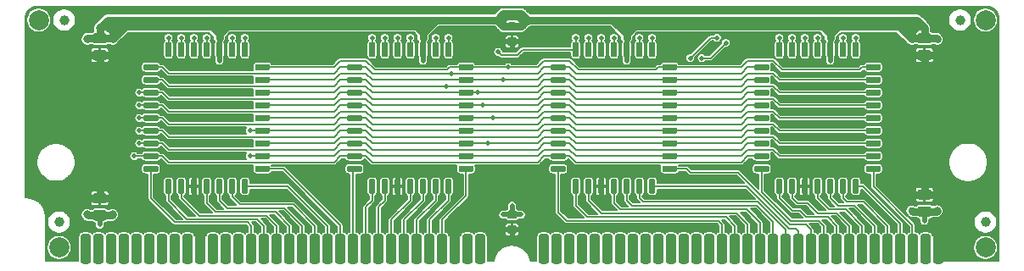
<source format=gtl>
G04 #@! TF.GenerationSoftware,KiCad,Pcbnew,(5.1.5-0-10_14)*
G04 #@! TF.CreationDate,2020-05-17T02:55:49-04:00*
G04 #@! TF.ProjectId,ROMSIMM,524f4d53-494d-44d2-9e6b-696361645f70,rev?*
G04 #@! TF.SameCoordinates,Original*
G04 #@! TF.FileFunction,Copper,L1,Top*
G04 #@! TF.FilePolarity,Positive*
%FSLAX46Y46*%
G04 Gerber Fmt 4.6, Leading zero omitted, Abs format (unit mm)*
G04 Created by KiCad (PCBNEW (5.1.5-0-10_14)) date 2020-05-17 02:55:49*
%MOMM*%
%LPD*%
G04 APERTURE LIST*
%ADD10C,0.100000*%
%ADD11C,2.000000*%
%ADD12C,1.000000*%
%ADD13C,0.508000*%
%ADD14C,0.800000*%
%ADD15C,0.762000*%
%ADD16C,0.508000*%
%ADD17C,0.800000*%
%ADD18C,0.762000*%
%ADD19C,0.152400*%
%ADD20C,0.154000*%
G04 APERTURE END LIST*
G04 #@! TA.AperFunction,ComponentPad*
D10*
G36*
X163339970Y-124589006D02*
G01*
X163380407Y-124595004D01*
X163420061Y-124604937D01*
X163458551Y-124618709D01*
X163495505Y-124636187D01*
X163530568Y-124657203D01*
X163563403Y-124681555D01*
X163593692Y-124709008D01*
X163621145Y-124739297D01*
X163645497Y-124772132D01*
X163666513Y-124807195D01*
X163683991Y-124844149D01*
X163697763Y-124882639D01*
X163707696Y-124922293D01*
X163713694Y-124962730D01*
X163715700Y-125003560D01*
X163715700Y-127218440D01*
X163713694Y-127259270D01*
X163707696Y-127299707D01*
X163697763Y-127339361D01*
X163683991Y-127377851D01*
X163666513Y-127414805D01*
X163645497Y-127449868D01*
X163621145Y-127482703D01*
X163593692Y-127512992D01*
X163563403Y-127540445D01*
X163530568Y-127564797D01*
X163495505Y-127585813D01*
X163458551Y-127603291D01*
X163420061Y-127617063D01*
X163380407Y-127626996D01*
X163339970Y-127632994D01*
X163299140Y-127635000D01*
X163090860Y-127635000D01*
X163050030Y-127632994D01*
X163009593Y-127626996D01*
X162969939Y-127617063D01*
X162931449Y-127603291D01*
X162894495Y-127585813D01*
X162859432Y-127564797D01*
X162826597Y-127540445D01*
X162796308Y-127512992D01*
X162768855Y-127482703D01*
X162744503Y-127449868D01*
X162723487Y-127414805D01*
X162706009Y-127377851D01*
X162692237Y-127339361D01*
X162682304Y-127299707D01*
X162676306Y-127259270D01*
X162674300Y-127218440D01*
X162674300Y-125003560D01*
X162676306Y-124962730D01*
X162682304Y-124922293D01*
X162692237Y-124882639D01*
X162706009Y-124844149D01*
X162723487Y-124807195D01*
X162744503Y-124772132D01*
X162768855Y-124739297D01*
X162796308Y-124709008D01*
X162826597Y-124681555D01*
X162859432Y-124657203D01*
X162894495Y-124636187D01*
X162931449Y-124618709D01*
X162969939Y-124604937D01*
X163009593Y-124595004D01*
X163050030Y-124589006D01*
X163090860Y-124587000D01*
X163299140Y-124587000D01*
X163339970Y-124589006D01*
G37*
G04 #@! TD.AperFunction*
G04 #@! TA.AperFunction,ComponentPad*
G36*
X162069970Y-124589006D02*
G01*
X162110407Y-124595004D01*
X162150061Y-124604937D01*
X162188551Y-124618709D01*
X162225505Y-124636187D01*
X162260568Y-124657203D01*
X162293403Y-124681555D01*
X162323692Y-124709008D01*
X162351145Y-124739297D01*
X162375497Y-124772132D01*
X162396513Y-124807195D01*
X162413991Y-124844149D01*
X162427763Y-124882639D01*
X162437696Y-124922293D01*
X162443694Y-124962730D01*
X162445700Y-125003560D01*
X162445700Y-127218440D01*
X162443694Y-127259270D01*
X162437696Y-127299707D01*
X162427763Y-127339361D01*
X162413991Y-127377851D01*
X162396513Y-127414805D01*
X162375497Y-127449868D01*
X162351145Y-127482703D01*
X162323692Y-127512992D01*
X162293403Y-127540445D01*
X162260568Y-127564797D01*
X162225505Y-127585813D01*
X162188551Y-127603291D01*
X162150061Y-127617063D01*
X162110407Y-127626996D01*
X162069970Y-127632994D01*
X162029140Y-127635000D01*
X161820860Y-127635000D01*
X161780030Y-127632994D01*
X161739593Y-127626996D01*
X161699939Y-127617063D01*
X161661449Y-127603291D01*
X161624495Y-127585813D01*
X161589432Y-127564797D01*
X161556597Y-127540445D01*
X161526308Y-127512992D01*
X161498855Y-127482703D01*
X161474503Y-127449868D01*
X161453487Y-127414805D01*
X161436009Y-127377851D01*
X161422237Y-127339361D01*
X161412304Y-127299707D01*
X161406306Y-127259270D01*
X161404300Y-127218440D01*
X161404300Y-125003560D01*
X161406306Y-124962730D01*
X161412304Y-124922293D01*
X161422237Y-124882639D01*
X161436009Y-124844149D01*
X161453487Y-124807195D01*
X161474503Y-124772132D01*
X161498855Y-124739297D01*
X161526308Y-124709008D01*
X161556597Y-124681555D01*
X161589432Y-124657203D01*
X161624495Y-124636187D01*
X161661449Y-124618709D01*
X161699939Y-124604937D01*
X161739593Y-124595004D01*
X161780030Y-124589006D01*
X161820860Y-124587000D01*
X162029140Y-124587000D01*
X162069970Y-124589006D01*
G37*
G04 #@! TD.AperFunction*
G04 #@! TA.AperFunction,ComponentPad*
G36*
X160799970Y-124589006D02*
G01*
X160840407Y-124595004D01*
X160880061Y-124604937D01*
X160918551Y-124618709D01*
X160955505Y-124636187D01*
X160990568Y-124657203D01*
X161023403Y-124681555D01*
X161053692Y-124709008D01*
X161081145Y-124739297D01*
X161105497Y-124772132D01*
X161126513Y-124807195D01*
X161143991Y-124844149D01*
X161157763Y-124882639D01*
X161167696Y-124922293D01*
X161173694Y-124962730D01*
X161175700Y-125003560D01*
X161175700Y-127218440D01*
X161173694Y-127259270D01*
X161167696Y-127299707D01*
X161157763Y-127339361D01*
X161143991Y-127377851D01*
X161126513Y-127414805D01*
X161105497Y-127449868D01*
X161081145Y-127482703D01*
X161053692Y-127512992D01*
X161023403Y-127540445D01*
X160990568Y-127564797D01*
X160955505Y-127585813D01*
X160918551Y-127603291D01*
X160880061Y-127617063D01*
X160840407Y-127626996D01*
X160799970Y-127632994D01*
X160759140Y-127635000D01*
X160550860Y-127635000D01*
X160510030Y-127632994D01*
X160469593Y-127626996D01*
X160429939Y-127617063D01*
X160391449Y-127603291D01*
X160354495Y-127585813D01*
X160319432Y-127564797D01*
X160286597Y-127540445D01*
X160256308Y-127512992D01*
X160228855Y-127482703D01*
X160204503Y-127449868D01*
X160183487Y-127414805D01*
X160166009Y-127377851D01*
X160152237Y-127339361D01*
X160142304Y-127299707D01*
X160136306Y-127259270D01*
X160134300Y-127218440D01*
X160134300Y-125003560D01*
X160136306Y-124962730D01*
X160142304Y-124922293D01*
X160152237Y-124882639D01*
X160166009Y-124844149D01*
X160183487Y-124807195D01*
X160204503Y-124772132D01*
X160228855Y-124739297D01*
X160256308Y-124709008D01*
X160286597Y-124681555D01*
X160319432Y-124657203D01*
X160354495Y-124636187D01*
X160391449Y-124618709D01*
X160429939Y-124604937D01*
X160469593Y-124595004D01*
X160510030Y-124589006D01*
X160550860Y-124587000D01*
X160759140Y-124587000D01*
X160799970Y-124589006D01*
G37*
G04 #@! TD.AperFunction*
G04 #@! TA.AperFunction,ComponentPad*
G36*
X159529970Y-124589006D02*
G01*
X159570407Y-124595004D01*
X159610061Y-124604937D01*
X159648551Y-124618709D01*
X159685505Y-124636187D01*
X159720568Y-124657203D01*
X159753403Y-124681555D01*
X159783692Y-124709008D01*
X159811145Y-124739297D01*
X159835497Y-124772132D01*
X159856513Y-124807195D01*
X159873991Y-124844149D01*
X159887763Y-124882639D01*
X159897696Y-124922293D01*
X159903694Y-124962730D01*
X159905700Y-125003560D01*
X159905700Y-127218440D01*
X159903694Y-127259270D01*
X159897696Y-127299707D01*
X159887763Y-127339361D01*
X159873991Y-127377851D01*
X159856513Y-127414805D01*
X159835497Y-127449868D01*
X159811145Y-127482703D01*
X159783692Y-127512992D01*
X159753403Y-127540445D01*
X159720568Y-127564797D01*
X159685505Y-127585813D01*
X159648551Y-127603291D01*
X159610061Y-127617063D01*
X159570407Y-127626996D01*
X159529970Y-127632994D01*
X159489140Y-127635000D01*
X159280860Y-127635000D01*
X159240030Y-127632994D01*
X159199593Y-127626996D01*
X159159939Y-127617063D01*
X159121449Y-127603291D01*
X159084495Y-127585813D01*
X159049432Y-127564797D01*
X159016597Y-127540445D01*
X158986308Y-127512992D01*
X158958855Y-127482703D01*
X158934503Y-127449868D01*
X158913487Y-127414805D01*
X158896009Y-127377851D01*
X158882237Y-127339361D01*
X158872304Y-127299707D01*
X158866306Y-127259270D01*
X158864300Y-127218440D01*
X158864300Y-125003560D01*
X158866306Y-124962730D01*
X158872304Y-124922293D01*
X158882237Y-124882639D01*
X158896009Y-124844149D01*
X158913487Y-124807195D01*
X158934503Y-124772132D01*
X158958855Y-124739297D01*
X158986308Y-124709008D01*
X159016597Y-124681555D01*
X159049432Y-124657203D01*
X159084495Y-124636187D01*
X159121449Y-124618709D01*
X159159939Y-124604937D01*
X159199593Y-124595004D01*
X159240030Y-124589006D01*
X159280860Y-124587000D01*
X159489140Y-124587000D01*
X159529970Y-124589006D01*
G37*
G04 #@! TD.AperFunction*
G04 #@! TA.AperFunction,ComponentPad*
G36*
X158259970Y-124589006D02*
G01*
X158300407Y-124595004D01*
X158340061Y-124604937D01*
X158378551Y-124618709D01*
X158415505Y-124636187D01*
X158450568Y-124657203D01*
X158483403Y-124681555D01*
X158513692Y-124709008D01*
X158541145Y-124739297D01*
X158565497Y-124772132D01*
X158586513Y-124807195D01*
X158603991Y-124844149D01*
X158617763Y-124882639D01*
X158627696Y-124922293D01*
X158633694Y-124962730D01*
X158635700Y-125003560D01*
X158635700Y-127218440D01*
X158633694Y-127259270D01*
X158627696Y-127299707D01*
X158617763Y-127339361D01*
X158603991Y-127377851D01*
X158586513Y-127414805D01*
X158565497Y-127449868D01*
X158541145Y-127482703D01*
X158513692Y-127512992D01*
X158483403Y-127540445D01*
X158450568Y-127564797D01*
X158415505Y-127585813D01*
X158378551Y-127603291D01*
X158340061Y-127617063D01*
X158300407Y-127626996D01*
X158259970Y-127632994D01*
X158219140Y-127635000D01*
X158010860Y-127635000D01*
X157970030Y-127632994D01*
X157929593Y-127626996D01*
X157889939Y-127617063D01*
X157851449Y-127603291D01*
X157814495Y-127585813D01*
X157779432Y-127564797D01*
X157746597Y-127540445D01*
X157716308Y-127512992D01*
X157688855Y-127482703D01*
X157664503Y-127449868D01*
X157643487Y-127414805D01*
X157626009Y-127377851D01*
X157612237Y-127339361D01*
X157602304Y-127299707D01*
X157596306Y-127259270D01*
X157594300Y-127218440D01*
X157594300Y-125003560D01*
X157596306Y-124962730D01*
X157602304Y-124922293D01*
X157612237Y-124882639D01*
X157626009Y-124844149D01*
X157643487Y-124807195D01*
X157664503Y-124772132D01*
X157688855Y-124739297D01*
X157716308Y-124709008D01*
X157746597Y-124681555D01*
X157779432Y-124657203D01*
X157814495Y-124636187D01*
X157851449Y-124618709D01*
X157889939Y-124604937D01*
X157929593Y-124595004D01*
X157970030Y-124589006D01*
X158010860Y-124587000D01*
X158219140Y-124587000D01*
X158259970Y-124589006D01*
G37*
G04 #@! TD.AperFunction*
G04 #@! TA.AperFunction,ComponentPad*
G36*
X156989970Y-124589006D02*
G01*
X157030407Y-124595004D01*
X157070061Y-124604937D01*
X157108551Y-124618709D01*
X157145505Y-124636187D01*
X157180568Y-124657203D01*
X157213403Y-124681555D01*
X157243692Y-124709008D01*
X157271145Y-124739297D01*
X157295497Y-124772132D01*
X157316513Y-124807195D01*
X157333991Y-124844149D01*
X157347763Y-124882639D01*
X157357696Y-124922293D01*
X157363694Y-124962730D01*
X157365700Y-125003560D01*
X157365700Y-127218440D01*
X157363694Y-127259270D01*
X157357696Y-127299707D01*
X157347763Y-127339361D01*
X157333991Y-127377851D01*
X157316513Y-127414805D01*
X157295497Y-127449868D01*
X157271145Y-127482703D01*
X157243692Y-127512992D01*
X157213403Y-127540445D01*
X157180568Y-127564797D01*
X157145505Y-127585813D01*
X157108551Y-127603291D01*
X157070061Y-127617063D01*
X157030407Y-127626996D01*
X156989970Y-127632994D01*
X156949140Y-127635000D01*
X156740860Y-127635000D01*
X156700030Y-127632994D01*
X156659593Y-127626996D01*
X156619939Y-127617063D01*
X156581449Y-127603291D01*
X156544495Y-127585813D01*
X156509432Y-127564797D01*
X156476597Y-127540445D01*
X156446308Y-127512992D01*
X156418855Y-127482703D01*
X156394503Y-127449868D01*
X156373487Y-127414805D01*
X156356009Y-127377851D01*
X156342237Y-127339361D01*
X156332304Y-127299707D01*
X156326306Y-127259270D01*
X156324300Y-127218440D01*
X156324300Y-125003560D01*
X156326306Y-124962730D01*
X156332304Y-124922293D01*
X156342237Y-124882639D01*
X156356009Y-124844149D01*
X156373487Y-124807195D01*
X156394503Y-124772132D01*
X156418855Y-124739297D01*
X156446308Y-124709008D01*
X156476597Y-124681555D01*
X156509432Y-124657203D01*
X156544495Y-124636187D01*
X156581449Y-124618709D01*
X156619939Y-124604937D01*
X156659593Y-124595004D01*
X156700030Y-124589006D01*
X156740860Y-124587000D01*
X156949140Y-124587000D01*
X156989970Y-124589006D01*
G37*
G04 #@! TD.AperFunction*
G04 #@! TA.AperFunction,ComponentPad*
G36*
X155719970Y-124589006D02*
G01*
X155760407Y-124595004D01*
X155800061Y-124604937D01*
X155838551Y-124618709D01*
X155875505Y-124636187D01*
X155910568Y-124657203D01*
X155943403Y-124681555D01*
X155973692Y-124709008D01*
X156001145Y-124739297D01*
X156025497Y-124772132D01*
X156046513Y-124807195D01*
X156063991Y-124844149D01*
X156077763Y-124882639D01*
X156087696Y-124922293D01*
X156093694Y-124962730D01*
X156095700Y-125003560D01*
X156095700Y-127218440D01*
X156093694Y-127259270D01*
X156087696Y-127299707D01*
X156077763Y-127339361D01*
X156063991Y-127377851D01*
X156046513Y-127414805D01*
X156025497Y-127449868D01*
X156001145Y-127482703D01*
X155973692Y-127512992D01*
X155943403Y-127540445D01*
X155910568Y-127564797D01*
X155875505Y-127585813D01*
X155838551Y-127603291D01*
X155800061Y-127617063D01*
X155760407Y-127626996D01*
X155719970Y-127632994D01*
X155679140Y-127635000D01*
X155470860Y-127635000D01*
X155430030Y-127632994D01*
X155389593Y-127626996D01*
X155349939Y-127617063D01*
X155311449Y-127603291D01*
X155274495Y-127585813D01*
X155239432Y-127564797D01*
X155206597Y-127540445D01*
X155176308Y-127512992D01*
X155148855Y-127482703D01*
X155124503Y-127449868D01*
X155103487Y-127414805D01*
X155086009Y-127377851D01*
X155072237Y-127339361D01*
X155062304Y-127299707D01*
X155056306Y-127259270D01*
X155054300Y-127218440D01*
X155054300Y-125003560D01*
X155056306Y-124962730D01*
X155062304Y-124922293D01*
X155072237Y-124882639D01*
X155086009Y-124844149D01*
X155103487Y-124807195D01*
X155124503Y-124772132D01*
X155148855Y-124739297D01*
X155176308Y-124709008D01*
X155206597Y-124681555D01*
X155239432Y-124657203D01*
X155274495Y-124636187D01*
X155311449Y-124618709D01*
X155349939Y-124604937D01*
X155389593Y-124595004D01*
X155430030Y-124589006D01*
X155470860Y-124587000D01*
X155679140Y-124587000D01*
X155719970Y-124589006D01*
G37*
G04 #@! TD.AperFunction*
G04 #@! TA.AperFunction,ComponentPad*
G36*
X154449970Y-124589006D02*
G01*
X154490407Y-124595004D01*
X154530061Y-124604937D01*
X154568551Y-124618709D01*
X154605505Y-124636187D01*
X154640568Y-124657203D01*
X154673403Y-124681555D01*
X154703692Y-124709008D01*
X154731145Y-124739297D01*
X154755497Y-124772132D01*
X154776513Y-124807195D01*
X154793991Y-124844149D01*
X154807763Y-124882639D01*
X154817696Y-124922293D01*
X154823694Y-124962730D01*
X154825700Y-125003560D01*
X154825700Y-127218440D01*
X154823694Y-127259270D01*
X154817696Y-127299707D01*
X154807763Y-127339361D01*
X154793991Y-127377851D01*
X154776513Y-127414805D01*
X154755497Y-127449868D01*
X154731145Y-127482703D01*
X154703692Y-127512992D01*
X154673403Y-127540445D01*
X154640568Y-127564797D01*
X154605505Y-127585813D01*
X154568551Y-127603291D01*
X154530061Y-127617063D01*
X154490407Y-127626996D01*
X154449970Y-127632994D01*
X154409140Y-127635000D01*
X154200860Y-127635000D01*
X154160030Y-127632994D01*
X154119593Y-127626996D01*
X154079939Y-127617063D01*
X154041449Y-127603291D01*
X154004495Y-127585813D01*
X153969432Y-127564797D01*
X153936597Y-127540445D01*
X153906308Y-127512992D01*
X153878855Y-127482703D01*
X153854503Y-127449868D01*
X153833487Y-127414805D01*
X153816009Y-127377851D01*
X153802237Y-127339361D01*
X153792304Y-127299707D01*
X153786306Y-127259270D01*
X153784300Y-127218440D01*
X153784300Y-125003560D01*
X153786306Y-124962730D01*
X153792304Y-124922293D01*
X153802237Y-124882639D01*
X153816009Y-124844149D01*
X153833487Y-124807195D01*
X153854503Y-124772132D01*
X153878855Y-124739297D01*
X153906308Y-124709008D01*
X153936597Y-124681555D01*
X153969432Y-124657203D01*
X154004495Y-124636187D01*
X154041449Y-124618709D01*
X154079939Y-124604937D01*
X154119593Y-124595004D01*
X154160030Y-124589006D01*
X154200860Y-124587000D01*
X154409140Y-124587000D01*
X154449970Y-124589006D01*
G37*
G04 #@! TD.AperFunction*
G04 #@! TA.AperFunction,ComponentPad*
G36*
X153179970Y-124589006D02*
G01*
X153220407Y-124595004D01*
X153260061Y-124604937D01*
X153298551Y-124618709D01*
X153335505Y-124636187D01*
X153370568Y-124657203D01*
X153403403Y-124681555D01*
X153433692Y-124709008D01*
X153461145Y-124739297D01*
X153485497Y-124772132D01*
X153506513Y-124807195D01*
X153523991Y-124844149D01*
X153537763Y-124882639D01*
X153547696Y-124922293D01*
X153553694Y-124962730D01*
X153555700Y-125003560D01*
X153555700Y-127218440D01*
X153553694Y-127259270D01*
X153547696Y-127299707D01*
X153537763Y-127339361D01*
X153523991Y-127377851D01*
X153506513Y-127414805D01*
X153485497Y-127449868D01*
X153461145Y-127482703D01*
X153433692Y-127512992D01*
X153403403Y-127540445D01*
X153370568Y-127564797D01*
X153335505Y-127585813D01*
X153298551Y-127603291D01*
X153260061Y-127617063D01*
X153220407Y-127626996D01*
X153179970Y-127632994D01*
X153139140Y-127635000D01*
X152930860Y-127635000D01*
X152890030Y-127632994D01*
X152849593Y-127626996D01*
X152809939Y-127617063D01*
X152771449Y-127603291D01*
X152734495Y-127585813D01*
X152699432Y-127564797D01*
X152666597Y-127540445D01*
X152636308Y-127512992D01*
X152608855Y-127482703D01*
X152584503Y-127449868D01*
X152563487Y-127414805D01*
X152546009Y-127377851D01*
X152532237Y-127339361D01*
X152522304Y-127299707D01*
X152516306Y-127259270D01*
X152514300Y-127218440D01*
X152514300Y-125003560D01*
X152516306Y-124962730D01*
X152522304Y-124922293D01*
X152532237Y-124882639D01*
X152546009Y-124844149D01*
X152563487Y-124807195D01*
X152584503Y-124772132D01*
X152608855Y-124739297D01*
X152636308Y-124709008D01*
X152666597Y-124681555D01*
X152699432Y-124657203D01*
X152734495Y-124636187D01*
X152771449Y-124618709D01*
X152809939Y-124604937D01*
X152849593Y-124595004D01*
X152890030Y-124589006D01*
X152930860Y-124587000D01*
X153139140Y-124587000D01*
X153179970Y-124589006D01*
G37*
G04 #@! TD.AperFunction*
G04 #@! TA.AperFunction,ComponentPad*
G36*
X151909970Y-124589006D02*
G01*
X151950407Y-124595004D01*
X151990061Y-124604937D01*
X152028551Y-124618709D01*
X152065505Y-124636187D01*
X152100568Y-124657203D01*
X152133403Y-124681555D01*
X152163692Y-124709008D01*
X152191145Y-124739297D01*
X152215497Y-124772132D01*
X152236513Y-124807195D01*
X152253991Y-124844149D01*
X152267763Y-124882639D01*
X152277696Y-124922293D01*
X152283694Y-124962730D01*
X152285700Y-125003560D01*
X152285700Y-127218440D01*
X152283694Y-127259270D01*
X152277696Y-127299707D01*
X152267763Y-127339361D01*
X152253991Y-127377851D01*
X152236513Y-127414805D01*
X152215497Y-127449868D01*
X152191145Y-127482703D01*
X152163692Y-127512992D01*
X152133403Y-127540445D01*
X152100568Y-127564797D01*
X152065505Y-127585813D01*
X152028551Y-127603291D01*
X151990061Y-127617063D01*
X151950407Y-127626996D01*
X151909970Y-127632994D01*
X151869140Y-127635000D01*
X151660860Y-127635000D01*
X151620030Y-127632994D01*
X151579593Y-127626996D01*
X151539939Y-127617063D01*
X151501449Y-127603291D01*
X151464495Y-127585813D01*
X151429432Y-127564797D01*
X151396597Y-127540445D01*
X151366308Y-127512992D01*
X151338855Y-127482703D01*
X151314503Y-127449868D01*
X151293487Y-127414805D01*
X151276009Y-127377851D01*
X151262237Y-127339361D01*
X151252304Y-127299707D01*
X151246306Y-127259270D01*
X151244300Y-127218440D01*
X151244300Y-125003560D01*
X151246306Y-124962730D01*
X151252304Y-124922293D01*
X151262237Y-124882639D01*
X151276009Y-124844149D01*
X151293487Y-124807195D01*
X151314503Y-124772132D01*
X151338855Y-124739297D01*
X151366308Y-124709008D01*
X151396597Y-124681555D01*
X151429432Y-124657203D01*
X151464495Y-124636187D01*
X151501449Y-124618709D01*
X151539939Y-124604937D01*
X151579593Y-124595004D01*
X151620030Y-124589006D01*
X151660860Y-124587000D01*
X151869140Y-124587000D01*
X151909970Y-124589006D01*
G37*
G04 #@! TD.AperFunction*
G04 #@! TA.AperFunction,ComponentPad*
G36*
X150639970Y-124589006D02*
G01*
X150680407Y-124595004D01*
X150720061Y-124604937D01*
X150758551Y-124618709D01*
X150795505Y-124636187D01*
X150830568Y-124657203D01*
X150863403Y-124681555D01*
X150893692Y-124709008D01*
X150921145Y-124739297D01*
X150945497Y-124772132D01*
X150966513Y-124807195D01*
X150983991Y-124844149D01*
X150997763Y-124882639D01*
X151007696Y-124922293D01*
X151013694Y-124962730D01*
X151015700Y-125003560D01*
X151015700Y-127218440D01*
X151013694Y-127259270D01*
X151007696Y-127299707D01*
X150997763Y-127339361D01*
X150983991Y-127377851D01*
X150966513Y-127414805D01*
X150945497Y-127449868D01*
X150921145Y-127482703D01*
X150893692Y-127512992D01*
X150863403Y-127540445D01*
X150830568Y-127564797D01*
X150795505Y-127585813D01*
X150758551Y-127603291D01*
X150720061Y-127617063D01*
X150680407Y-127626996D01*
X150639970Y-127632994D01*
X150599140Y-127635000D01*
X150390860Y-127635000D01*
X150350030Y-127632994D01*
X150309593Y-127626996D01*
X150269939Y-127617063D01*
X150231449Y-127603291D01*
X150194495Y-127585813D01*
X150159432Y-127564797D01*
X150126597Y-127540445D01*
X150096308Y-127512992D01*
X150068855Y-127482703D01*
X150044503Y-127449868D01*
X150023487Y-127414805D01*
X150006009Y-127377851D01*
X149992237Y-127339361D01*
X149982304Y-127299707D01*
X149976306Y-127259270D01*
X149974300Y-127218440D01*
X149974300Y-125003560D01*
X149976306Y-124962730D01*
X149982304Y-124922293D01*
X149992237Y-124882639D01*
X150006009Y-124844149D01*
X150023487Y-124807195D01*
X150044503Y-124772132D01*
X150068855Y-124739297D01*
X150096308Y-124709008D01*
X150126597Y-124681555D01*
X150159432Y-124657203D01*
X150194495Y-124636187D01*
X150231449Y-124618709D01*
X150269939Y-124604937D01*
X150309593Y-124595004D01*
X150350030Y-124589006D01*
X150390860Y-124587000D01*
X150599140Y-124587000D01*
X150639970Y-124589006D01*
G37*
G04 #@! TD.AperFunction*
G04 #@! TA.AperFunction,ComponentPad*
G36*
X149369970Y-124589006D02*
G01*
X149410407Y-124595004D01*
X149450061Y-124604937D01*
X149488551Y-124618709D01*
X149525505Y-124636187D01*
X149560568Y-124657203D01*
X149593403Y-124681555D01*
X149623692Y-124709008D01*
X149651145Y-124739297D01*
X149675497Y-124772132D01*
X149696513Y-124807195D01*
X149713991Y-124844149D01*
X149727763Y-124882639D01*
X149737696Y-124922293D01*
X149743694Y-124962730D01*
X149745700Y-125003560D01*
X149745700Y-127218440D01*
X149743694Y-127259270D01*
X149737696Y-127299707D01*
X149727763Y-127339361D01*
X149713991Y-127377851D01*
X149696513Y-127414805D01*
X149675497Y-127449868D01*
X149651145Y-127482703D01*
X149623692Y-127512992D01*
X149593403Y-127540445D01*
X149560568Y-127564797D01*
X149525505Y-127585813D01*
X149488551Y-127603291D01*
X149450061Y-127617063D01*
X149410407Y-127626996D01*
X149369970Y-127632994D01*
X149329140Y-127635000D01*
X149120860Y-127635000D01*
X149080030Y-127632994D01*
X149039593Y-127626996D01*
X148999939Y-127617063D01*
X148961449Y-127603291D01*
X148924495Y-127585813D01*
X148889432Y-127564797D01*
X148856597Y-127540445D01*
X148826308Y-127512992D01*
X148798855Y-127482703D01*
X148774503Y-127449868D01*
X148753487Y-127414805D01*
X148736009Y-127377851D01*
X148722237Y-127339361D01*
X148712304Y-127299707D01*
X148706306Y-127259270D01*
X148704300Y-127218440D01*
X148704300Y-125003560D01*
X148706306Y-124962730D01*
X148712304Y-124922293D01*
X148722237Y-124882639D01*
X148736009Y-124844149D01*
X148753487Y-124807195D01*
X148774503Y-124772132D01*
X148798855Y-124739297D01*
X148826308Y-124709008D01*
X148856597Y-124681555D01*
X148889432Y-124657203D01*
X148924495Y-124636187D01*
X148961449Y-124618709D01*
X148999939Y-124604937D01*
X149039593Y-124595004D01*
X149080030Y-124589006D01*
X149120860Y-124587000D01*
X149329140Y-124587000D01*
X149369970Y-124589006D01*
G37*
G04 #@! TD.AperFunction*
G04 #@! TA.AperFunction,ComponentPad*
G36*
X148099970Y-124589006D02*
G01*
X148140407Y-124595004D01*
X148180061Y-124604937D01*
X148218551Y-124618709D01*
X148255505Y-124636187D01*
X148290568Y-124657203D01*
X148323403Y-124681555D01*
X148353692Y-124709008D01*
X148381145Y-124739297D01*
X148405497Y-124772132D01*
X148426513Y-124807195D01*
X148443991Y-124844149D01*
X148457763Y-124882639D01*
X148467696Y-124922293D01*
X148473694Y-124962730D01*
X148475700Y-125003560D01*
X148475700Y-127218440D01*
X148473694Y-127259270D01*
X148467696Y-127299707D01*
X148457763Y-127339361D01*
X148443991Y-127377851D01*
X148426513Y-127414805D01*
X148405497Y-127449868D01*
X148381145Y-127482703D01*
X148353692Y-127512992D01*
X148323403Y-127540445D01*
X148290568Y-127564797D01*
X148255505Y-127585813D01*
X148218551Y-127603291D01*
X148180061Y-127617063D01*
X148140407Y-127626996D01*
X148099970Y-127632994D01*
X148059140Y-127635000D01*
X147850860Y-127635000D01*
X147810030Y-127632994D01*
X147769593Y-127626996D01*
X147729939Y-127617063D01*
X147691449Y-127603291D01*
X147654495Y-127585813D01*
X147619432Y-127564797D01*
X147586597Y-127540445D01*
X147556308Y-127512992D01*
X147528855Y-127482703D01*
X147504503Y-127449868D01*
X147483487Y-127414805D01*
X147466009Y-127377851D01*
X147452237Y-127339361D01*
X147442304Y-127299707D01*
X147436306Y-127259270D01*
X147434300Y-127218440D01*
X147434300Y-125003560D01*
X147436306Y-124962730D01*
X147442304Y-124922293D01*
X147452237Y-124882639D01*
X147466009Y-124844149D01*
X147483487Y-124807195D01*
X147504503Y-124772132D01*
X147528855Y-124739297D01*
X147556308Y-124709008D01*
X147586597Y-124681555D01*
X147619432Y-124657203D01*
X147654495Y-124636187D01*
X147691449Y-124618709D01*
X147729939Y-124604937D01*
X147769593Y-124595004D01*
X147810030Y-124589006D01*
X147850860Y-124587000D01*
X148059140Y-124587000D01*
X148099970Y-124589006D01*
G37*
G04 #@! TD.AperFunction*
G04 #@! TA.AperFunction,ComponentPad*
G36*
X146829970Y-124589006D02*
G01*
X146870407Y-124595004D01*
X146910061Y-124604937D01*
X146948551Y-124618709D01*
X146985505Y-124636187D01*
X147020568Y-124657203D01*
X147053403Y-124681555D01*
X147083692Y-124709008D01*
X147111145Y-124739297D01*
X147135497Y-124772132D01*
X147156513Y-124807195D01*
X147173991Y-124844149D01*
X147187763Y-124882639D01*
X147197696Y-124922293D01*
X147203694Y-124962730D01*
X147205700Y-125003560D01*
X147205700Y-127218440D01*
X147203694Y-127259270D01*
X147197696Y-127299707D01*
X147187763Y-127339361D01*
X147173991Y-127377851D01*
X147156513Y-127414805D01*
X147135497Y-127449868D01*
X147111145Y-127482703D01*
X147083692Y-127512992D01*
X147053403Y-127540445D01*
X147020568Y-127564797D01*
X146985505Y-127585813D01*
X146948551Y-127603291D01*
X146910061Y-127617063D01*
X146870407Y-127626996D01*
X146829970Y-127632994D01*
X146789140Y-127635000D01*
X146580860Y-127635000D01*
X146540030Y-127632994D01*
X146499593Y-127626996D01*
X146459939Y-127617063D01*
X146421449Y-127603291D01*
X146384495Y-127585813D01*
X146349432Y-127564797D01*
X146316597Y-127540445D01*
X146286308Y-127512992D01*
X146258855Y-127482703D01*
X146234503Y-127449868D01*
X146213487Y-127414805D01*
X146196009Y-127377851D01*
X146182237Y-127339361D01*
X146172304Y-127299707D01*
X146166306Y-127259270D01*
X146164300Y-127218440D01*
X146164300Y-125003560D01*
X146166306Y-124962730D01*
X146172304Y-124922293D01*
X146182237Y-124882639D01*
X146196009Y-124844149D01*
X146213487Y-124807195D01*
X146234503Y-124772132D01*
X146258855Y-124739297D01*
X146286308Y-124709008D01*
X146316597Y-124681555D01*
X146349432Y-124657203D01*
X146384495Y-124636187D01*
X146421449Y-124618709D01*
X146459939Y-124604937D01*
X146499593Y-124595004D01*
X146540030Y-124589006D01*
X146580860Y-124587000D01*
X146789140Y-124587000D01*
X146829970Y-124589006D01*
G37*
G04 #@! TD.AperFunction*
G04 #@! TA.AperFunction,ComponentPad*
G36*
X145559970Y-124589006D02*
G01*
X145600407Y-124595004D01*
X145640061Y-124604937D01*
X145678551Y-124618709D01*
X145715505Y-124636187D01*
X145750568Y-124657203D01*
X145783403Y-124681555D01*
X145813692Y-124709008D01*
X145841145Y-124739297D01*
X145865497Y-124772132D01*
X145886513Y-124807195D01*
X145903991Y-124844149D01*
X145917763Y-124882639D01*
X145927696Y-124922293D01*
X145933694Y-124962730D01*
X145935700Y-125003560D01*
X145935700Y-127218440D01*
X145933694Y-127259270D01*
X145927696Y-127299707D01*
X145917763Y-127339361D01*
X145903991Y-127377851D01*
X145886513Y-127414805D01*
X145865497Y-127449868D01*
X145841145Y-127482703D01*
X145813692Y-127512992D01*
X145783403Y-127540445D01*
X145750568Y-127564797D01*
X145715505Y-127585813D01*
X145678551Y-127603291D01*
X145640061Y-127617063D01*
X145600407Y-127626996D01*
X145559970Y-127632994D01*
X145519140Y-127635000D01*
X145310860Y-127635000D01*
X145270030Y-127632994D01*
X145229593Y-127626996D01*
X145189939Y-127617063D01*
X145151449Y-127603291D01*
X145114495Y-127585813D01*
X145079432Y-127564797D01*
X145046597Y-127540445D01*
X145016308Y-127512992D01*
X144988855Y-127482703D01*
X144964503Y-127449868D01*
X144943487Y-127414805D01*
X144926009Y-127377851D01*
X144912237Y-127339361D01*
X144902304Y-127299707D01*
X144896306Y-127259270D01*
X144894300Y-127218440D01*
X144894300Y-125003560D01*
X144896306Y-124962730D01*
X144902304Y-124922293D01*
X144912237Y-124882639D01*
X144926009Y-124844149D01*
X144943487Y-124807195D01*
X144964503Y-124772132D01*
X144988855Y-124739297D01*
X145016308Y-124709008D01*
X145046597Y-124681555D01*
X145079432Y-124657203D01*
X145114495Y-124636187D01*
X145151449Y-124618709D01*
X145189939Y-124604937D01*
X145229593Y-124595004D01*
X145270030Y-124589006D01*
X145310860Y-124587000D01*
X145519140Y-124587000D01*
X145559970Y-124589006D01*
G37*
G04 #@! TD.AperFunction*
G04 #@! TA.AperFunction,ComponentPad*
G36*
X144289970Y-124589006D02*
G01*
X144330407Y-124595004D01*
X144370061Y-124604937D01*
X144408551Y-124618709D01*
X144445505Y-124636187D01*
X144480568Y-124657203D01*
X144513403Y-124681555D01*
X144543692Y-124709008D01*
X144571145Y-124739297D01*
X144595497Y-124772132D01*
X144616513Y-124807195D01*
X144633991Y-124844149D01*
X144647763Y-124882639D01*
X144657696Y-124922293D01*
X144663694Y-124962730D01*
X144665700Y-125003560D01*
X144665700Y-127218440D01*
X144663694Y-127259270D01*
X144657696Y-127299707D01*
X144647763Y-127339361D01*
X144633991Y-127377851D01*
X144616513Y-127414805D01*
X144595497Y-127449868D01*
X144571145Y-127482703D01*
X144543692Y-127512992D01*
X144513403Y-127540445D01*
X144480568Y-127564797D01*
X144445505Y-127585813D01*
X144408551Y-127603291D01*
X144370061Y-127617063D01*
X144330407Y-127626996D01*
X144289970Y-127632994D01*
X144249140Y-127635000D01*
X144040860Y-127635000D01*
X144000030Y-127632994D01*
X143959593Y-127626996D01*
X143919939Y-127617063D01*
X143881449Y-127603291D01*
X143844495Y-127585813D01*
X143809432Y-127564797D01*
X143776597Y-127540445D01*
X143746308Y-127512992D01*
X143718855Y-127482703D01*
X143694503Y-127449868D01*
X143673487Y-127414805D01*
X143656009Y-127377851D01*
X143642237Y-127339361D01*
X143632304Y-127299707D01*
X143626306Y-127259270D01*
X143624300Y-127218440D01*
X143624300Y-125003560D01*
X143626306Y-124962730D01*
X143632304Y-124922293D01*
X143642237Y-124882639D01*
X143656009Y-124844149D01*
X143673487Y-124807195D01*
X143694503Y-124772132D01*
X143718855Y-124739297D01*
X143746308Y-124709008D01*
X143776597Y-124681555D01*
X143809432Y-124657203D01*
X143844495Y-124636187D01*
X143881449Y-124618709D01*
X143919939Y-124604937D01*
X143959593Y-124595004D01*
X144000030Y-124589006D01*
X144040860Y-124587000D01*
X144249140Y-124587000D01*
X144289970Y-124589006D01*
G37*
G04 #@! TD.AperFunction*
G04 #@! TA.AperFunction,ComponentPad*
G36*
X143019970Y-124589006D02*
G01*
X143060407Y-124595004D01*
X143100061Y-124604937D01*
X143138551Y-124618709D01*
X143175505Y-124636187D01*
X143210568Y-124657203D01*
X143243403Y-124681555D01*
X143273692Y-124709008D01*
X143301145Y-124739297D01*
X143325497Y-124772132D01*
X143346513Y-124807195D01*
X143363991Y-124844149D01*
X143377763Y-124882639D01*
X143387696Y-124922293D01*
X143393694Y-124962730D01*
X143395700Y-125003560D01*
X143395700Y-127218440D01*
X143393694Y-127259270D01*
X143387696Y-127299707D01*
X143377763Y-127339361D01*
X143363991Y-127377851D01*
X143346513Y-127414805D01*
X143325497Y-127449868D01*
X143301145Y-127482703D01*
X143273692Y-127512992D01*
X143243403Y-127540445D01*
X143210568Y-127564797D01*
X143175505Y-127585813D01*
X143138551Y-127603291D01*
X143100061Y-127617063D01*
X143060407Y-127626996D01*
X143019970Y-127632994D01*
X142979140Y-127635000D01*
X142770860Y-127635000D01*
X142730030Y-127632994D01*
X142689593Y-127626996D01*
X142649939Y-127617063D01*
X142611449Y-127603291D01*
X142574495Y-127585813D01*
X142539432Y-127564797D01*
X142506597Y-127540445D01*
X142476308Y-127512992D01*
X142448855Y-127482703D01*
X142424503Y-127449868D01*
X142403487Y-127414805D01*
X142386009Y-127377851D01*
X142372237Y-127339361D01*
X142362304Y-127299707D01*
X142356306Y-127259270D01*
X142354300Y-127218440D01*
X142354300Y-125003560D01*
X142356306Y-124962730D01*
X142362304Y-124922293D01*
X142372237Y-124882639D01*
X142386009Y-124844149D01*
X142403487Y-124807195D01*
X142424503Y-124772132D01*
X142448855Y-124739297D01*
X142476308Y-124709008D01*
X142506597Y-124681555D01*
X142539432Y-124657203D01*
X142574495Y-124636187D01*
X142611449Y-124618709D01*
X142649939Y-124604937D01*
X142689593Y-124595004D01*
X142730030Y-124589006D01*
X142770860Y-124587000D01*
X142979140Y-124587000D01*
X143019970Y-124589006D01*
G37*
G04 #@! TD.AperFunction*
G04 #@! TA.AperFunction,ComponentPad*
G36*
X141749970Y-124589006D02*
G01*
X141790407Y-124595004D01*
X141830061Y-124604937D01*
X141868551Y-124618709D01*
X141905505Y-124636187D01*
X141940568Y-124657203D01*
X141973403Y-124681555D01*
X142003692Y-124709008D01*
X142031145Y-124739297D01*
X142055497Y-124772132D01*
X142076513Y-124807195D01*
X142093991Y-124844149D01*
X142107763Y-124882639D01*
X142117696Y-124922293D01*
X142123694Y-124962730D01*
X142125700Y-125003560D01*
X142125700Y-127218440D01*
X142123694Y-127259270D01*
X142117696Y-127299707D01*
X142107763Y-127339361D01*
X142093991Y-127377851D01*
X142076513Y-127414805D01*
X142055497Y-127449868D01*
X142031145Y-127482703D01*
X142003692Y-127512992D01*
X141973403Y-127540445D01*
X141940568Y-127564797D01*
X141905505Y-127585813D01*
X141868551Y-127603291D01*
X141830061Y-127617063D01*
X141790407Y-127626996D01*
X141749970Y-127632994D01*
X141709140Y-127635000D01*
X141500860Y-127635000D01*
X141460030Y-127632994D01*
X141419593Y-127626996D01*
X141379939Y-127617063D01*
X141341449Y-127603291D01*
X141304495Y-127585813D01*
X141269432Y-127564797D01*
X141236597Y-127540445D01*
X141206308Y-127512992D01*
X141178855Y-127482703D01*
X141154503Y-127449868D01*
X141133487Y-127414805D01*
X141116009Y-127377851D01*
X141102237Y-127339361D01*
X141092304Y-127299707D01*
X141086306Y-127259270D01*
X141084300Y-127218440D01*
X141084300Y-125003560D01*
X141086306Y-124962730D01*
X141092304Y-124922293D01*
X141102237Y-124882639D01*
X141116009Y-124844149D01*
X141133487Y-124807195D01*
X141154503Y-124772132D01*
X141178855Y-124739297D01*
X141206308Y-124709008D01*
X141236597Y-124681555D01*
X141269432Y-124657203D01*
X141304495Y-124636187D01*
X141341449Y-124618709D01*
X141379939Y-124604937D01*
X141419593Y-124595004D01*
X141460030Y-124589006D01*
X141500860Y-124587000D01*
X141709140Y-124587000D01*
X141749970Y-124589006D01*
G37*
G04 #@! TD.AperFunction*
G04 #@! TA.AperFunction,ComponentPad*
G36*
X140479970Y-124589006D02*
G01*
X140520407Y-124595004D01*
X140560061Y-124604937D01*
X140598551Y-124618709D01*
X140635505Y-124636187D01*
X140670568Y-124657203D01*
X140703403Y-124681555D01*
X140733692Y-124709008D01*
X140761145Y-124739297D01*
X140785497Y-124772132D01*
X140806513Y-124807195D01*
X140823991Y-124844149D01*
X140837763Y-124882639D01*
X140847696Y-124922293D01*
X140853694Y-124962730D01*
X140855700Y-125003560D01*
X140855700Y-127218440D01*
X140853694Y-127259270D01*
X140847696Y-127299707D01*
X140837763Y-127339361D01*
X140823991Y-127377851D01*
X140806513Y-127414805D01*
X140785497Y-127449868D01*
X140761145Y-127482703D01*
X140733692Y-127512992D01*
X140703403Y-127540445D01*
X140670568Y-127564797D01*
X140635505Y-127585813D01*
X140598551Y-127603291D01*
X140560061Y-127617063D01*
X140520407Y-127626996D01*
X140479970Y-127632994D01*
X140439140Y-127635000D01*
X140230860Y-127635000D01*
X140190030Y-127632994D01*
X140149593Y-127626996D01*
X140109939Y-127617063D01*
X140071449Y-127603291D01*
X140034495Y-127585813D01*
X139999432Y-127564797D01*
X139966597Y-127540445D01*
X139936308Y-127512992D01*
X139908855Y-127482703D01*
X139884503Y-127449868D01*
X139863487Y-127414805D01*
X139846009Y-127377851D01*
X139832237Y-127339361D01*
X139822304Y-127299707D01*
X139816306Y-127259270D01*
X139814300Y-127218440D01*
X139814300Y-125003560D01*
X139816306Y-124962730D01*
X139822304Y-124922293D01*
X139832237Y-124882639D01*
X139846009Y-124844149D01*
X139863487Y-124807195D01*
X139884503Y-124772132D01*
X139908855Y-124739297D01*
X139936308Y-124709008D01*
X139966597Y-124681555D01*
X139999432Y-124657203D01*
X140034495Y-124636187D01*
X140071449Y-124618709D01*
X140109939Y-124604937D01*
X140149593Y-124595004D01*
X140190030Y-124589006D01*
X140230860Y-124587000D01*
X140439140Y-124587000D01*
X140479970Y-124589006D01*
G37*
G04 #@! TD.AperFunction*
G04 #@! TA.AperFunction,ComponentPad*
G36*
X139209970Y-124589006D02*
G01*
X139250407Y-124595004D01*
X139290061Y-124604937D01*
X139328551Y-124618709D01*
X139365505Y-124636187D01*
X139400568Y-124657203D01*
X139433403Y-124681555D01*
X139463692Y-124709008D01*
X139491145Y-124739297D01*
X139515497Y-124772132D01*
X139536513Y-124807195D01*
X139553991Y-124844149D01*
X139567763Y-124882639D01*
X139577696Y-124922293D01*
X139583694Y-124962730D01*
X139585700Y-125003560D01*
X139585700Y-127218440D01*
X139583694Y-127259270D01*
X139577696Y-127299707D01*
X139567763Y-127339361D01*
X139553991Y-127377851D01*
X139536513Y-127414805D01*
X139515497Y-127449868D01*
X139491145Y-127482703D01*
X139463692Y-127512992D01*
X139433403Y-127540445D01*
X139400568Y-127564797D01*
X139365505Y-127585813D01*
X139328551Y-127603291D01*
X139290061Y-127617063D01*
X139250407Y-127626996D01*
X139209970Y-127632994D01*
X139169140Y-127635000D01*
X138960860Y-127635000D01*
X138920030Y-127632994D01*
X138879593Y-127626996D01*
X138839939Y-127617063D01*
X138801449Y-127603291D01*
X138764495Y-127585813D01*
X138729432Y-127564797D01*
X138696597Y-127540445D01*
X138666308Y-127512992D01*
X138638855Y-127482703D01*
X138614503Y-127449868D01*
X138593487Y-127414805D01*
X138576009Y-127377851D01*
X138562237Y-127339361D01*
X138552304Y-127299707D01*
X138546306Y-127259270D01*
X138544300Y-127218440D01*
X138544300Y-125003560D01*
X138546306Y-124962730D01*
X138552304Y-124922293D01*
X138562237Y-124882639D01*
X138576009Y-124844149D01*
X138593487Y-124807195D01*
X138614503Y-124772132D01*
X138638855Y-124739297D01*
X138666308Y-124709008D01*
X138696597Y-124681555D01*
X138729432Y-124657203D01*
X138764495Y-124636187D01*
X138801449Y-124618709D01*
X138839939Y-124604937D01*
X138879593Y-124595004D01*
X138920030Y-124589006D01*
X138960860Y-124587000D01*
X139169140Y-124587000D01*
X139209970Y-124589006D01*
G37*
G04 #@! TD.AperFunction*
G04 #@! TA.AperFunction,ComponentPad*
G36*
X137939970Y-124589006D02*
G01*
X137980407Y-124595004D01*
X138020061Y-124604937D01*
X138058551Y-124618709D01*
X138095505Y-124636187D01*
X138130568Y-124657203D01*
X138163403Y-124681555D01*
X138193692Y-124709008D01*
X138221145Y-124739297D01*
X138245497Y-124772132D01*
X138266513Y-124807195D01*
X138283991Y-124844149D01*
X138297763Y-124882639D01*
X138307696Y-124922293D01*
X138313694Y-124962730D01*
X138315700Y-125003560D01*
X138315700Y-127218440D01*
X138313694Y-127259270D01*
X138307696Y-127299707D01*
X138297763Y-127339361D01*
X138283991Y-127377851D01*
X138266513Y-127414805D01*
X138245497Y-127449868D01*
X138221145Y-127482703D01*
X138193692Y-127512992D01*
X138163403Y-127540445D01*
X138130568Y-127564797D01*
X138095505Y-127585813D01*
X138058551Y-127603291D01*
X138020061Y-127617063D01*
X137980407Y-127626996D01*
X137939970Y-127632994D01*
X137899140Y-127635000D01*
X137690860Y-127635000D01*
X137650030Y-127632994D01*
X137609593Y-127626996D01*
X137569939Y-127617063D01*
X137531449Y-127603291D01*
X137494495Y-127585813D01*
X137459432Y-127564797D01*
X137426597Y-127540445D01*
X137396308Y-127512992D01*
X137368855Y-127482703D01*
X137344503Y-127449868D01*
X137323487Y-127414805D01*
X137306009Y-127377851D01*
X137292237Y-127339361D01*
X137282304Y-127299707D01*
X137276306Y-127259270D01*
X137274300Y-127218440D01*
X137274300Y-125003560D01*
X137276306Y-124962730D01*
X137282304Y-124922293D01*
X137292237Y-124882639D01*
X137306009Y-124844149D01*
X137323487Y-124807195D01*
X137344503Y-124772132D01*
X137368855Y-124739297D01*
X137396308Y-124709008D01*
X137426597Y-124681555D01*
X137459432Y-124657203D01*
X137494495Y-124636187D01*
X137531449Y-124618709D01*
X137569939Y-124604937D01*
X137609593Y-124595004D01*
X137650030Y-124589006D01*
X137690860Y-124587000D01*
X137899140Y-124587000D01*
X137939970Y-124589006D01*
G37*
G04 #@! TD.AperFunction*
G04 #@! TA.AperFunction,ComponentPad*
G36*
X136669970Y-124589006D02*
G01*
X136710407Y-124595004D01*
X136750061Y-124604937D01*
X136788551Y-124618709D01*
X136825505Y-124636187D01*
X136860568Y-124657203D01*
X136893403Y-124681555D01*
X136923692Y-124709008D01*
X136951145Y-124739297D01*
X136975497Y-124772132D01*
X136996513Y-124807195D01*
X137013991Y-124844149D01*
X137027763Y-124882639D01*
X137037696Y-124922293D01*
X137043694Y-124962730D01*
X137045700Y-125003560D01*
X137045700Y-127218440D01*
X137043694Y-127259270D01*
X137037696Y-127299707D01*
X137027763Y-127339361D01*
X137013991Y-127377851D01*
X136996513Y-127414805D01*
X136975497Y-127449868D01*
X136951145Y-127482703D01*
X136923692Y-127512992D01*
X136893403Y-127540445D01*
X136860568Y-127564797D01*
X136825505Y-127585813D01*
X136788551Y-127603291D01*
X136750061Y-127617063D01*
X136710407Y-127626996D01*
X136669970Y-127632994D01*
X136629140Y-127635000D01*
X136420860Y-127635000D01*
X136380030Y-127632994D01*
X136339593Y-127626996D01*
X136299939Y-127617063D01*
X136261449Y-127603291D01*
X136224495Y-127585813D01*
X136189432Y-127564797D01*
X136156597Y-127540445D01*
X136126308Y-127512992D01*
X136098855Y-127482703D01*
X136074503Y-127449868D01*
X136053487Y-127414805D01*
X136036009Y-127377851D01*
X136022237Y-127339361D01*
X136012304Y-127299707D01*
X136006306Y-127259270D01*
X136004300Y-127218440D01*
X136004300Y-125003560D01*
X136006306Y-124962730D01*
X136012304Y-124922293D01*
X136022237Y-124882639D01*
X136036009Y-124844149D01*
X136053487Y-124807195D01*
X136074503Y-124772132D01*
X136098855Y-124739297D01*
X136126308Y-124709008D01*
X136156597Y-124681555D01*
X136189432Y-124657203D01*
X136224495Y-124636187D01*
X136261449Y-124618709D01*
X136299939Y-124604937D01*
X136339593Y-124595004D01*
X136380030Y-124589006D01*
X136420860Y-124587000D01*
X136629140Y-124587000D01*
X136669970Y-124589006D01*
G37*
G04 #@! TD.AperFunction*
G04 #@! TA.AperFunction,ComponentPad*
G36*
X135399970Y-124589006D02*
G01*
X135440407Y-124595004D01*
X135480061Y-124604937D01*
X135518551Y-124618709D01*
X135555505Y-124636187D01*
X135590568Y-124657203D01*
X135623403Y-124681555D01*
X135653692Y-124709008D01*
X135681145Y-124739297D01*
X135705497Y-124772132D01*
X135726513Y-124807195D01*
X135743991Y-124844149D01*
X135757763Y-124882639D01*
X135767696Y-124922293D01*
X135773694Y-124962730D01*
X135775700Y-125003560D01*
X135775700Y-127218440D01*
X135773694Y-127259270D01*
X135767696Y-127299707D01*
X135757763Y-127339361D01*
X135743991Y-127377851D01*
X135726513Y-127414805D01*
X135705497Y-127449868D01*
X135681145Y-127482703D01*
X135653692Y-127512992D01*
X135623403Y-127540445D01*
X135590568Y-127564797D01*
X135555505Y-127585813D01*
X135518551Y-127603291D01*
X135480061Y-127617063D01*
X135440407Y-127626996D01*
X135399970Y-127632994D01*
X135359140Y-127635000D01*
X135150860Y-127635000D01*
X135110030Y-127632994D01*
X135069593Y-127626996D01*
X135029939Y-127617063D01*
X134991449Y-127603291D01*
X134954495Y-127585813D01*
X134919432Y-127564797D01*
X134886597Y-127540445D01*
X134856308Y-127512992D01*
X134828855Y-127482703D01*
X134804503Y-127449868D01*
X134783487Y-127414805D01*
X134766009Y-127377851D01*
X134752237Y-127339361D01*
X134742304Y-127299707D01*
X134736306Y-127259270D01*
X134734300Y-127218440D01*
X134734300Y-125003560D01*
X134736306Y-124962730D01*
X134742304Y-124922293D01*
X134752237Y-124882639D01*
X134766009Y-124844149D01*
X134783487Y-124807195D01*
X134804503Y-124772132D01*
X134828855Y-124739297D01*
X134856308Y-124709008D01*
X134886597Y-124681555D01*
X134919432Y-124657203D01*
X134954495Y-124636187D01*
X134991449Y-124618709D01*
X135029939Y-124604937D01*
X135069593Y-124595004D01*
X135110030Y-124589006D01*
X135150860Y-124587000D01*
X135359140Y-124587000D01*
X135399970Y-124589006D01*
G37*
G04 #@! TD.AperFunction*
G04 #@! TA.AperFunction,ComponentPad*
G36*
X134129970Y-124589006D02*
G01*
X134170407Y-124595004D01*
X134210061Y-124604937D01*
X134248551Y-124618709D01*
X134285505Y-124636187D01*
X134320568Y-124657203D01*
X134353403Y-124681555D01*
X134383692Y-124709008D01*
X134411145Y-124739297D01*
X134435497Y-124772132D01*
X134456513Y-124807195D01*
X134473991Y-124844149D01*
X134487763Y-124882639D01*
X134497696Y-124922293D01*
X134503694Y-124962730D01*
X134505700Y-125003560D01*
X134505700Y-127218440D01*
X134503694Y-127259270D01*
X134497696Y-127299707D01*
X134487763Y-127339361D01*
X134473991Y-127377851D01*
X134456513Y-127414805D01*
X134435497Y-127449868D01*
X134411145Y-127482703D01*
X134383692Y-127512992D01*
X134353403Y-127540445D01*
X134320568Y-127564797D01*
X134285505Y-127585813D01*
X134248551Y-127603291D01*
X134210061Y-127617063D01*
X134170407Y-127626996D01*
X134129970Y-127632994D01*
X134089140Y-127635000D01*
X133880860Y-127635000D01*
X133840030Y-127632994D01*
X133799593Y-127626996D01*
X133759939Y-127617063D01*
X133721449Y-127603291D01*
X133684495Y-127585813D01*
X133649432Y-127564797D01*
X133616597Y-127540445D01*
X133586308Y-127512992D01*
X133558855Y-127482703D01*
X133534503Y-127449868D01*
X133513487Y-127414805D01*
X133496009Y-127377851D01*
X133482237Y-127339361D01*
X133472304Y-127299707D01*
X133466306Y-127259270D01*
X133464300Y-127218440D01*
X133464300Y-125003560D01*
X133466306Y-124962730D01*
X133472304Y-124922293D01*
X133482237Y-124882639D01*
X133496009Y-124844149D01*
X133513487Y-124807195D01*
X133534503Y-124772132D01*
X133558855Y-124739297D01*
X133586308Y-124709008D01*
X133616597Y-124681555D01*
X133649432Y-124657203D01*
X133684495Y-124636187D01*
X133721449Y-124618709D01*
X133759939Y-124604937D01*
X133799593Y-124595004D01*
X133840030Y-124589006D01*
X133880860Y-124587000D01*
X134089140Y-124587000D01*
X134129970Y-124589006D01*
G37*
G04 #@! TD.AperFunction*
G04 #@! TA.AperFunction,ComponentPad*
G36*
X132859970Y-124589006D02*
G01*
X132900407Y-124595004D01*
X132940061Y-124604937D01*
X132978551Y-124618709D01*
X133015505Y-124636187D01*
X133050568Y-124657203D01*
X133083403Y-124681555D01*
X133113692Y-124709008D01*
X133141145Y-124739297D01*
X133165497Y-124772132D01*
X133186513Y-124807195D01*
X133203991Y-124844149D01*
X133217763Y-124882639D01*
X133227696Y-124922293D01*
X133233694Y-124962730D01*
X133235700Y-125003560D01*
X133235700Y-127218440D01*
X133233694Y-127259270D01*
X133227696Y-127299707D01*
X133217763Y-127339361D01*
X133203991Y-127377851D01*
X133186513Y-127414805D01*
X133165497Y-127449868D01*
X133141145Y-127482703D01*
X133113692Y-127512992D01*
X133083403Y-127540445D01*
X133050568Y-127564797D01*
X133015505Y-127585813D01*
X132978551Y-127603291D01*
X132940061Y-127617063D01*
X132900407Y-127626996D01*
X132859970Y-127632994D01*
X132819140Y-127635000D01*
X132610860Y-127635000D01*
X132570030Y-127632994D01*
X132529593Y-127626996D01*
X132489939Y-127617063D01*
X132451449Y-127603291D01*
X132414495Y-127585813D01*
X132379432Y-127564797D01*
X132346597Y-127540445D01*
X132316308Y-127512992D01*
X132288855Y-127482703D01*
X132264503Y-127449868D01*
X132243487Y-127414805D01*
X132226009Y-127377851D01*
X132212237Y-127339361D01*
X132202304Y-127299707D01*
X132196306Y-127259270D01*
X132194300Y-127218440D01*
X132194300Y-125003560D01*
X132196306Y-124962730D01*
X132202304Y-124922293D01*
X132212237Y-124882639D01*
X132226009Y-124844149D01*
X132243487Y-124807195D01*
X132264503Y-124772132D01*
X132288855Y-124739297D01*
X132316308Y-124709008D01*
X132346597Y-124681555D01*
X132379432Y-124657203D01*
X132414495Y-124636187D01*
X132451449Y-124618709D01*
X132489939Y-124604937D01*
X132529593Y-124595004D01*
X132570030Y-124589006D01*
X132610860Y-124587000D01*
X132819140Y-124587000D01*
X132859970Y-124589006D01*
G37*
G04 #@! TD.AperFunction*
G04 #@! TA.AperFunction,ComponentPad*
G36*
X131589970Y-124589006D02*
G01*
X131630407Y-124595004D01*
X131670061Y-124604937D01*
X131708551Y-124618709D01*
X131745505Y-124636187D01*
X131780568Y-124657203D01*
X131813403Y-124681555D01*
X131843692Y-124709008D01*
X131871145Y-124739297D01*
X131895497Y-124772132D01*
X131916513Y-124807195D01*
X131933991Y-124844149D01*
X131947763Y-124882639D01*
X131957696Y-124922293D01*
X131963694Y-124962730D01*
X131965700Y-125003560D01*
X131965700Y-127218440D01*
X131963694Y-127259270D01*
X131957696Y-127299707D01*
X131947763Y-127339361D01*
X131933991Y-127377851D01*
X131916513Y-127414805D01*
X131895497Y-127449868D01*
X131871145Y-127482703D01*
X131843692Y-127512992D01*
X131813403Y-127540445D01*
X131780568Y-127564797D01*
X131745505Y-127585813D01*
X131708551Y-127603291D01*
X131670061Y-127617063D01*
X131630407Y-127626996D01*
X131589970Y-127632994D01*
X131549140Y-127635000D01*
X131340860Y-127635000D01*
X131300030Y-127632994D01*
X131259593Y-127626996D01*
X131219939Y-127617063D01*
X131181449Y-127603291D01*
X131144495Y-127585813D01*
X131109432Y-127564797D01*
X131076597Y-127540445D01*
X131046308Y-127512992D01*
X131018855Y-127482703D01*
X130994503Y-127449868D01*
X130973487Y-127414805D01*
X130956009Y-127377851D01*
X130942237Y-127339361D01*
X130932304Y-127299707D01*
X130926306Y-127259270D01*
X130924300Y-127218440D01*
X130924300Y-125003560D01*
X130926306Y-124962730D01*
X130932304Y-124922293D01*
X130942237Y-124882639D01*
X130956009Y-124844149D01*
X130973487Y-124807195D01*
X130994503Y-124772132D01*
X131018855Y-124739297D01*
X131046308Y-124709008D01*
X131076597Y-124681555D01*
X131109432Y-124657203D01*
X131144495Y-124636187D01*
X131181449Y-124618709D01*
X131219939Y-124604937D01*
X131259593Y-124595004D01*
X131300030Y-124589006D01*
X131340860Y-124587000D01*
X131549140Y-124587000D01*
X131589970Y-124589006D01*
G37*
G04 #@! TD.AperFunction*
G04 #@! TA.AperFunction,ComponentPad*
G36*
X130319970Y-124589006D02*
G01*
X130360407Y-124595004D01*
X130400061Y-124604937D01*
X130438551Y-124618709D01*
X130475505Y-124636187D01*
X130510568Y-124657203D01*
X130543403Y-124681555D01*
X130573692Y-124709008D01*
X130601145Y-124739297D01*
X130625497Y-124772132D01*
X130646513Y-124807195D01*
X130663991Y-124844149D01*
X130677763Y-124882639D01*
X130687696Y-124922293D01*
X130693694Y-124962730D01*
X130695700Y-125003560D01*
X130695700Y-127218440D01*
X130693694Y-127259270D01*
X130687696Y-127299707D01*
X130677763Y-127339361D01*
X130663991Y-127377851D01*
X130646513Y-127414805D01*
X130625497Y-127449868D01*
X130601145Y-127482703D01*
X130573692Y-127512992D01*
X130543403Y-127540445D01*
X130510568Y-127564797D01*
X130475505Y-127585813D01*
X130438551Y-127603291D01*
X130400061Y-127617063D01*
X130360407Y-127626996D01*
X130319970Y-127632994D01*
X130279140Y-127635000D01*
X130070860Y-127635000D01*
X130030030Y-127632994D01*
X129989593Y-127626996D01*
X129949939Y-127617063D01*
X129911449Y-127603291D01*
X129874495Y-127585813D01*
X129839432Y-127564797D01*
X129806597Y-127540445D01*
X129776308Y-127512992D01*
X129748855Y-127482703D01*
X129724503Y-127449868D01*
X129703487Y-127414805D01*
X129686009Y-127377851D01*
X129672237Y-127339361D01*
X129662304Y-127299707D01*
X129656306Y-127259270D01*
X129654300Y-127218440D01*
X129654300Y-125003560D01*
X129656306Y-124962730D01*
X129662304Y-124922293D01*
X129672237Y-124882639D01*
X129686009Y-124844149D01*
X129703487Y-124807195D01*
X129724503Y-124772132D01*
X129748855Y-124739297D01*
X129776308Y-124709008D01*
X129806597Y-124681555D01*
X129839432Y-124657203D01*
X129874495Y-124636187D01*
X129911449Y-124618709D01*
X129949939Y-124604937D01*
X129989593Y-124595004D01*
X130030030Y-124589006D01*
X130070860Y-124587000D01*
X130279140Y-124587000D01*
X130319970Y-124589006D01*
G37*
G04 #@! TD.AperFunction*
G04 #@! TA.AperFunction,ComponentPad*
G36*
X129049970Y-124589006D02*
G01*
X129090407Y-124595004D01*
X129130061Y-124604937D01*
X129168551Y-124618709D01*
X129205505Y-124636187D01*
X129240568Y-124657203D01*
X129273403Y-124681555D01*
X129303692Y-124709008D01*
X129331145Y-124739297D01*
X129355497Y-124772132D01*
X129376513Y-124807195D01*
X129393991Y-124844149D01*
X129407763Y-124882639D01*
X129417696Y-124922293D01*
X129423694Y-124962730D01*
X129425700Y-125003560D01*
X129425700Y-127218440D01*
X129423694Y-127259270D01*
X129417696Y-127299707D01*
X129407763Y-127339361D01*
X129393991Y-127377851D01*
X129376513Y-127414805D01*
X129355497Y-127449868D01*
X129331145Y-127482703D01*
X129303692Y-127512992D01*
X129273403Y-127540445D01*
X129240568Y-127564797D01*
X129205505Y-127585813D01*
X129168551Y-127603291D01*
X129130061Y-127617063D01*
X129090407Y-127626996D01*
X129049970Y-127632994D01*
X129009140Y-127635000D01*
X128800860Y-127635000D01*
X128760030Y-127632994D01*
X128719593Y-127626996D01*
X128679939Y-127617063D01*
X128641449Y-127603291D01*
X128604495Y-127585813D01*
X128569432Y-127564797D01*
X128536597Y-127540445D01*
X128506308Y-127512992D01*
X128478855Y-127482703D01*
X128454503Y-127449868D01*
X128433487Y-127414805D01*
X128416009Y-127377851D01*
X128402237Y-127339361D01*
X128392304Y-127299707D01*
X128386306Y-127259270D01*
X128384300Y-127218440D01*
X128384300Y-125003560D01*
X128386306Y-124962730D01*
X128392304Y-124922293D01*
X128402237Y-124882639D01*
X128416009Y-124844149D01*
X128433487Y-124807195D01*
X128454503Y-124772132D01*
X128478855Y-124739297D01*
X128506308Y-124709008D01*
X128536597Y-124681555D01*
X128569432Y-124657203D01*
X128604495Y-124636187D01*
X128641449Y-124618709D01*
X128679939Y-124604937D01*
X128719593Y-124595004D01*
X128760030Y-124589006D01*
X128800860Y-124587000D01*
X129009140Y-124587000D01*
X129049970Y-124589006D01*
G37*
G04 #@! TD.AperFunction*
G04 #@! TA.AperFunction,ComponentPad*
G36*
X127779970Y-124589006D02*
G01*
X127820407Y-124595004D01*
X127860061Y-124604937D01*
X127898551Y-124618709D01*
X127935505Y-124636187D01*
X127970568Y-124657203D01*
X128003403Y-124681555D01*
X128033692Y-124709008D01*
X128061145Y-124739297D01*
X128085497Y-124772132D01*
X128106513Y-124807195D01*
X128123991Y-124844149D01*
X128137763Y-124882639D01*
X128147696Y-124922293D01*
X128153694Y-124962730D01*
X128155700Y-125003560D01*
X128155700Y-127218440D01*
X128153694Y-127259270D01*
X128147696Y-127299707D01*
X128137763Y-127339361D01*
X128123991Y-127377851D01*
X128106513Y-127414805D01*
X128085497Y-127449868D01*
X128061145Y-127482703D01*
X128033692Y-127512992D01*
X128003403Y-127540445D01*
X127970568Y-127564797D01*
X127935505Y-127585813D01*
X127898551Y-127603291D01*
X127860061Y-127617063D01*
X127820407Y-127626996D01*
X127779970Y-127632994D01*
X127739140Y-127635000D01*
X127530860Y-127635000D01*
X127490030Y-127632994D01*
X127449593Y-127626996D01*
X127409939Y-127617063D01*
X127371449Y-127603291D01*
X127334495Y-127585813D01*
X127299432Y-127564797D01*
X127266597Y-127540445D01*
X127236308Y-127512992D01*
X127208855Y-127482703D01*
X127184503Y-127449868D01*
X127163487Y-127414805D01*
X127146009Y-127377851D01*
X127132237Y-127339361D01*
X127122304Y-127299707D01*
X127116306Y-127259270D01*
X127114300Y-127218440D01*
X127114300Y-125003560D01*
X127116306Y-124962730D01*
X127122304Y-124922293D01*
X127132237Y-124882639D01*
X127146009Y-124844149D01*
X127163487Y-124807195D01*
X127184503Y-124772132D01*
X127208855Y-124739297D01*
X127236308Y-124709008D01*
X127266597Y-124681555D01*
X127299432Y-124657203D01*
X127334495Y-124636187D01*
X127371449Y-124618709D01*
X127409939Y-124604937D01*
X127449593Y-124595004D01*
X127490030Y-124589006D01*
X127530860Y-124587000D01*
X127739140Y-124587000D01*
X127779970Y-124589006D01*
G37*
G04 #@! TD.AperFunction*
G04 #@! TA.AperFunction,ComponentPad*
G36*
X126509970Y-124589006D02*
G01*
X126550407Y-124595004D01*
X126590061Y-124604937D01*
X126628551Y-124618709D01*
X126665505Y-124636187D01*
X126700568Y-124657203D01*
X126733403Y-124681555D01*
X126763692Y-124709008D01*
X126791145Y-124739297D01*
X126815497Y-124772132D01*
X126836513Y-124807195D01*
X126853991Y-124844149D01*
X126867763Y-124882639D01*
X126877696Y-124922293D01*
X126883694Y-124962730D01*
X126885700Y-125003560D01*
X126885700Y-127218440D01*
X126883694Y-127259270D01*
X126877696Y-127299707D01*
X126867763Y-127339361D01*
X126853991Y-127377851D01*
X126836513Y-127414805D01*
X126815497Y-127449868D01*
X126791145Y-127482703D01*
X126763692Y-127512992D01*
X126733403Y-127540445D01*
X126700568Y-127564797D01*
X126665505Y-127585813D01*
X126628551Y-127603291D01*
X126590061Y-127617063D01*
X126550407Y-127626996D01*
X126509970Y-127632994D01*
X126469140Y-127635000D01*
X126260860Y-127635000D01*
X126220030Y-127632994D01*
X126179593Y-127626996D01*
X126139939Y-127617063D01*
X126101449Y-127603291D01*
X126064495Y-127585813D01*
X126029432Y-127564797D01*
X125996597Y-127540445D01*
X125966308Y-127512992D01*
X125938855Y-127482703D01*
X125914503Y-127449868D01*
X125893487Y-127414805D01*
X125876009Y-127377851D01*
X125862237Y-127339361D01*
X125852304Y-127299707D01*
X125846306Y-127259270D01*
X125844300Y-127218440D01*
X125844300Y-125003560D01*
X125846306Y-124962730D01*
X125852304Y-124922293D01*
X125862237Y-124882639D01*
X125876009Y-124844149D01*
X125893487Y-124807195D01*
X125914503Y-124772132D01*
X125938855Y-124739297D01*
X125966308Y-124709008D01*
X125996597Y-124681555D01*
X126029432Y-124657203D01*
X126064495Y-124636187D01*
X126101449Y-124618709D01*
X126139939Y-124604937D01*
X126179593Y-124595004D01*
X126220030Y-124589006D01*
X126260860Y-124587000D01*
X126469140Y-124587000D01*
X126509970Y-124589006D01*
G37*
G04 #@! TD.AperFunction*
G04 #@! TA.AperFunction,ComponentPad*
G36*
X125239970Y-124589006D02*
G01*
X125280407Y-124595004D01*
X125320061Y-124604937D01*
X125358551Y-124618709D01*
X125395505Y-124636187D01*
X125430568Y-124657203D01*
X125463403Y-124681555D01*
X125493692Y-124709008D01*
X125521145Y-124739297D01*
X125545497Y-124772132D01*
X125566513Y-124807195D01*
X125583991Y-124844149D01*
X125597763Y-124882639D01*
X125607696Y-124922293D01*
X125613694Y-124962730D01*
X125615700Y-125003560D01*
X125615700Y-127218440D01*
X125613694Y-127259270D01*
X125607696Y-127299707D01*
X125597763Y-127339361D01*
X125583991Y-127377851D01*
X125566513Y-127414805D01*
X125545497Y-127449868D01*
X125521145Y-127482703D01*
X125493692Y-127512992D01*
X125463403Y-127540445D01*
X125430568Y-127564797D01*
X125395505Y-127585813D01*
X125358551Y-127603291D01*
X125320061Y-127617063D01*
X125280407Y-127626996D01*
X125239970Y-127632994D01*
X125199140Y-127635000D01*
X124990860Y-127635000D01*
X124950030Y-127632994D01*
X124909593Y-127626996D01*
X124869939Y-127617063D01*
X124831449Y-127603291D01*
X124794495Y-127585813D01*
X124759432Y-127564797D01*
X124726597Y-127540445D01*
X124696308Y-127512992D01*
X124668855Y-127482703D01*
X124644503Y-127449868D01*
X124623487Y-127414805D01*
X124606009Y-127377851D01*
X124592237Y-127339361D01*
X124582304Y-127299707D01*
X124576306Y-127259270D01*
X124574300Y-127218440D01*
X124574300Y-125003560D01*
X124576306Y-124962730D01*
X124582304Y-124922293D01*
X124592237Y-124882639D01*
X124606009Y-124844149D01*
X124623487Y-124807195D01*
X124644503Y-124772132D01*
X124668855Y-124739297D01*
X124696308Y-124709008D01*
X124726597Y-124681555D01*
X124759432Y-124657203D01*
X124794495Y-124636187D01*
X124831449Y-124618709D01*
X124869939Y-124604937D01*
X124909593Y-124595004D01*
X124950030Y-124589006D01*
X124990860Y-124587000D01*
X125199140Y-124587000D01*
X125239970Y-124589006D01*
G37*
G04 #@! TD.AperFunction*
G04 #@! TA.AperFunction,ComponentPad*
G36*
X123969970Y-124589006D02*
G01*
X124010407Y-124595004D01*
X124050061Y-124604937D01*
X124088551Y-124618709D01*
X124125505Y-124636187D01*
X124160568Y-124657203D01*
X124193403Y-124681555D01*
X124223692Y-124709008D01*
X124251145Y-124739297D01*
X124275497Y-124772132D01*
X124296513Y-124807195D01*
X124313991Y-124844149D01*
X124327763Y-124882639D01*
X124337696Y-124922293D01*
X124343694Y-124962730D01*
X124345700Y-125003560D01*
X124345700Y-127218440D01*
X124343694Y-127259270D01*
X124337696Y-127299707D01*
X124327763Y-127339361D01*
X124313991Y-127377851D01*
X124296513Y-127414805D01*
X124275497Y-127449868D01*
X124251145Y-127482703D01*
X124223692Y-127512992D01*
X124193403Y-127540445D01*
X124160568Y-127564797D01*
X124125505Y-127585813D01*
X124088551Y-127603291D01*
X124050061Y-127617063D01*
X124010407Y-127626996D01*
X123969970Y-127632994D01*
X123929140Y-127635000D01*
X123720860Y-127635000D01*
X123680030Y-127632994D01*
X123639593Y-127626996D01*
X123599939Y-127617063D01*
X123561449Y-127603291D01*
X123524495Y-127585813D01*
X123489432Y-127564797D01*
X123456597Y-127540445D01*
X123426308Y-127512992D01*
X123398855Y-127482703D01*
X123374503Y-127449868D01*
X123353487Y-127414805D01*
X123336009Y-127377851D01*
X123322237Y-127339361D01*
X123312304Y-127299707D01*
X123306306Y-127259270D01*
X123304300Y-127218440D01*
X123304300Y-125003560D01*
X123306306Y-124962730D01*
X123312304Y-124922293D01*
X123322237Y-124882639D01*
X123336009Y-124844149D01*
X123353487Y-124807195D01*
X123374503Y-124772132D01*
X123398855Y-124739297D01*
X123426308Y-124709008D01*
X123456597Y-124681555D01*
X123489432Y-124657203D01*
X123524495Y-124636187D01*
X123561449Y-124618709D01*
X123599939Y-124604937D01*
X123639593Y-124595004D01*
X123680030Y-124589006D01*
X123720860Y-124587000D01*
X123929140Y-124587000D01*
X123969970Y-124589006D01*
G37*
G04 #@! TD.AperFunction*
G04 #@! TA.AperFunction,ComponentPad*
G36*
X117619970Y-124589006D02*
G01*
X117660407Y-124595004D01*
X117700061Y-124604937D01*
X117738551Y-124618709D01*
X117775505Y-124636187D01*
X117810568Y-124657203D01*
X117843403Y-124681555D01*
X117873692Y-124709008D01*
X117901145Y-124739297D01*
X117925497Y-124772132D01*
X117946513Y-124807195D01*
X117963991Y-124844149D01*
X117977763Y-124882639D01*
X117987696Y-124922293D01*
X117993694Y-124962730D01*
X117995700Y-125003560D01*
X117995700Y-127218440D01*
X117993694Y-127259270D01*
X117987696Y-127299707D01*
X117977763Y-127339361D01*
X117963991Y-127377851D01*
X117946513Y-127414805D01*
X117925497Y-127449868D01*
X117901145Y-127482703D01*
X117873692Y-127512992D01*
X117843403Y-127540445D01*
X117810568Y-127564797D01*
X117775505Y-127585813D01*
X117738551Y-127603291D01*
X117700061Y-127617063D01*
X117660407Y-127626996D01*
X117619970Y-127632994D01*
X117579140Y-127635000D01*
X117370860Y-127635000D01*
X117330030Y-127632994D01*
X117289593Y-127626996D01*
X117249939Y-127617063D01*
X117211449Y-127603291D01*
X117174495Y-127585813D01*
X117139432Y-127564797D01*
X117106597Y-127540445D01*
X117076308Y-127512992D01*
X117048855Y-127482703D01*
X117024503Y-127449868D01*
X117003487Y-127414805D01*
X116986009Y-127377851D01*
X116972237Y-127339361D01*
X116962304Y-127299707D01*
X116956306Y-127259270D01*
X116954300Y-127218440D01*
X116954300Y-125003560D01*
X116956306Y-124962730D01*
X116962304Y-124922293D01*
X116972237Y-124882639D01*
X116986009Y-124844149D01*
X117003487Y-124807195D01*
X117024503Y-124772132D01*
X117048855Y-124739297D01*
X117076308Y-124709008D01*
X117106597Y-124681555D01*
X117139432Y-124657203D01*
X117174495Y-124636187D01*
X117211449Y-124618709D01*
X117249939Y-124604937D01*
X117289593Y-124595004D01*
X117330030Y-124589006D01*
X117370860Y-124587000D01*
X117579140Y-124587000D01*
X117619970Y-124589006D01*
G37*
G04 #@! TD.AperFunction*
G04 #@! TA.AperFunction,ComponentPad*
G36*
X116349970Y-124589006D02*
G01*
X116390407Y-124595004D01*
X116430061Y-124604937D01*
X116468551Y-124618709D01*
X116505505Y-124636187D01*
X116540568Y-124657203D01*
X116573403Y-124681555D01*
X116603692Y-124709008D01*
X116631145Y-124739297D01*
X116655497Y-124772132D01*
X116676513Y-124807195D01*
X116693991Y-124844149D01*
X116707763Y-124882639D01*
X116717696Y-124922293D01*
X116723694Y-124962730D01*
X116725700Y-125003560D01*
X116725700Y-127218440D01*
X116723694Y-127259270D01*
X116717696Y-127299707D01*
X116707763Y-127339361D01*
X116693991Y-127377851D01*
X116676513Y-127414805D01*
X116655497Y-127449868D01*
X116631145Y-127482703D01*
X116603692Y-127512992D01*
X116573403Y-127540445D01*
X116540568Y-127564797D01*
X116505505Y-127585813D01*
X116468551Y-127603291D01*
X116430061Y-127617063D01*
X116390407Y-127626996D01*
X116349970Y-127632994D01*
X116309140Y-127635000D01*
X116100860Y-127635000D01*
X116060030Y-127632994D01*
X116019593Y-127626996D01*
X115979939Y-127617063D01*
X115941449Y-127603291D01*
X115904495Y-127585813D01*
X115869432Y-127564797D01*
X115836597Y-127540445D01*
X115806308Y-127512992D01*
X115778855Y-127482703D01*
X115754503Y-127449868D01*
X115733487Y-127414805D01*
X115716009Y-127377851D01*
X115702237Y-127339361D01*
X115692304Y-127299707D01*
X115686306Y-127259270D01*
X115684300Y-127218440D01*
X115684300Y-125003560D01*
X115686306Y-124962730D01*
X115692304Y-124922293D01*
X115702237Y-124882639D01*
X115716009Y-124844149D01*
X115733487Y-124807195D01*
X115754503Y-124772132D01*
X115778855Y-124739297D01*
X115806308Y-124709008D01*
X115836597Y-124681555D01*
X115869432Y-124657203D01*
X115904495Y-124636187D01*
X115941449Y-124618709D01*
X115979939Y-124604937D01*
X116019593Y-124595004D01*
X116060030Y-124589006D01*
X116100860Y-124587000D01*
X116309140Y-124587000D01*
X116349970Y-124589006D01*
G37*
G04 #@! TD.AperFunction*
G04 #@! TA.AperFunction,ComponentPad*
G36*
X115079970Y-124589006D02*
G01*
X115120407Y-124595004D01*
X115160061Y-124604937D01*
X115198551Y-124618709D01*
X115235505Y-124636187D01*
X115270568Y-124657203D01*
X115303403Y-124681555D01*
X115333692Y-124709008D01*
X115361145Y-124739297D01*
X115385497Y-124772132D01*
X115406513Y-124807195D01*
X115423991Y-124844149D01*
X115437763Y-124882639D01*
X115447696Y-124922293D01*
X115453694Y-124962730D01*
X115455700Y-125003560D01*
X115455700Y-127218440D01*
X115453694Y-127259270D01*
X115447696Y-127299707D01*
X115437763Y-127339361D01*
X115423991Y-127377851D01*
X115406513Y-127414805D01*
X115385497Y-127449868D01*
X115361145Y-127482703D01*
X115333692Y-127512992D01*
X115303403Y-127540445D01*
X115270568Y-127564797D01*
X115235505Y-127585813D01*
X115198551Y-127603291D01*
X115160061Y-127617063D01*
X115120407Y-127626996D01*
X115079970Y-127632994D01*
X115039140Y-127635000D01*
X114830860Y-127635000D01*
X114790030Y-127632994D01*
X114749593Y-127626996D01*
X114709939Y-127617063D01*
X114671449Y-127603291D01*
X114634495Y-127585813D01*
X114599432Y-127564797D01*
X114566597Y-127540445D01*
X114536308Y-127512992D01*
X114508855Y-127482703D01*
X114484503Y-127449868D01*
X114463487Y-127414805D01*
X114446009Y-127377851D01*
X114432237Y-127339361D01*
X114422304Y-127299707D01*
X114416306Y-127259270D01*
X114414300Y-127218440D01*
X114414300Y-125003560D01*
X114416306Y-124962730D01*
X114422304Y-124922293D01*
X114432237Y-124882639D01*
X114446009Y-124844149D01*
X114463487Y-124807195D01*
X114484503Y-124772132D01*
X114508855Y-124739297D01*
X114536308Y-124709008D01*
X114566597Y-124681555D01*
X114599432Y-124657203D01*
X114634495Y-124636187D01*
X114671449Y-124618709D01*
X114709939Y-124604937D01*
X114749593Y-124595004D01*
X114790030Y-124589006D01*
X114830860Y-124587000D01*
X115039140Y-124587000D01*
X115079970Y-124589006D01*
G37*
G04 #@! TD.AperFunction*
G04 #@! TA.AperFunction,ComponentPad*
G36*
X113809970Y-124589006D02*
G01*
X113850407Y-124595004D01*
X113890061Y-124604937D01*
X113928551Y-124618709D01*
X113965505Y-124636187D01*
X114000568Y-124657203D01*
X114033403Y-124681555D01*
X114063692Y-124709008D01*
X114091145Y-124739297D01*
X114115497Y-124772132D01*
X114136513Y-124807195D01*
X114153991Y-124844149D01*
X114167763Y-124882639D01*
X114177696Y-124922293D01*
X114183694Y-124962730D01*
X114185700Y-125003560D01*
X114185700Y-127218440D01*
X114183694Y-127259270D01*
X114177696Y-127299707D01*
X114167763Y-127339361D01*
X114153991Y-127377851D01*
X114136513Y-127414805D01*
X114115497Y-127449868D01*
X114091145Y-127482703D01*
X114063692Y-127512992D01*
X114033403Y-127540445D01*
X114000568Y-127564797D01*
X113965505Y-127585813D01*
X113928551Y-127603291D01*
X113890061Y-127617063D01*
X113850407Y-127626996D01*
X113809970Y-127632994D01*
X113769140Y-127635000D01*
X113560860Y-127635000D01*
X113520030Y-127632994D01*
X113479593Y-127626996D01*
X113439939Y-127617063D01*
X113401449Y-127603291D01*
X113364495Y-127585813D01*
X113329432Y-127564797D01*
X113296597Y-127540445D01*
X113266308Y-127512992D01*
X113238855Y-127482703D01*
X113214503Y-127449868D01*
X113193487Y-127414805D01*
X113176009Y-127377851D01*
X113162237Y-127339361D01*
X113152304Y-127299707D01*
X113146306Y-127259270D01*
X113144300Y-127218440D01*
X113144300Y-125003560D01*
X113146306Y-124962730D01*
X113152304Y-124922293D01*
X113162237Y-124882639D01*
X113176009Y-124844149D01*
X113193487Y-124807195D01*
X113214503Y-124772132D01*
X113238855Y-124739297D01*
X113266308Y-124709008D01*
X113296597Y-124681555D01*
X113329432Y-124657203D01*
X113364495Y-124636187D01*
X113401449Y-124618709D01*
X113439939Y-124604937D01*
X113479593Y-124595004D01*
X113520030Y-124589006D01*
X113560860Y-124587000D01*
X113769140Y-124587000D01*
X113809970Y-124589006D01*
G37*
G04 #@! TD.AperFunction*
G04 #@! TA.AperFunction,ComponentPad*
G36*
X112539970Y-124589006D02*
G01*
X112580407Y-124595004D01*
X112620061Y-124604937D01*
X112658551Y-124618709D01*
X112695505Y-124636187D01*
X112730568Y-124657203D01*
X112763403Y-124681555D01*
X112793692Y-124709008D01*
X112821145Y-124739297D01*
X112845497Y-124772132D01*
X112866513Y-124807195D01*
X112883991Y-124844149D01*
X112897763Y-124882639D01*
X112907696Y-124922293D01*
X112913694Y-124962730D01*
X112915700Y-125003560D01*
X112915700Y-127218440D01*
X112913694Y-127259270D01*
X112907696Y-127299707D01*
X112897763Y-127339361D01*
X112883991Y-127377851D01*
X112866513Y-127414805D01*
X112845497Y-127449868D01*
X112821145Y-127482703D01*
X112793692Y-127512992D01*
X112763403Y-127540445D01*
X112730568Y-127564797D01*
X112695505Y-127585813D01*
X112658551Y-127603291D01*
X112620061Y-127617063D01*
X112580407Y-127626996D01*
X112539970Y-127632994D01*
X112499140Y-127635000D01*
X112290860Y-127635000D01*
X112250030Y-127632994D01*
X112209593Y-127626996D01*
X112169939Y-127617063D01*
X112131449Y-127603291D01*
X112094495Y-127585813D01*
X112059432Y-127564797D01*
X112026597Y-127540445D01*
X111996308Y-127512992D01*
X111968855Y-127482703D01*
X111944503Y-127449868D01*
X111923487Y-127414805D01*
X111906009Y-127377851D01*
X111892237Y-127339361D01*
X111882304Y-127299707D01*
X111876306Y-127259270D01*
X111874300Y-127218440D01*
X111874300Y-125003560D01*
X111876306Y-124962730D01*
X111882304Y-124922293D01*
X111892237Y-124882639D01*
X111906009Y-124844149D01*
X111923487Y-124807195D01*
X111944503Y-124772132D01*
X111968855Y-124739297D01*
X111996308Y-124709008D01*
X112026597Y-124681555D01*
X112059432Y-124657203D01*
X112094495Y-124636187D01*
X112131449Y-124618709D01*
X112169939Y-124604937D01*
X112209593Y-124595004D01*
X112250030Y-124589006D01*
X112290860Y-124587000D01*
X112499140Y-124587000D01*
X112539970Y-124589006D01*
G37*
G04 #@! TD.AperFunction*
G04 #@! TA.AperFunction,ComponentPad*
G36*
X111269970Y-124589006D02*
G01*
X111310407Y-124595004D01*
X111350061Y-124604937D01*
X111388551Y-124618709D01*
X111425505Y-124636187D01*
X111460568Y-124657203D01*
X111493403Y-124681555D01*
X111523692Y-124709008D01*
X111551145Y-124739297D01*
X111575497Y-124772132D01*
X111596513Y-124807195D01*
X111613991Y-124844149D01*
X111627763Y-124882639D01*
X111637696Y-124922293D01*
X111643694Y-124962730D01*
X111645700Y-125003560D01*
X111645700Y-127218440D01*
X111643694Y-127259270D01*
X111637696Y-127299707D01*
X111627763Y-127339361D01*
X111613991Y-127377851D01*
X111596513Y-127414805D01*
X111575497Y-127449868D01*
X111551145Y-127482703D01*
X111523692Y-127512992D01*
X111493403Y-127540445D01*
X111460568Y-127564797D01*
X111425505Y-127585813D01*
X111388551Y-127603291D01*
X111350061Y-127617063D01*
X111310407Y-127626996D01*
X111269970Y-127632994D01*
X111229140Y-127635000D01*
X111020860Y-127635000D01*
X110980030Y-127632994D01*
X110939593Y-127626996D01*
X110899939Y-127617063D01*
X110861449Y-127603291D01*
X110824495Y-127585813D01*
X110789432Y-127564797D01*
X110756597Y-127540445D01*
X110726308Y-127512992D01*
X110698855Y-127482703D01*
X110674503Y-127449868D01*
X110653487Y-127414805D01*
X110636009Y-127377851D01*
X110622237Y-127339361D01*
X110612304Y-127299707D01*
X110606306Y-127259270D01*
X110604300Y-127218440D01*
X110604300Y-125003560D01*
X110606306Y-124962730D01*
X110612304Y-124922293D01*
X110622237Y-124882639D01*
X110636009Y-124844149D01*
X110653487Y-124807195D01*
X110674503Y-124772132D01*
X110698855Y-124739297D01*
X110726308Y-124709008D01*
X110756597Y-124681555D01*
X110789432Y-124657203D01*
X110824495Y-124636187D01*
X110861449Y-124618709D01*
X110899939Y-124604937D01*
X110939593Y-124595004D01*
X110980030Y-124589006D01*
X111020860Y-124587000D01*
X111229140Y-124587000D01*
X111269970Y-124589006D01*
G37*
G04 #@! TD.AperFunction*
G04 #@! TA.AperFunction,ComponentPad*
G36*
X109999970Y-124589006D02*
G01*
X110040407Y-124595004D01*
X110080061Y-124604937D01*
X110118551Y-124618709D01*
X110155505Y-124636187D01*
X110190568Y-124657203D01*
X110223403Y-124681555D01*
X110253692Y-124709008D01*
X110281145Y-124739297D01*
X110305497Y-124772132D01*
X110326513Y-124807195D01*
X110343991Y-124844149D01*
X110357763Y-124882639D01*
X110367696Y-124922293D01*
X110373694Y-124962730D01*
X110375700Y-125003560D01*
X110375700Y-127218440D01*
X110373694Y-127259270D01*
X110367696Y-127299707D01*
X110357763Y-127339361D01*
X110343991Y-127377851D01*
X110326513Y-127414805D01*
X110305497Y-127449868D01*
X110281145Y-127482703D01*
X110253692Y-127512992D01*
X110223403Y-127540445D01*
X110190568Y-127564797D01*
X110155505Y-127585813D01*
X110118551Y-127603291D01*
X110080061Y-127617063D01*
X110040407Y-127626996D01*
X109999970Y-127632994D01*
X109959140Y-127635000D01*
X109750860Y-127635000D01*
X109710030Y-127632994D01*
X109669593Y-127626996D01*
X109629939Y-127617063D01*
X109591449Y-127603291D01*
X109554495Y-127585813D01*
X109519432Y-127564797D01*
X109486597Y-127540445D01*
X109456308Y-127512992D01*
X109428855Y-127482703D01*
X109404503Y-127449868D01*
X109383487Y-127414805D01*
X109366009Y-127377851D01*
X109352237Y-127339361D01*
X109342304Y-127299707D01*
X109336306Y-127259270D01*
X109334300Y-127218440D01*
X109334300Y-125003560D01*
X109336306Y-124962730D01*
X109342304Y-124922293D01*
X109352237Y-124882639D01*
X109366009Y-124844149D01*
X109383487Y-124807195D01*
X109404503Y-124772132D01*
X109428855Y-124739297D01*
X109456308Y-124709008D01*
X109486597Y-124681555D01*
X109519432Y-124657203D01*
X109554495Y-124636187D01*
X109591449Y-124618709D01*
X109629939Y-124604937D01*
X109669593Y-124595004D01*
X109710030Y-124589006D01*
X109750860Y-124587000D01*
X109959140Y-124587000D01*
X109999970Y-124589006D01*
G37*
G04 #@! TD.AperFunction*
G04 #@! TA.AperFunction,ComponentPad*
G36*
X108729970Y-124589006D02*
G01*
X108770407Y-124595004D01*
X108810061Y-124604937D01*
X108848551Y-124618709D01*
X108885505Y-124636187D01*
X108920568Y-124657203D01*
X108953403Y-124681555D01*
X108983692Y-124709008D01*
X109011145Y-124739297D01*
X109035497Y-124772132D01*
X109056513Y-124807195D01*
X109073991Y-124844149D01*
X109087763Y-124882639D01*
X109097696Y-124922293D01*
X109103694Y-124962730D01*
X109105700Y-125003560D01*
X109105700Y-127218440D01*
X109103694Y-127259270D01*
X109097696Y-127299707D01*
X109087763Y-127339361D01*
X109073991Y-127377851D01*
X109056513Y-127414805D01*
X109035497Y-127449868D01*
X109011145Y-127482703D01*
X108983692Y-127512992D01*
X108953403Y-127540445D01*
X108920568Y-127564797D01*
X108885505Y-127585813D01*
X108848551Y-127603291D01*
X108810061Y-127617063D01*
X108770407Y-127626996D01*
X108729970Y-127632994D01*
X108689140Y-127635000D01*
X108480860Y-127635000D01*
X108440030Y-127632994D01*
X108399593Y-127626996D01*
X108359939Y-127617063D01*
X108321449Y-127603291D01*
X108284495Y-127585813D01*
X108249432Y-127564797D01*
X108216597Y-127540445D01*
X108186308Y-127512992D01*
X108158855Y-127482703D01*
X108134503Y-127449868D01*
X108113487Y-127414805D01*
X108096009Y-127377851D01*
X108082237Y-127339361D01*
X108072304Y-127299707D01*
X108066306Y-127259270D01*
X108064300Y-127218440D01*
X108064300Y-125003560D01*
X108066306Y-124962730D01*
X108072304Y-124922293D01*
X108082237Y-124882639D01*
X108096009Y-124844149D01*
X108113487Y-124807195D01*
X108134503Y-124772132D01*
X108158855Y-124739297D01*
X108186308Y-124709008D01*
X108216597Y-124681555D01*
X108249432Y-124657203D01*
X108284495Y-124636187D01*
X108321449Y-124618709D01*
X108359939Y-124604937D01*
X108399593Y-124595004D01*
X108440030Y-124589006D01*
X108480860Y-124587000D01*
X108689140Y-124587000D01*
X108729970Y-124589006D01*
G37*
G04 #@! TD.AperFunction*
G04 #@! TA.AperFunction,ComponentPad*
G36*
X107459970Y-124589006D02*
G01*
X107500407Y-124595004D01*
X107540061Y-124604937D01*
X107578551Y-124618709D01*
X107615505Y-124636187D01*
X107650568Y-124657203D01*
X107683403Y-124681555D01*
X107713692Y-124709008D01*
X107741145Y-124739297D01*
X107765497Y-124772132D01*
X107786513Y-124807195D01*
X107803991Y-124844149D01*
X107817763Y-124882639D01*
X107827696Y-124922293D01*
X107833694Y-124962730D01*
X107835700Y-125003560D01*
X107835700Y-127218440D01*
X107833694Y-127259270D01*
X107827696Y-127299707D01*
X107817763Y-127339361D01*
X107803991Y-127377851D01*
X107786513Y-127414805D01*
X107765497Y-127449868D01*
X107741145Y-127482703D01*
X107713692Y-127512992D01*
X107683403Y-127540445D01*
X107650568Y-127564797D01*
X107615505Y-127585813D01*
X107578551Y-127603291D01*
X107540061Y-127617063D01*
X107500407Y-127626996D01*
X107459970Y-127632994D01*
X107419140Y-127635000D01*
X107210860Y-127635000D01*
X107170030Y-127632994D01*
X107129593Y-127626996D01*
X107089939Y-127617063D01*
X107051449Y-127603291D01*
X107014495Y-127585813D01*
X106979432Y-127564797D01*
X106946597Y-127540445D01*
X106916308Y-127512992D01*
X106888855Y-127482703D01*
X106864503Y-127449868D01*
X106843487Y-127414805D01*
X106826009Y-127377851D01*
X106812237Y-127339361D01*
X106802304Y-127299707D01*
X106796306Y-127259270D01*
X106794300Y-127218440D01*
X106794300Y-125003560D01*
X106796306Y-124962730D01*
X106802304Y-124922293D01*
X106812237Y-124882639D01*
X106826009Y-124844149D01*
X106843487Y-124807195D01*
X106864503Y-124772132D01*
X106888855Y-124739297D01*
X106916308Y-124709008D01*
X106946597Y-124681555D01*
X106979432Y-124657203D01*
X107014495Y-124636187D01*
X107051449Y-124618709D01*
X107089939Y-124604937D01*
X107129593Y-124595004D01*
X107170030Y-124589006D01*
X107210860Y-124587000D01*
X107419140Y-124587000D01*
X107459970Y-124589006D01*
G37*
G04 #@! TD.AperFunction*
G04 #@! TA.AperFunction,ComponentPad*
G36*
X106189970Y-124589006D02*
G01*
X106230407Y-124595004D01*
X106270061Y-124604937D01*
X106308551Y-124618709D01*
X106345505Y-124636187D01*
X106380568Y-124657203D01*
X106413403Y-124681555D01*
X106443692Y-124709008D01*
X106471145Y-124739297D01*
X106495497Y-124772132D01*
X106516513Y-124807195D01*
X106533991Y-124844149D01*
X106547763Y-124882639D01*
X106557696Y-124922293D01*
X106563694Y-124962730D01*
X106565700Y-125003560D01*
X106565700Y-127218440D01*
X106563694Y-127259270D01*
X106557696Y-127299707D01*
X106547763Y-127339361D01*
X106533991Y-127377851D01*
X106516513Y-127414805D01*
X106495497Y-127449868D01*
X106471145Y-127482703D01*
X106443692Y-127512992D01*
X106413403Y-127540445D01*
X106380568Y-127564797D01*
X106345505Y-127585813D01*
X106308551Y-127603291D01*
X106270061Y-127617063D01*
X106230407Y-127626996D01*
X106189970Y-127632994D01*
X106149140Y-127635000D01*
X105940860Y-127635000D01*
X105900030Y-127632994D01*
X105859593Y-127626996D01*
X105819939Y-127617063D01*
X105781449Y-127603291D01*
X105744495Y-127585813D01*
X105709432Y-127564797D01*
X105676597Y-127540445D01*
X105646308Y-127512992D01*
X105618855Y-127482703D01*
X105594503Y-127449868D01*
X105573487Y-127414805D01*
X105556009Y-127377851D01*
X105542237Y-127339361D01*
X105532304Y-127299707D01*
X105526306Y-127259270D01*
X105524300Y-127218440D01*
X105524300Y-125003560D01*
X105526306Y-124962730D01*
X105532304Y-124922293D01*
X105542237Y-124882639D01*
X105556009Y-124844149D01*
X105573487Y-124807195D01*
X105594503Y-124772132D01*
X105618855Y-124739297D01*
X105646308Y-124709008D01*
X105676597Y-124681555D01*
X105709432Y-124657203D01*
X105744495Y-124636187D01*
X105781449Y-124618709D01*
X105819939Y-124604937D01*
X105859593Y-124595004D01*
X105900030Y-124589006D01*
X105940860Y-124587000D01*
X106149140Y-124587000D01*
X106189970Y-124589006D01*
G37*
G04 #@! TD.AperFunction*
G04 #@! TA.AperFunction,ComponentPad*
G36*
X104919970Y-124589006D02*
G01*
X104960407Y-124595004D01*
X105000061Y-124604937D01*
X105038551Y-124618709D01*
X105075505Y-124636187D01*
X105110568Y-124657203D01*
X105143403Y-124681555D01*
X105173692Y-124709008D01*
X105201145Y-124739297D01*
X105225497Y-124772132D01*
X105246513Y-124807195D01*
X105263991Y-124844149D01*
X105277763Y-124882639D01*
X105287696Y-124922293D01*
X105293694Y-124962730D01*
X105295700Y-125003560D01*
X105295700Y-127218440D01*
X105293694Y-127259270D01*
X105287696Y-127299707D01*
X105277763Y-127339361D01*
X105263991Y-127377851D01*
X105246513Y-127414805D01*
X105225497Y-127449868D01*
X105201145Y-127482703D01*
X105173692Y-127512992D01*
X105143403Y-127540445D01*
X105110568Y-127564797D01*
X105075505Y-127585813D01*
X105038551Y-127603291D01*
X105000061Y-127617063D01*
X104960407Y-127626996D01*
X104919970Y-127632994D01*
X104879140Y-127635000D01*
X104670860Y-127635000D01*
X104630030Y-127632994D01*
X104589593Y-127626996D01*
X104549939Y-127617063D01*
X104511449Y-127603291D01*
X104474495Y-127585813D01*
X104439432Y-127564797D01*
X104406597Y-127540445D01*
X104376308Y-127512992D01*
X104348855Y-127482703D01*
X104324503Y-127449868D01*
X104303487Y-127414805D01*
X104286009Y-127377851D01*
X104272237Y-127339361D01*
X104262304Y-127299707D01*
X104256306Y-127259270D01*
X104254300Y-127218440D01*
X104254300Y-125003560D01*
X104256306Y-124962730D01*
X104262304Y-124922293D01*
X104272237Y-124882639D01*
X104286009Y-124844149D01*
X104303487Y-124807195D01*
X104324503Y-124772132D01*
X104348855Y-124739297D01*
X104376308Y-124709008D01*
X104406597Y-124681555D01*
X104439432Y-124657203D01*
X104474495Y-124636187D01*
X104511449Y-124618709D01*
X104549939Y-124604937D01*
X104589593Y-124595004D01*
X104630030Y-124589006D01*
X104670860Y-124587000D01*
X104879140Y-124587000D01*
X104919970Y-124589006D01*
G37*
G04 #@! TD.AperFunction*
G04 #@! TA.AperFunction,ComponentPad*
G36*
X103649970Y-124589006D02*
G01*
X103690407Y-124595004D01*
X103730061Y-124604937D01*
X103768551Y-124618709D01*
X103805505Y-124636187D01*
X103840568Y-124657203D01*
X103873403Y-124681555D01*
X103903692Y-124709008D01*
X103931145Y-124739297D01*
X103955497Y-124772132D01*
X103976513Y-124807195D01*
X103993991Y-124844149D01*
X104007763Y-124882639D01*
X104017696Y-124922293D01*
X104023694Y-124962730D01*
X104025700Y-125003560D01*
X104025700Y-127218440D01*
X104023694Y-127259270D01*
X104017696Y-127299707D01*
X104007763Y-127339361D01*
X103993991Y-127377851D01*
X103976513Y-127414805D01*
X103955497Y-127449868D01*
X103931145Y-127482703D01*
X103903692Y-127512992D01*
X103873403Y-127540445D01*
X103840568Y-127564797D01*
X103805505Y-127585813D01*
X103768551Y-127603291D01*
X103730061Y-127617063D01*
X103690407Y-127626996D01*
X103649970Y-127632994D01*
X103609140Y-127635000D01*
X103400860Y-127635000D01*
X103360030Y-127632994D01*
X103319593Y-127626996D01*
X103279939Y-127617063D01*
X103241449Y-127603291D01*
X103204495Y-127585813D01*
X103169432Y-127564797D01*
X103136597Y-127540445D01*
X103106308Y-127512992D01*
X103078855Y-127482703D01*
X103054503Y-127449868D01*
X103033487Y-127414805D01*
X103016009Y-127377851D01*
X103002237Y-127339361D01*
X102992304Y-127299707D01*
X102986306Y-127259270D01*
X102984300Y-127218440D01*
X102984300Y-125003560D01*
X102986306Y-124962730D01*
X102992304Y-124922293D01*
X103002237Y-124882639D01*
X103016009Y-124844149D01*
X103033487Y-124807195D01*
X103054503Y-124772132D01*
X103078855Y-124739297D01*
X103106308Y-124709008D01*
X103136597Y-124681555D01*
X103169432Y-124657203D01*
X103204495Y-124636187D01*
X103241449Y-124618709D01*
X103279939Y-124604937D01*
X103319593Y-124595004D01*
X103360030Y-124589006D01*
X103400860Y-124587000D01*
X103609140Y-124587000D01*
X103649970Y-124589006D01*
G37*
G04 #@! TD.AperFunction*
G04 #@! TA.AperFunction,ComponentPad*
G36*
X102379970Y-124589006D02*
G01*
X102420407Y-124595004D01*
X102460061Y-124604937D01*
X102498551Y-124618709D01*
X102535505Y-124636187D01*
X102570568Y-124657203D01*
X102603403Y-124681555D01*
X102633692Y-124709008D01*
X102661145Y-124739297D01*
X102685497Y-124772132D01*
X102706513Y-124807195D01*
X102723991Y-124844149D01*
X102737763Y-124882639D01*
X102747696Y-124922293D01*
X102753694Y-124962730D01*
X102755700Y-125003560D01*
X102755700Y-127218440D01*
X102753694Y-127259270D01*
X102747696Y-127299707D01*
X102737763Y-127339361D01*
X102723991Y-127377851D01*
X102706513Y-127414805D01*
X102685497Y-127449868D01*
X102661145Y-127482703D01*
X102633692Y-127512992D01*
X102603403Y-127540445D01*
X102570568Y-127564797D01*
X102535505Y-127585813D01*
X102498551Y-127603291D01*
X102460061Y-127617063D01*
X102420407Y-127626996D01*
X102379970Y-127632994D01*
X102339140Y-127635000D01*
X102130860Y-127635000D01*
X102090030Y-127632994D01*
X102049593Y-127626996D01*
X102009939Y-127617063D01*
X101971449Y-127603291D01*
X101934495Y-127585813D01*
X101899432Y-127564797D01*
X101866597Y-127540445D01*
X101836308Y-127512992D01*
X101808855Y-127482703D01*
X101784503Y-127449868D01*
X101763487Y-127414805D01*
X101746009Y-127377851D01*
X101732237Y-127339361D01*
X101722304Y-127299707D01*
X101716306Y-127259270D01*
X101714300Y-127218440D01*
X101714300Y-125003560D01*
X101716306Y-124962730D01*
X101722304Y-124922293D01*
X101732237Y-124882639D01*
X101746009Y-124844149D01*
X101763487Y-124807195D01*
X101784503Y-124772132D01*
X101808855Y-124739297D01*
X101836308Y-124709008D01*
X101866597Y-124681555D01*
X101899432Y-124657203D01*
X101934495Y-124636187D01*
X101971449Y-124618709D01*
X102009939Y-124604937D01*
X102049593Y-124595004D01*
X102090030Y-124589006D01*
X102130860Y-124587000D01*
X102339140Y-124587000D01*
X102379970Y-124589006D01*
G37*
G04 #@! TD.AperFunction*
G04 #@! TA.AperFunction,ComponentPad*
G36*
X101109970Y-124589006D02*
G01*
X101150407Y-124595004D01*
X101190061Y-124604937D01*
X101228551Y-124618709D01*
X101265505Y-124636187D01*
X101300568Y-124657203D01*
X101333403Y-124681555D01*
X101363692Y-124709008D01*
X101391145Y-124739297D01*
X101415497Y-124772132D01*
X101436513Y-124807195D01*
X101453991Y-124844149D01*
X101467763Y-124882639D01*
X101477696Y-124922293D01*
X101483694Y-124962730D01*
X101485700Y-125003560D01*
X101485700Y-127218440D01*
X101483694Y-127259270D01*
X101477696Y-127299707D01*
X101467763Y-127339361D01*
X101453991Y-127377851D01*
X101436513Y-127414805D01*
X101415497Y-127449868D01*
X101391145Y-127482703D01*
X101363692Y-127512992D01*
X101333403Y-127540445D01*
X101300568Y-127564797D01*
X101265505Y-127585813D01*
X101228551Y-127603291D01*
X101190061Y-127617063D01*
X101150407Y-127626996D01*
X101109970Y-127632994D01*
X101069140Y-127635000D01*
X100860860Y-127635000D01*
X100820030Y-127632994D01*
X100779593Y-127626996D01*
X100739939Y-127617063D01*
X100701449Y-127603291D01*
X100664495Y-127585813D01*
X100629432Y-127564797D01*
X100596597Y-127540445D01*
X100566308Y-127512992D01*
X100538855Y-127482703D01*
X100514503Y-127449868D01*
X100493487Y-127414805D01*
X100476009Y-127377851D01*
X100462237Y-127339361D01*
X100452304Y-127299707D01*
X100446306Y-127259270D01*
X100444300Y-127218440D01*
X100444300Y-125003560D01*
X100446306Y-124962730D01*
X100452304Y-124922293D01*
X100462237Y-124882639D01*
X100476009Y-124844149D01*
X100493487Y-124807195D01*
X100514503Y-124772132D01*
X100538855Y-124739297D01*
X100566308Y-124709008D01*
X100596597Y-124681555D01*
X100629432Y-124657203D01*
X100664495Y-124636187D01*
X100701449Y-124618709D01*
X100739939Y-124604937D01*
X100779593Y-124595004D01*
X100820030Y-124589006D01*
X100860860Y-124587000D01*
X101069140Y-124587000D01*
X101109970Y-124589006D01*
G37*
G04 #@! TD.AperFunction*
G04 #@! TA.AperFunction,ComponentPad*
G36*
X99839970Y-124589006D02*
G01*
X99880407Y-124595004D01*
X99920061Y-124604937D01*
X99958551Y-124618709D01*
X99995505Y-124636187D01*
X100030568Y-124657203D01*
X100063403Y-124681555D01*
X100093692Y-124709008D01*
X100121145Y-124739297D01*
X100145497Y-124772132D01*
X100166513Y-124807195D01*
X100183991Y-124844149D01*
X100197763Y-124882639D01*
X100207696Y-124922293D01*
X100213694Y-124962730D01*
X100215700Y-125003560D01*
X100215700Y-127218440D01*
X100213694Y-127259270D01*
X100207696Y-127299707D01*
X100197763Y-127339361D01*
X100183991Y-127377851D01*
X100166513Y-127414805D01*
X100145497Y-127449868D01*
X100121145Y-127482703D01*
X100093692Y-127512992D01*
X100063403Y-127540445D01*
X100030568Y-127564797D01*
X99995505Y-127585813D01*
X99958551Y-127603291D01*
X99920061Y-127617063D01*
X99880407Y-127626996D01*
X99839970Y-127632994D01*
X99799140Y-127635000D01*
X99590860Y-127635000D01*
X99550030Y-127632994D01*
X99509593Y-127626996D01*
X99469939Y-127617063D01*
X99431449Y-127603291D01*
X99394495Y-127585813D01*
X99359432Y-127564797D01*
X99326597Y-127540445D01*
X99296308Y-127512992D01*
X99268855Y-127482703D01*
X99244503Y-127449868D01*
X99223487Y-127414805D01*
X99206009Y-127377851D01*
X99192237Y-127339361D01*
X99182304Y-127299707D01*
X99176306Y-127259270D01*
X99174300Y-127218440D01*
X99174300Y-125003560D01*
X99176306Y-124962730D01*
X99182304Y-124922293D01*
X99192237Y-124882639D01*
X99206009Y-124844149D01*
X99223487Y-124807195D01*
X99244503Y-124772132D01*
X99268855Y-124739297D01*
X99296308Y-124709008D01*
X99326597Y-124681555D01*
X99359432Y-124657203D01*
X99394495Y-124636187D01*
X99431449Y-124618709D01*
X99469939Y-124604937D01*
X99509593Y-124595004D01*
X99550030Y-124589006D01*
X99590860Y-124587000D01*
X99799140Y-124587000D01*
X99839970Y-124589006D01*
G37*
G04 #@! TD.AperFunction*
G04 #@! TA.AperFunction,ComponentPad*
G36*
X98569970Y-124589006D02*
G01*
X98610407Y-124595004D01*
X98650061Y-124604937D01*
X98688551Y-124618709D01*
X98725505Y-124636187D01*
X98760568Y-124657203D01*
X98793403Y-124681555D01*
X98823692Y-124709008D01*
X98851145Y-124739297D01*
X98875497Y-124772132D01*
X98896513Y-124807195D01*
X98913991Y-124844149D01*
X98927763Y-124882639D01*
X98937696Y-124922293D01*
X98943694Y-124962730D01*
X98945700Y-125003560D01*
X98945700Y-127218440D01*
X98943694Y-127259270D01*
X98937696Y-127299707D01*
X98927763Y-127339361D01*
X98913991Y-127377851D01*
X98896513Y-127414805D01*
X98875497Y-127449868D01*
X98851145Y-127482703D01*
X98823692Y-127512992D01*
X98793403Y-127540445D01*
X98760568Y-127564797D01*
X98725505Y-127585813D01*
X98688551Y-127603291D01*
X98650061Y-127617063D01*
X98610407Y-127626996D01*
X98569970Y-127632994D01*
X98529140Y-127635000D01*
X98320860Y-127635000D01*
X98280030Y-127632994D01*
X98239593Y-127626996D01*
X98199939Y-127617063D01*
X98161449Y-127603291D01*
X98124495Y-127585813D01*
X98089432Y-127564797D01*
X98056597Y-127540445D01*
X98026308Y-127512992D01*
X97998855Y-127482703D01*
X97974503Y-127449868D01*
X97953487Y-127414805D01*
X97936009Y-127377851D01*
X97922237Y-127339361D01*
X97912304Y-127299707D01*
X97906306Y-127259270D01*
X97904300Y-127218440D01*
X97904300Y-125003560D01*
X97906306Y-124962730D01*
X97912304Y-124922293D01*
X97922237Y-124882639D01*
X97936009Y-124844149D01*
X97953487Y-124807195D01*
X97974503Y-124772132D01*
X97998855Y-124739297D01*
X98026308Y-124709008D01*
X98056597Y-124681555D01*
X98089432Y-124657203D01*
X98124495Y-124636187D01*
X98161449Y-124618709D01*
X98199939Y-124604937D01*
X98239593Y-124595004D01*
X98280030Y-124589006D01*
X98320860Y-124587000D01*
X98529140Y-124587000D01*
X98569970Y-124589006D01*
G37*
G04 #@! TD.AperFunction*
G04 #@! TA.AperFunction,ComponentPad*
G36*
X97299970Y-124589006D02*
G01*
X97340407Y-124595004D01*
X97380061Y-124604937D01*
X97418551Y-124618709D01*
X97455505Y-124636187D01*
X97490568Y-124657203D01*
X97523403Y-124681555D01*
X97553692Y-124709008D01*
X97581145Y-124739297D01*
X97605497Y-124772132D01*
X97626513Y-124807195D01*
X97643991Y-124844149D01*
X97657763Y-124882639D01*
X97667696Y-124922293D01*
X97673694Y-124962730D01*
X97675700Y-125003560D01*
X97675700Y-127218440D01*
X97673694Y-127259270D01*
X97667696Y-127299707D01*
X97657763Y-127339361D01*
X97643991Y-127377851D01*
X97626513Y-127414805D01*
X97605497Y-127449868D01*
X97581145Y-127482703D01*
X97553692Y-127512992D01*
X97523403Y-127540445D01*
X97490568Y-127564797D01*
X97455505Y-127585813D01*
X97418551Y-127603291D01*
X97380061Y-127617063D01*
X97340407Y-127626996D01*
X97299970Y-127632994D01*
X97259140Y-127635000D01*
X97050860Y-127635000D01*
X97010030Y-127632994D01*
X96969593Y-127626996D01*
X96929939Y-127617063D01*
X96891449Y-127603291D01*
X96854495Y-127585813D01*
X96819432Y-127564797D01*
X96786597Y-127540445D01*
X96756308Y-127512992D01*
X96728855Y-127482703D01*
X96704503Y-127449868D01*
X96683487Y-127414805D01*
X96666009Y-127377851D01*
X96652237Y-127339361D01*
X96642304Y-127299707D01*
X96636306Y-127259270D01*
X96634300Y-127218440D01*
X96634300Y-125003560D01*
X96636306Y-124962730D01*
X96642304Y-124922293D01*
X96652237Y-124882639D01*
X96666009Y-124844149D01*
X96683487Y-124807195D01*
X96704503Y-124772132D01*
X96728855Y-124739297D01*
X96756308Y-124709008D01*
X96786597Y-124681555D01*
X96819432Y-124657203D01*
X96854495Y-124636187D01*
X96891449Y-124618709D01*
X96929939Y-124604937D01*
X96969593Y-124595004D01*
X97010030Y-124589006D01*
X97050860Y-124587000D01*
X97259140Y-124587000D01*
X97299970Y-124589006D01*
G37*
G04 #@! TD.AperFunction*
G04 #@! TA.AperFunction,ComponentPad*
G36*
X96029970Y-124589006D02*
G01*
X96070407Y-124595004D01*
X96110061Y-124604937D01*
X96148551Y-124618709D01*
X96185505Y-124636187D01*
X96220568Y-124657203D01*
X96253403Y-124681555D01*
X96283692Y-124709008D01*
X96311145Y-124739297D01*
X96335497Y-124772132D01*
X96356513Y-124807195D01*
X96373991Y-124844149D01*
X96387763Y-124882639D01*
X96397696Y-124922293D01*
X96403694Y-124962730D01*
X96405700Y-125003560D01*
X96405700Y-127218440D01*
X96403694Y-127259270D01*
X96397696Y-127299707D01*
X96387763Y-127339361D01*
X96373991Y-127377851D01*
X96356513Y-127414805D01*
X96335497Y-127449868D01*
X96311145Y-127482703D01*
X96283692Y-127512992D01*
X96253403Y-127540445D01*
X96220568Y-127564797D01*
X96185505Y-127585813D01*
X96148551Y-127603291D01*
X96110061Y-127617063D01*
X96070407Y-127626996D01*
X96029970Y-127632994D01*
X95989140Y-127635000D01*
X95780860Y-127635000D01*
X95740030Y-127632994D01*
X95699593Y-127626996D01*
X95659939Y-127617063D01*
X95621449Y-127603291D01*
X95584495Y-127585813D01*
X95549432Y-127564797D01*
X95516597Y-127540445D01*
X95486308Y-127512992D01*
X95458855Y-127482703D01*
X95434503Y-127449868D01*
X95413487Y-127414805D01*
X95396009Y-127377851D01*
X95382237Y-127339361D01*
X95372304Y-127299707D01*
X95366306Y-127259270D01*
X95364300Y-127218440D01*
X95364300Y-125003560D01*
X95366306Y-124962730D01*
X95372304Y-124922293D01*
X95382237Y-124882639D01*
X95396009Y-124844149D01*
X95413487Y-124807195D01*
X95434503Y-124772132D01*
X95458855Y-124739297D01*
X95486308Y-124709008D01*
X95516597Y-124681555D01*
X95549432Y-124657203D01*
X95584495Y-124636187D01*
X95621449Y-124618709D01*
X95659939Y-124604937D01*
X95699593Y-124595004D01*
X95740030Y-124589006D01*
X95780860Y-124587000D01*
X95989140Y-124587000D01*
X96029970Y-124589006D01*
G37*
G04 #@! TD.AperFunction*
G04 #@! TA.AperFunction,ComponentPad*
G36*
X94759970Y-124589006D02*
G01*
X94800407Y-124595004D01*
X94840061Y-124604937D01*
X94878551Y-124618709D01*
X94915505Y-124636187D01*
X94950568Y-124657203D01*
X94983403Y-124681555D01*
X95013692Y-124709008D01*
X95041145Y-124739297D01*
X95065497Y-124772132D01*
X95086513Y-124807195D01*
X95103991Y-124844149D01*
X95117763Y-124882639D01*
X95127696Y-124922293D01*
X95133694Y-124962730D01*
X95135700Y-125003560D01*
X95135700Y-127218440D01*
X95133694Y-127259270D01*
X95127696Y-127299707D01*
X95117763Y-127339361D01*
X95103991Y-127377851D01*
X95086513Y-127414805D01*
X95065497Y-127449868D01*
X95041145Y-127482703D01*
X95013692Y-127512992D01*
X94983403Y-127540445D01*
X94950568Y-127564797D01*
X94915505Y-127585813D01*
X94878551Y-127603291D01*
X94840061Y-127617063D01*
X94800407Y-127626996D01*
X94759970Y-127632994D01*
X94719140Y-127635000D01*
X94510860Y-127635000D01*
X94470030Y-127632994D01*
X94429593Y-127626996D01*
X94389939Y-127617063D01*
X94351449Y-127603291D01*
X94314495Y-127585813D01*
X94279432Y-127564797D01*
X94246597Y-127540445D01*
X94216308Y-127512992D01*
X94188855Y-127482703D01*
X94164503Y-127449868D01*
X94143487Y-127414805D01*
X94126009Y-127377851D01*
X94112237Y-127339361D01*
X94102304Y-127299707D01*
X94096306Y-127259270D01*
X94094300Y-127218440D01*
X94094300Y-125003560D01*
X94096306Y-124962730D01*
X94102304Y-124922293D01*
X94112237Y-124882639D01*
X94126009Y-124844149D01*
X94143487Y-124807195D01*
X94164503Y-124772132D01*
X94188855Y-124739297D01*
X94216308Y-124709008D01*
X94246597Y-124681555D01*
X94279432Y-124657203D01*
X94314495Y-124636187D01*
X94351449Y-124618709D01*
X94389939Y-124604937D01*
X94429593Y-124595004D01*
X94470030Y-124589006D01*
X94510860Y-124587000D01*
X94719140Y-124587000D01*
X94759970Y-124589006D01*
G37*
G04 #@! TD.AperFunction*
G04 #@! TA.AperFunction,ComponentPad*
G36*
X93489970Y-124589006D02*
G01*
X93530407Y-124595004D01*
X93570061Y-124604937D01*
X93608551Y-124618709D01*
X93645505Y-124636187D01*
X93680568Y-124657203D01*
X93713403Y-124681555D01*
X93743692Y-124709008D01*
X93771145Y-124739297D01*
X93795497Y-124772132D01*
X93816513Y-124807195D01*
X93833991Y-124844149D01*
X93847763Y-124882639D01*
X93857696Y-124922293D01*
X93863694Y-124962730D01*
X93865700Y-125003560D01*
X93865700Y-127218440D01*
X93863694Y-127259270D01*
X93857696Y-127299707D01*
X93847763Y-127339361D01*
X93833991Y-127377851D01*
X93816513Y-127414805D01*
X93795497Y-127449868D01*
X93771145Y-127482703D01*
X93743692Y-127512992D01*
X93713403Y-127540445D01*
X93680568Y-127564797D01*
X93645505Y-127585813D01*
X93608551Y-127603291D01*
X93570061Y-127617063D01*
X93530407Y-127626996D01*
X93489970Y-127632994D01*
X93449140Y-127635000D01*
X93240860Y-127635000D01*
X93200030Y-127632994D01*
X93159593Y-127626996D01*
X93119939Y-127617063D01*
X93081449Y-127603291D01*
X93044495Y-127585813D01*
X93009432Y-127564797D01*
X92976597Y-127540445D01*
X92946308Y-127512992D01*
X92918855Y-127482703D01*
X92894503Y-127449868D01*
X92873487Y-127414805D01*
X92856009Y-127377851D01*
X92842237Y-127339361D01*
X92832304Y-127299707D01*
X92826306Y-127259270D01*
X92824300Y-127218440D01*
X92824300Y-125003560D01*
X92826306Y-124962730D01*
X92832304Y-124922293D01*
X92842237Y-124882639D01*
X92856009Y-124844149D01*
X92873487Y-124807195D01*
X92894503Y-124772132D01*
X92918855Y-124739297D01*
X92946308Y-124709008D01*
X92976597Y-124681555D01*
X93009432Y-124657203D01*
X93044495Y-124636187D01*
X93081449Y-124618709D01*
X93119939Y-124604937D01*
X93159593Y-124595004D01*
X93200030Y-124589006D01*
X93240860Y-124587000D01*
X93449140Y-124587000D01*
X93489970Y-124589006D01*
G37*
G04 #@! TD.AperFunction*
G04 #@! TA.AperFunction,ComponentPad*
G36*
X92219970Y-124589006D02*
G01*
X92260407Y-124595004D01*
X92300061Y-124604937D01*
X92338551Y-124618709D01*
X92375505Y-124636187D01*
X92410568Y-124657203D01*
X92443403Y-124681555D01*
X92473692Y-124709008D01*
X92501145Y-124739297D01*
X92525497Y-124772132D01*
X92546513Y-124807195D01*
X92563991Y-124844149D01*
X92577763Y-124882639D01*
X92587696Y-124922293D01*
X92593694Y-124962730D01*
X92595700Y-125003560D01*
X92595700Y-127218440D01*
X92593694Y-127259270D01*
X92587696Y-127299707D01*
X92577763Y-127339361D01*
X92563991Y-127377851D01*
X92546513Y-127414805D01*
X92525497Y-127449868D01*
X92501145Y-127482703D01*
X92473692Y-127512992D01*
X92443403Y-127540445D01*
X92410568Y-127564797D01*
X92375505Y-127585813D01*
X92338551Y-127603291D01*
X92300061Y-127617063D01*
X92260407Y-127626996D01*
X92219970Y-127632994D01*
X92179140Y-127635000D01*
X91970860Y-127635000D01*
X91930030Y-127632994D01*
X91889593Y-127626996D01*
X91849939Y-127617063D01*
X91811449Y-127603291D01*
X91774495Y-127585813D01*
X91739432Y-127564797D01*
X91706597Y-127540445D01*
X91676308Y-127512992D01*
X91648855Y-127482703D01*
X91624503Y-127449868D01*
X91603487Y-127414805D01*
X91586009Y-127377851D01*
X91572237Y-127339361D01*
X91562304Y-127299707D01*
X91556306Y-127259270D01*
X91554300Y-127218440D01*
X91554300Y-125003560D01*
X91556306Y-124962730D01*
X91562304Y-124922293D01*
X91572237Y-124882639D01*
X91586009Y-124844149D01*
X91603487Y-124807195D01*
X91624503Y-124772132D01*
X91648855Y-124739297D01*
X91676308Y-124709008D01*
X91706597Y-124681555D01*
X91739432Y-124657203D01*
X91774495Y-124636187D01*
X91811449Y-124618709D01*
X91849939Y-124604937D01*
X91889593Y-124595004D01*
X91930030Y-124589006D01*
X91970860Y-124587000D01*
X92179140Y-124587000D01*
X92219970Y-124589006D01*
G37*
G04 #@! TD.AperFunction*
G04 #@! TA.AperFunction,ComponentPad*
G36*
X90949970Y-124589006D02*
G01*
X90990407Y-124595004D01*
X91030061Y-124604937D01*
X91068551Y-124618709D01*
X91105505Y-124636187D01*
X91140568Y-124657203D01*
X91173403Y-124681555D01*
X91203692Y-124709008D01*
X91231145Y-124739297D01*
X91255497Y-124772132D01*
X91276513Y-124807195D01*
X91293991Y-124844149D01*
X91307763Y-124882639D01*
X91317696Y-124922293D01*
X91323694Y-124962730D01*
X91325700Y-125003560D01*
X91325700Y-127218440D01*
X91323694Y-127259270D01*
X91317696Y-127299707D01*
X91307763Y-127339361D01*
X91293991Y-127377851D01*
X91276513Y-127414805D01*
X91255497Y-127449868D01*
X91231145Y-127482703D01*
X91203692Y-127512992D01*
X91173403Y-127540445D01*
X91140568Y-127564797D01*
X91105505Y-127585813D01*
X91068551Y-127603291D01*
X91030061Y-127617063D01*
X90990407Y-127626996D01*
X90949970Y-127632994D01*
X90909140Y-127635000D01*
X90700860Y-127635000D01*
X90660030Y-127632994D01*
X90619593Y-127626996D01*
X90579939Y-127617063D01*
X90541449Y-127603291D01*
X90504495Y-127585813D01*
X90469432Y-127564797D01*
X90436597Y-127540445D01*
X90406308Y-127512992D01*
X90378855Y-127482703D01*
X90354503Y-127449868D01*
X90333487Y-127414805D01*
X90316009Y-127377851D01*
X90302237Y-127339361D01*
X90292304Y-127299707D01*
X90286306Y-127259270D01*
X90284300Y-127218440D01*
X90284300Y-125003560D01*
X90286306Y-124962730D01*
X90292304Y-124922293D01*
X90302237Y-124882639D01*
X90316009Y-124844149D01*
X90333487Y-124807195D01*
X90354503Y-124772132D01*
X90378855Y-124739297D01*
X90406308Y-124709008D01*
X90436597Y-124681555D01*
X90469432Y-124657203D01*
X90504495Y-124636187D01*
X90541449Y-124618709D01*
X90579939Y-124604937D01*
X90619593Y-124595004D01*
X90660030Y-124589006D01*
X90700860Y-124587000D01*
X90909140Y-124587000D01*
X90949970Y-124589006D01*
G37*
G04 #@! TD.AperFunction*
G04 #@! TA.AperFunction,ComponentPad*
G36*
X89679970Y-124589006D02*
G01*
X89720407Y-124595004D01*
X89760061Y-124604937D01*
X89798551Y-124618709D01*
X89835505Y-124636187D01*
X89870568Y-124657203D01*
X89903403Y-124681555D01*
X89933692Y-124709008D01*
X89961145Y-124739297D01*
X89985497Y-124772132D01*
X90006513Y-124807195D01*
X90023991Y-124844149D01*
X90037763Y-124882639D01*
X90047696Y-124922293D01*
X90053694Y-124962730D01*
X90055700Y-125003560D01*
X90055700Y-127218440D01*
X90053694Y-127259270D01*
X90047696Y-127299707D01*
X90037763Y-127339361D01*
X90023991Y-127377851D01*
X90006513Y-127414805D01*
X89985497Y-127449868D01*
X89961145Y-127482703D01*
X89933692Y-127512992D01*
X89903403Y-127540445D01*
X89870568Y-127564797D01*
X89835505Y-127585813D01*
X89798551Y-127603291D01*
X89760061Y-127617063D01*
X89720407Y-127626996D01*
X89679970Y-127632994D01*
X89639140Y-127635000D01*
X89430860Y-127635000D01*
X89390030Y-127632994D01*
X89349593Y-127626996D01*
X89309939Y-127617063D01*
X89271449Y-127603291D01*
X89234495Y-127585813D01*
X89199432Y-127564797D01*
X89166597Y-127540445D01*
X89136308Y-127512992D01*
X89108855Y-127482703D01*
X89084503Y-127449868D01*
X89063487Y-127414805D01*
X89046009Y-127377851D01*
X89032237Y-127339361D01*
X89022304Y-127299707D01*
X89016306Y-127259270D01*
X89014300Y-127218440D01*
X89014300Y-125003560D01*
X89016306Y-124962730D01*
X89022304Y-124922293D01*
X89032237Y-124882639D01*
X89046009Y-124844149D01*
X89063487Y-124807195D01*
X89084503Y-124772132D01*
X89108855Y-124739297D01*
X89136308Y-124709008D01*
X89166597Y-124681555D01*
X89199432Y-124657203D01*
X89234495Y-124636187D01*
X89271449Y-124618709D01*
X89309939Y-124604937D01*
X89349593Y-124595004D01*
X89390030Y-124589006D01*
X89430860Y-124587000D01*
X89639140Y-124587000D01*
X89679970Y-124589006D01*
G37*
G04 #@! TD.AperFunction*
G04 #@! TA.AperFunction,ComponentPad*
G36*
X88409970Y-124589006D02*
G01*
X88450407Y-124595004D01*
X88490061Y-124604937D01*
X88528551Y-124618709D01*
X88565505Y-124636187D01*
X88600568Y-124657203D01*
X88633403Y-124681555D01*
X88663692Y-124709008D01*
X88691145Y-124739297D01*
X88715497Y-124772132D01*
X88736513Y-124807195D01*
X88753991Y-124844149D01*
X88767763Y-124882639D01*
X88777696Y-124922293D01*
X88783694Y-124962730D01*
X88785700Y-125003560D01*
X88785700Y-127218440D01*
X88783694Y-127259270D01*
X88777696Y-127299707D01*
X88767763Y-127339361D01*
X88753991Y-127377851D01*
X88736513Y-127414805D01*
X88715497Y-127449868D01*
X88691145Y-127482703D01*
X88663692Y-127512992D01*
X88633403Y-127540445D01*
X88600568Y-127564797D01*
X88565505Y-127585813D01*
X88528551Y-127603291D01*
X88490061Y-127617063D01*
X88450407Y-127626996D01*
X88409970Y-127632994D01*
X88369140Y-127635000D01*
X88160860Y-127635000D01*
X88120030Y-127632994D01*
X88079593Y-127626996D01*
X88039939Y-127617063D01*
X88001449Y-127603291D01*
X87964495Y-127585813D01*
X87929432Y-127564797D01*
X87896597Y-127540445D01*
X87866308Y-127512992D01*
X87838855Y-127482703D01*
X87814503Y-127449868D01*
X87793487Y-127414805D01*
X87776009Y-127377851D01*
X87762237Y-127339361D01*
X87752304Y-127299707D01*
X87746306Y-127259270D01*
X87744300Y-127218440D01*
X87744300Y-125003560D01*
X87746306Y-124962730D01*
X87752304Y-124922293D01*
X87762237Y-124882639D01*
X87776009Y-124844149D01*
X87793487Y-124807195D01*
X87814503Y-124772132D01*
X87838855Y-124739297D01*
X87866308Y-124709008D01*
X87896597Y-124681555D01*
X87929432Y-124657203D01*
X87964495Y-124636187D01*
X88001449Y-124618709D01*
X88039939Y-124604937D01*
X88079593Y-124595004D01*
X88120030Y-124589006D01*
X88160860Y-124587000D01*
X88369140Y-124587000D01*
X88409970Y-124589006D01*
G37*
G04 #@! TD.AperFunction*
G04 #@! TA.AperFunction,ComponentPad*
G36*
X87139970Y-124589006D02*
G01*
X87180407Y-124595004D01*
X87220061Y-124604937D01*
X87258551Y-124618709D01*
X87295505Y-124636187D01*
X87330568Y-124657203D01*
X87363403Y-124681555D01*
X87393692Y-124709008D01*
X87421145Y-124739297D01*
X87445497Y-124772132D01*
X87466513Y-124807195D01*
X87483991Y-124844149D01*
X87497763Y-124882639D01*
X87507696Y-124922293D01*
X87513694Y-124962730D01*
X87515700Y-125003560D01*
X87515700Y-127218440D01*
X87513694Y-127259270D01*
X87507696Y-127299707D01*
X87497763Y-127339361D01*
X87483991Y-127377851D01*
X87466513Y-127414805D01*
X87445497Y-127449868D01*
X87421145Y-127482703D01*
X87393692Y-127512992D01*
X87363403Y-127540445D01*
X87330568Y-127564797D01*
X87295505Y-127585813D01*
X87258551Y-127603291D01*
X87220061Y-127617063D01*
X87180407Y-127626996D01*
X87139970Y-127632994D01*
X87099140Y-127635000D01*
X86890860Y-127635000D01*
X86850030Y-127632994D01*
X86809593Y-127626996D01*
X86769939Y-127617063D01*
X86731449Y-127603291D01*
X86694495Y-127585813D01*
X86659432Y-127564797D01*
X86626597Y-127540445D01*
X86596308Y-127512992D01*
X86568855Y-127482703D01*
X86544503Y-127449868D01*
X86523487Y-127414805D01*
X86506009Y-127377851D01*
X86492237Y-127339361D01*
X86482304Y-127299707D01*
X86476306Y-127259270D01*
X86474300Y-127218440D01*
X86474300Y-125003560D01*
X86476306Y-124962730D01*
X86482304Y-124922293D01*
X86492237Y-124882639D01*
X86506009Y-124844149D01*
X86523487Y-124807195D01*
X86544503Y-124772132D01*
X86568855Y-124739297D01*
X86596308Y-124709008D01*
X86626597Y-124681555D01*
X86659432Y-124657203D01*
X86694495Y-124636187D01*
X86731449Y-124618709D01*
X86769939Y-124604937D01*
X86809593Y-124595004D01*
X86850030Y-124589006D01*
X86890860Y-124587000D01*
X87099140Y-124587000D01*
X87139970Y-124589006D01*
G37*
G04 #@! TD.AperFunction*
G04 #@! TA.AperFunction,ComponentPad*
G36*
X85869970Y-124589006D02*
G01*
X85910407Y-124595004D01*
X85950061Y-124604937D01*
X85988551Y-124618709D01*
X86025505Y-124636187D01*
X86060568Y-124657203D01*
X86093403Y-124681555D01*
X86123692Y-124709008D01*
X86151145Y-124739297D01*
X86175497Y-124772132D01*
X86196513Y-124807195D01*
X86213991Y-124844149D01*
X86227763Y-124882639D01*
X86237696Y-124922293D01*
X86243694Y-124962730D01*
X86245700Y-125003560D01*
X86245700Y-127218440D01*
X86243694Y-127259270D01*
X86237696Y-127299707D01*
X86227763Y-127339361D01*
X86213991Y-127377851D01*
X86196513Y-127414805D01*
X86175497Y-127449868D01*
X86151145Y-127482703D01*
X86123692Y-127512992D01*
X86093403Y-127540445D01*
X86060568Y-127564797D01*
X86025505Y-127585813D01*
X85988551Y-127603291D01*
X85950061Y-127617063D01*
X85910407Y-127626996D01*
X85869970Y-127632994D01*
X85829140Y-127635000D01*
X85620860Y-127635000D01*
X85580030Y-127632994D01*
X85539593Y-127626996D01*
X85499939Y-127617063D01*
X85461449Y-127603291D01*
X85424495Y-127585813D01*
X85389432Y-127564797D01*
X85356597Y-127540445D01*
X85326308Y-127512992D01*
X85298855Y-127482703D01*
X85274503Y-127449868D01*
X85253487Y-127414805D01*
X85236009Y-127377851D01*
X85222237Y-127339361D01*
X85212304Y-127299707D01*
X85206306Y-127259270D01*
X85204300Y-127218440D01*
X85204300Y-125003560D01*
X85206306Y-124962730D01*
X85212304Y-124922293D01*
X85222237Y-124882639D01*
X85236009Y-124844149D01*
X85253487Y-124807195D01*
X85274503Y-124772132D01*
X85298855Y-124739297D01*
X85326308Y-124709008D01*
X85356597Y-124681555D01*
X85389432Y-124657203D01*
X85424495Y-124636187D01*
X85461449Y-124618709D01*
X85499939Y-124604937D01*
X85539593Y-124595004D01*
X85580030Y-124589006D01*
X85620860Y-124587000D01*
X85829140Y-124587000D01*
X85869970Y-124589006D01*
G37*
G04 #@! TD.AperFunction*
G04 #@! TA.AperFunction,ComponentPad*
G36*
X84599970Y-124589006D02*
G01*
X84640407Y-124595004D01*
X84680061Y-124604937D01*
X84718551Y-124618709D01*
X84755505Y-124636187D01*
X84790568Y-124657203D01*
X84823403Y-124681555D01*
X84853692Y-124709008D01*
X84881145Y-124739297D01*
X84905497Y-124772132D01*
X84926513Y-124807195D01*
X84943991Y-124844149D01*
X84957763Y-124882639D01*
X84967696Y-124922293D01*
X84973694Y-124962730D01*
X84975700Y-125003560D01*
X84975700Y-127218440D01*
X84973694Y-127259270D01*
X84967696Y-127299707D01*
X84957763Y-127339361D01*
X84943991Y-127377851D01*
X84926513Y-127414805D01*
X84905497Y-127449868D01*
X84881145Y-127482703D01*
X84853692Y-127512992D01*
X84823403Y-127540445D01*
X84790568Y-127564797D01*
X84755505Y-127585813D01*
X84718551Y-127603291D01*
X84680061Y-127617063D01*
X84640407Y-127626996D01*
X84599970Y-127632994D01*
X84559140Y-127635000D01*
X84350860Y-127635000D01*
X84310030Y-127632994D01*
X84269593Y-127626996D01*
X84229939Y-127617063D01*
X84191449Y-127603291D01*
X84154495Y-127585813D01*
X84119432Y-127564797D01*
X84086597Y-127540445D01*
X84056308Y-127512992D01*
X84028855Y-127482703D01*
X84004503Y-127449868D01*
X83983487Y-127414805D01*
X83966009Y-127377851D01*
X83952237Y-127339361D01*
X83942304Y-127299707D01*
X83936306Y-127259270D01*
X83934300Y-127218440D01*
X83934300Y-125003560D01*
X83936306Y-124962730D01*
X83942304Y-124922293D01*
X83952237Y-124882639D01*
X83966009Y-124844149D01*
X83983487Y-124807195D01*
X84004503Y-124772132D01*
X84028855Y-124739297D01*
X84056308Y-124709008D01*
X84086597Y-124681555D01*
X84119432Y-124657203D01*
X84154495Y-124636187D01*
X84191449Y-124618709D01*
X84229939Y-124604937D01*
X84269593Y-124595004D01*
X84310030Y-124589006D01*
X84350860Y-124587000D01*
X84559140Y-124587000D01*
X84599970Y-124589006D01*
G37*
G04 #@! TD.AperFunction*
G04 #@! TA.AperFunction,ComponentPad*
G36*
X83329970Y-124589006D02*
G01*
X83370407Y-124595004D01*
X83410061Y-124604937D01*
X83448551Y-124618709D01*
X83485505Y-124636187D01*
X83520568Y-124657203D01*
X83553403Y-124681555D01*
X83583692Y-124709008D01*
X83611145Y-124739297D01*
X83635497Y-124772132D01*
X83656513Y-124807195D01*
X83673991Y-124844149D01*
X83687763Y-124882639D01*
X83697696Y-124922293D01*
X83703694Y-124962730D01*
X83705700Y-125003560D01*
X83705700Y-127218440D01*
X83703694Y-127259270D01*
X83697696Y-127299707D01*
X83687763Y-127339361D01*
X83673991Y-127377851D01*
X83656513Y-127414805D01*
X83635497Y-127449868D01*
X83611145Y-127482703D01*
X83583692Y-127512992D01*
X83553403Y-127540445D01*
X83520568Y-127564797D01*
X83485505Y-127585813D01*
X83448551Y-127603291D01*
X83410061Y-127617063D01*
X83370407Y-127626996D01*
X83329970Y-127632994D01*
X83289140Y-127635000D01*
X83080860Y-127635000D01*
X83040030Y-127632994D01*
X82999593Y-127626996D01*
X82959939Y-127617063D01*
X82921449Y-127603291D01*
X82884495Y-127585813D01*
X82849432Y-127564797D01*
X82816597Y-127540445D01*
X82786308Y-127512992D01*
X82758855Y-127482703D01*
X82734503Y-127449868D01*
X82713487Y-127414805D01*
X82696009Y-127377851D01*
X82682237Y-127339361D01*
X82672304Y-127299707D01*
X82666306Y-127259270D01*
X82664300Y-127218440D01*
X82664300Y-125003560D01*
X82666306Y-124962730D01*
X82672304Y-124922293D01*
X82682237Y-124882639D01*
X82696009Y-124844149D01*
X82713487Y-124807195D01*
X82734503Y-124772132D01*
X82758855Y-124739297D01*
X82786308Y-124709008D01*
X82816597Y-124681555D01*
X82849432Y-124657203D01*
X82884495Y-124636187D01*
X82921449Y-124618709D01*
X82959939Y-124604937D01*
X82999593Y-124595004D01*
X83040030Y-124589006D01*
X83080860Y-124587000D01*
X83289140Y-124587000D01*
X83329970Y-124589006D01*
G37*
G04 #@! TD.AperFunction*
G04 #@! TA.AperFunction,ComponentPad*
G36*
X82059970Y-124589006D02*
G01*
X82100407Y-124595004D01*
X82140061Y-124604937D01*
X82178551Y-124618709D01*
X82215505Y-124636187D01*
X82250568Y-124657203D01*
X82283403Y-124681555D01*
X82313692Y-124709008D01*
X82341145Y-124739297D01*
X82365497Y-124772132D01*
X82386513Y-124807195D01*
X82403991Y-124844149D01*
X82417763Y-124882639D01*
X82427696Y-124922293D01*
X82433694Y-124962730D01*
X82435700Y-125003560D01*
X82435700Y-127218440D01*
X82433694Y-127259270D01*
X82427696Y-127299707D01*
X82417763Y-127339361D01*
X82403991Y-127377851D01*
X82386513Y-127414805D01*
X82365497Y-127449868D01*
X82341145Y-127482703D01*
X82313692Y-127512992D01*
X82283403Y-127540445D01*
X82250568Y-127564797D01*
X82215505Y-127585813D01*
X82178551Y-127603291D01*
X82140061Y-127617063D01*
X82100407Y-127626996D01*
X82059970Y-127632994D01*
X82019140Y-127635000D01*
X81810860Y-127635000D01*
X81770030Y-127632994D01*
X81729593Y-127626996D01*
X81689939Y-127617063D01*
X81651449Y-127603291D01*
X81614495Y-127585813D01*
X81579432Y-127564797D01*
X81546597Y-127540445D01*
X81516308Y-127512992D01*
X81488855Y-127482703D01*
X81464503Y-127449868D01*
X81443487Y-127414805D01*
X81426009Y-127377851D01*
X81412237Y-127339361D01*
X81402304Y-127299707D01*
X81396306Y-127259270D01*
X81394300Y-127218440D01*
X81394300Y-125003560D01*
X81396306Y-124962730D01*
X81402304Y-124922293D01*
X81412237Y-124882639D01*
X81426009Y-124844149D01*
X81443487Y-124807195D01*
X81464503Y-124772132D01*
X81488855Y-124739297D01*
X81516308Y-124709008D01*
X81546597Y-124681555D01*
X81579432Y-124657203D01*
X81614495Y-124636187D01*
X81651449Y-124618709D01*
X81689939Y-124604937D01*
X81729593Y-124595004D01*
X81770030Y-124589006D01*
X81810860Y-124587000D01*
X82019140Y-124587000D01*
X82059970Y-124589006D01*
G37*
G04 #@! TD.AperFunction*
G04 #@! TA.AperFunction,ComponentPad*
G36*
X80789970Y-124589006D02*
G01*
X80830407Y-124595004D01*
X80870061Y-124604937D01*
X80908551Y-124618709D01*
X80945505Y-124636187D01*
X80980568Y-124657203D01*
X81013403Y-124681555D01*
X81043692Y-124709008D01*
X81071145Y-124739297D01*
X81095497Y-124772132D01*
X81116513Y-124807195D01*
X81133991Y-124844149D01*
X81147763Y-124882639D01*
X81157696Y-124922293D01*
X81163694Y-124962730D01*
X81165700Y-125003560D01*
X81165700Y-127218440D01*
X81163694Y-127259270D01*
X81157696Y-127299707D01*
X81147763Y-127339361D01*
X81133991Y-127377851D01*
X81116513Y-127414805D01*
X81095497Y-127449868D01*
X81071145Y-127482703D01*
X81043692Y-127512992D01*
X81013403Y-127540445D01*
X80980568Y-127564797D01*
X80945505Y-127585813D01*
X80908551Y-127603291D01*
X80870061Y-127617063D01*
X80830407Y-127626996D01*
X80789970Y-127632994D01*
X80749140Y-127635000D01*
X80540860Y-127635000D01*
X80500030Y-127632994D01*
X80459593Y-127626996D01*
X80419939Y-127617063D01*
X80381449Y-127603291D01*
X80344495Y-127585813D01*
X80309432Y-127564797D01*
X80276597Y-127540445D01*
X80246308Y-127512992D01*
X80218855Y-127482703D01*
X80194503Y-127449868D01*
X80173487Y-127414805D01*
X80156009Y-127377851D01*
X80142237Y-127339361D01*
X80132304Y-127299707D01*
X80126306Y-127259270D01*
X80124300Y-127218440D01*
X80124300Y-125003560D01*
X80126306Y-124962730D01*
X80132304Y-124922293D01*
X80142237Y-124882639D01*
X80156009Y-124844149D01*
X80173487Y-124807195D01*
X80194503Y-124772132D01*
X80218855Y-124739297D01*
X80246308Y-124709008D01*
X80276597Y-124681555D01*
X80309432Y-124657203D01*
X80344495Y-124636187D01*
X80381449Y-124618709D01*
X80419939Y-124604937D01*
X80459593Y-124595004D01*
X80500030Y-124589006D01*
X80540860Y-124587000D01*
X80749140Y-124587000D01*
X80789970Y-124589006D01*
G37*
G04 #@! TD.AperFunction*
G04 #@! TA.AperFunction,ComponentPad*
G36*
X79519970Y-124589006D02*
G01*
X79560407Y-124595004D01*
X79600061Y-124604937D01*
X79638551Y-124618709D01*
X79675505Y-124636187D01*
X79710568Y-124657203D01*
X79743403Y-124681555D01*
X79773692Y-124709008D01*
X79801145Y-124739297D01*
X79825497Y-124772132D01*
X79846513Y-124807195D01*
X79863991Y-124844149D01*
X79877763Y-124882639D01*
X79887696Y-124922293D01*
X79893694Y-124962730D01*
X79895700Y-125003560D01*
X79895700Y-127218440D01*
X79893694Y-127259270D01*
X79887696Y-127299707D01*
X79877763Y-127339361D01*
X79863991Y-127377851D01*
X79846513Y-127414805D01*
X79825497Y-127449868D01*
X79801145Y-127482703D01*
X79773692Y-127512992D01*
X79743403Y-127540445D01*
X79710568Y-127564797D01*
X79675505Y-127585813D01*
X79638551Y-127603291D01*
X79600061Y-127617063D01*
X79560407Y-127626996D01*
X79519970Y-127632994D01*
X79479140Y-127635000D01*
X79270860Y-127635000D01*
X79230030Y-127632994D01*
X79189593Y-127626996D01*
X79149939Y-127617063D01*
X79111449Y-127603291D01*
X79074495Y-127585813D01*
X79039432Y-127564797D01*
X79006597Y-127540445D01*
X78976308Y-127512992D01*
X78948855Y-127482703D01*
X78924503Y-127449868D01*
X78903487Y-127414805D01*
X78886009Y-127377851D01*
X78872237Y-127339361D01*
X78862304Y-127299707D01*
X78856306Y-127259270D01*
X78854300Y-127218440D01*
X78854300Y-125003560D01*
X78856306Y-124962730D01*
X78862304Y-124922293D01*
X78872237Y-124882639D01*
X78886009Y-124844149D01*
X78903487Y-124807195D01*
X78924503Y-124772132D01*
X78948855Y-124739297D01*
X78976308Y-124709008D01*
X79006597Y-124681555D01*
X79039432Y-124657203D01*
X79074495Y-124636187D01*
X79111449Y-124618709D01*
X79149939Y-124604937D01*
X79189593Y-124595004D01*
X79230030Y-124589006D01*
X79270860Y-124587000D01*
X79479140Y-124587000D01*
X79519970Y-124589006D01*
G37*
G04 #@! TD.AperFunction*
G04 #@! TA.AperFunction,ComponentPad*
G36*
X78249970Y-124589006D02*
G01*
X78290407Y-124595004D01*
X78330061Y-124604937D01*
X78368551Y-124618709D01*
X78405505Y-124636187D01*
X78440568Y-124657203D01*
X78473403Y-124681555D01*
X78503692Y-124709008D01*
X78531145Y-124739297D01*
X78555497Y-124772132D01*
X78576513Y-124807195D01*
X78593991Y-124844149D01*
X78607763Y-124882639D01*
X78617696Y-124922293D01*
X78623694Y-124962730D01*
X78625700Y-125003560D01*
X78625700Y-127218440D01*
X78623694Y-127259270D01*
X78617696Y-127299707D01*
X78607763Y-127339361D01*
X78593991Y-127377851D01*
X78576513Y-127414805D01*
X78555497Y-127449868D01*
X78531145Y-127482703D01*
X78503692Y-127512992D01*
X78473403Y-127540445D01*
X78440568Y-127564797D01*
X78405505Y-127585813D01*
X78368551Y-127603291D01*
X78330061Y-127617063D01*
X78290407Y-127626996D01*
X78249970Y-127632994D01*
X78209140Y-127635000D01*
X78000860Y-127635000D01*
X77960030Y-127632994D01*
X77919593Y-127626996D01*
X77879939Y-127617063D01*
X77841449Y-127603291D01*
X77804495Y-127585813D01*
X77769432Y-127564797D01*
X77736597Y-127540445D01*
X77706308Y-127512992D01*
X77678855Y-127482703D01*
X77654503Y-127449868D01*
X77633487Y-127414805D01*
X77616009Y-127377851D01*
X77602237Y-127339361D01*
X77592304Y-127299707D01*
X77586306Y-127259270D01*
X77584300Y-127218440D01*
X77584300Y-125003560D01*
X77586306Y-124962730D01*
X77592304Y-124922293D01*
X77602237Y-124882639D01*
X77616009Y-124844149D01*
X77633487Y-124807195D01*
X77654503Y-124772132D01*
X77678855Y-124739297D01*
X77706308Y-124709008D01*
X77736597Y-124681555D01*
X77769432Y-124657203D01*
X77804495Y-124636187D01*
X77841449Y-124618709D01*
X77879939Y-124604937D01*
X77919593Y-124595004D01*
X77960030Y-124589006D01*
X78000860Y-124587000D01*
X78209140Y-124587000D01*
X78249970Y-124589006D01*
G37*
G04 #@! TD.AperFunction*
D11*
X167894000Y-103251000D03*
X73406000Y-103251000D03*
D12*
X75946000Y-103251000D03*
X165354000Y-103251000D03*
X167894000Y-123444000D03*
X75438000Y-123444000D03*
D11*
X167894000Y-125984000D03*
X75438000Y-125984000D03*
G04 #@! TA.AperFunction,SMDPad,CuDef*
D10*
G36*
X120933329Y-122270023D02*
G01*
X120953957Y-122273083D01*
X120974185Y-122278150D01*
X120993820Y-122285176D01*
X121012672Y-122294092D01*
X121030559Y-122304813D01*
X121047309Y-122317235D01*
X121062760Y-122331240D01*
X121076765Y-122346691D01*
X121089187Y-122363441D01*
X121099908Y-122381328D01*
X121108824Y-122400180D01*
X121115850Y-122419815D01*
X121120917Y-122440043D01*
X121123977Y-122460671D01*
X121125000Y-122481500D01*
X121125000Y-122906500D01*
X121123977Y-122927329D01*
X121120917Y-122947957D01*
X121115850Y-122968185D01*
X121108824Y-122987820D01*
X121099908Y-123006672D01*
X121089187Y-123024559D01*
X121076765Y-123041309D01*
X121062760Y-123056760D01*
X121047309Y-123070765D01*
X121030559Y-123083187D01*
X121012672Y-123093908D01*
X120993820Y-123102824D01*
X120974185Y-123109850D01*
X120953957Y-123114917D01*
X120933329Y-123117977D01*
X120912500Y-123119000D01*
X120387500Y-123119000D01*
X120366671Y-123117977D01*
X120346043Y-123114917D01*
X120325815Y-123109850D01*
X120306180Y-123102824D01*
X120287328Y-123093908D01*
X120269441Y-123083187D01*
X120252691Y-123070765D01*
X120237240Y-123056760D01*
X120223235Y-123041309D01*
X120210813Y-123024559D01*
X120200092Y-123006672D01*
X120191176Y-122987820D01*
X120184150Y-122968185D01*
X120179083Y-122947957D01*
X120176023Y-122927329D01*
X120175000Y-122906500D01*
X120175000Y-122481500D01*
X120176023Y-122460671D01*
X120179083Y-122440043D01*
X120184150Y-122419815D01*
X120191176Y-122400180D01*
X120200092Y-122381328D01*
X120210813Y-122363441D01*
X120223235Y-122346691D01*
X120237240Y-122331240D01*
X120252691Y-122317235D01*
X120269441Y-122304813D01*
X120287328Y-122294092D01*
X120306180Y-122285176D01*
X120325815Y-122278150D01*
X120346043Y-122273083D01*
X120366671Y-122270023D01*
X120387500Y-122269000D01*
X120912500Y-122269000D01*
X120933329Y-122270023D01*
G37*
G04 #@! TD.AperFunction*
G04 #@! TA.AperFunction,SMDPad,CuDef*
G36*
X120933329Y-123770023D02*
G01*
X120953957Y-123773083D01*
X120974185Y-123778150D01*
X120993820Y-123785176D01*
X121012672Y-123794092D01*
X121030559Y-123804813D01*
X121047309Y-123817235D01*
X121062760Y-123831240D01*
X121076765Y-123846691D01*
X121089187Y-123863441D01*
X121099908Y-123881328D01*
X121108824Y-123900180D01*
X121115850Y-123919815D01*
X121120917Y-123940043D01*
X121123977Y-123960671D01*
X121125000Y-123981500D01*
X121125000Y-124406500D01*
X121123977Y-124427329D01*
X121120917Y-124447957D01*
X121115850Y-124468185D01*
X121108824Y-124487820D01*
X121099908Y-124506672D01*
X121089187Y-124524559D01*
X121076765Y-124541309D01*
X121062760Y-124556760D01*
X121047309Y-124570765D01*
X121030559Y-124583187D01*
X121012672Y-124593908D01*
X120993820Y-124602824D01*
X120974185Y-124609850D01*
X120953957Y-124614917D01*
X120933329Y-124617977D01*
X120912500Y-124619000D01*
X120387500Y-124619000D01*
X120366671Y-124617977D01*
X120346043Y-124614917D01*
X120325815Y-124609850D01*
X120306180Y-124602824D01*
X120287328Y-124593908D01*
X120269441Y-124583187D01*
X120252691Y-124570765D01*
X120237240Y-124556760D01*
X120223235Y-124541309D01*
X120210813Y-124524559D01*
X120200092Y-124506672D01*
X120191176Y-124487820D01*
X120184150Y-124468185D01*
X120179083Y-124447957D01*
X120176023Y-124427329D01*
X120175000Y-124406500D01*
X120175000Y-123981500D01*
X120176023Y-123960671D01*
X120179083Y-123940043D01*
X120184150Y-123919815D01*
X120191176Y-123900180D01*
X120200092Y-123881328D01*
X120210813Y-123863441D01*
X120223235Y-123846691D01*
X120237240Y-123831240D01*
X120252691Y-123817235D01*
X120269441Y-123804813D01*
X120287328Y-123794092D01*
X120306180Y-123785176D01*
X120325815Y-123778150D01*
X120346043Y-123773083D01*
X120366671Y-123770023D01*
X120387500Y-123769000D01*
X120912500Y-123769000D01*
X120933329Y-123770023D01*
G37*
G04 #@! TD.AperFunction*
G04 #@! TA.AperFunction,SMDPad,CuDef*
G36*
X120933329Y-104974023D02*
G01*
X120953957Y-104977083D01*
X120974185Y-104982150D01*
X120993820Y-104989176D01*
X121012672Y-104998092D01*
X121030559Y-105008813D01*
X121047309Y-105021235D01*
X121062760Y-105035240D01*
X121076765Y-105050691D01*
X121089187Y-105067441D01*
X121099908Y-105085328D01*
X121108824Y-105104180D01*
X121115850Y-105123815D01*
X121120917Y-105144043D01*
X121123977Y-105164671D01*
X121125000Y-105185500D01*
X121125000Y-105610500D01*
X121123977Y-105631329D01*
X121120917Y-105651957D01*
X121115850Y-105672185D01*
X121108824Y-105691820D01*
X121099908Y-105710672D01*
X121089187Y-105728559D01*
X121076765Y-105745309D01*
X121062760Y-105760760D01*
X121047309Y-105774765D01*
X121030559Y-105787187D01*
X121012672Y-105797908D01*
X120993820Y-105806824D01*
X120974185Y-105813850D01*
X120953957Y-105818917D01*
X120933329Y-105821977D01*
X120912500Y-105823000D01*
X120387500Y-105823000D01*
X120366671Y-105821977D01*
X120346043Y-105818917D01*
X120325815Y-105813850D01*
X120306180Y-105806824D01*
X120287328Y-105797908D01*
X120269441Y-105787187D01*
X120252691Y-105774765D01*
X120237240Y-105760760D01*
X120223235Y-105745309D01*
X120210813Y-105728559D01*
X120200092Y-105710672D01*
X120191176Y-105691820D01*
X120184150Y-105672185D01*
X120179083Y-105651957D01*
X120176023Y-105631329D01*
X120175000Y-105610500D01*
X120175000Y-105185500D01*
X120176023Y-105164671D01*
X120179083Y-105144043D01*
X120184150Y-105123815D01*
X120191176Y-105104180D01*
X120200092Y-105085328D01*
X120210813Y-105067441D01*
X120223235Y-105050691D01*
X120237240Y-105035240D01*
X120252691Y-105021235D01*
X120269441Y-105008813D01*
X120287328Y-104998092D01*
X120306180Y-104989176D01*
X120325815Y-104982150D01*
X120346043Y-104977083D01*
X120366671Y-104974023D01*
X120387500Y-104973000D01*
X120912500Y-104973000D01*
X120933329Y-104974023D01*
G37*
G04 #@! TD.AperFunction*
G04 #@! TA.AperFunction,SMDPad,CuDef*
G36*
X120933329Y-103474023D02*
G01*
X120953957Y-103477083D01*
X120974185Y-103482150D01*
X120993820Y-103489176D01*
X121012672Y-103498092D01*
X121030559Y-103508813D01*
X121047309Y-103521235D01*
X121062760Y-103535240D01*
X121076765Y-103550691D01*
X121089187Y-103567441D01*
X121099908Y-103585328D01*
X121108824Y-103604180D01*
X121115850Y-103623815D01*
X121120917Y-103644043D01*
X121123977Y-103664671D01*
X121125000Y-103685500D01*
X121125000Y-104110500D01*
X121123977Y-104131329D01*
X121120917Y-104151957D01*
X121115850Y-104172185D01*
X121108824Y-104191820D01*
X121099908Y-104210672D01*
X121089187Y-104228559D01*
X121076765Y-104245309D01*
X121062760Y-104260760D01*
X121047309Y-104274765D01*
X121030559Y-104287187D01*
X121012672Y-104297908D01*
X120993820Y-104306824D01*
X120974185Y-104313850D01*
X120953957Y-104318917D01*
X120933329Y-104321977D01*
X120912500Y-104323000D01*
X120387500Y-104323000D01*
X120366671Y-104321977D01*
X120346043Y-104318917D01*
X120325815Y-104313850D01*
X120306180Y-104306824D01*
X120287328Y-104297908D01*
X120269441Y-104287187D01*
X120252691Y-104274765D01*
X120237240Y-104260760D01*
X120223235Y-104245309D01*
X120210813Y-104228559D01*
X120200092Y-104210672D01*
X120191176Y-104191820D01*
X120184150Y-104172185D01*
X120179083Y-104151957D01*
X120176023Y-104131329D01*
X120175000Y-104110500D01*
X120175000Y-103685500D01*
X120176023Y-103664671D01*
X120179083Y-103644043D01*
X120184150Y-103623815D01*
X120191176Y-103604180D01*
X120200092Y-103585328D01*
X120210813Y-103567441D01*
X120223235Y-103550691D01*
X120237240Y-103535240D01*
X120252691Y-103521235D01*
X120269441Y-103508813D01*
X120287328Y-103498092D01*
X120306180Y-103489176D01*
X120325815Y-103482150D01*
X120346043Y-103477083D01*
X120366671Y-103474023D01*
X120387500Y-103473000D01*
X120912500Y-103473000D01*
X120933329Y-103474023D01*
G37*
G04 #@! TD.AperFunction*
G04 #@! TA.AperFunction,SMDPad,CuDef*
G36*
X90334703Y-105455722D02*
G01*
X90349264Y-105457882D01*
X90363543Y-105461459D01*
X90377403Y-105466418D01*
X90390710Y-105472712D01*
X90403336Y-105480280D01*
X90415159Y-105489048D01*
X90426066Y-105498934D01*
X90435952Y-105509841D01*
X90444720Y-105521664D01*
X90452288Y-105534290D01*
X90458582Y-105547597D01*
X90463541Y-105561457D01*
X90467118Y-105575736D01*
X90469278Y-105590297D01*
X90470000Y-105605000D01*
X90470000Y-106780000D01*
X90469278Y-106794703D01*
X90467118Y-106809264D01*
X90463541Y-106823543D01*
X90458582Y-106837403D01*
X90452288Y-106850710D01*
X90444720Y-106863336D01*
X90435952Y-106875159D01*
X90426066Y-106886066D01*
X90415159Y-106895952D01*
X90403336Y-106904720D01*
X90390710Y-106912288D01*
X90377403Y-106918582D01*
X90363543Y-106923541D01*
X90349264Y-106927118D01*
X90334703Y-106929278D01*
X90320000Y-106930000D01*
X90020000Y-106930000D01*
X90005297Y-106929278D01*
X89990736Y-106927118D01*
X89976457Y-106923541D01*
X89962597Y-106918582D01*
X89949290Y-106912288D01*
X89936664Y-106904720D01*
X89924841Y-106895952D01*
X89913934Y-106886066D01*
X89904048Y-106875159D01*
X89895280Y-106863336D01*
X89887712Y-106850710D01*
X89881418Y-106837403D01*
X89876459Y-106823543D01*
X89872882Y-106809264D01*
X89870722Y-106794703D01*
X89870000Y-106780000D01*
X89870000Y-105605000D01*
X89870722Y-105590297D01*
X89872882Y-105575736D01*
X89876459Y-105561457D01*
X89881418Y-105547597D01*
X89887712Y-105534290D01*
X89895280Y-105521664D01*
X89904048Y-105509841D01*
X89913934Y-105498934D01*
X89924841Y-105489048D01*
X89936664Y-105480280D01*
X89949290Y-105472712D01*
X89962597Y-105466418D01*
X89976457Y-105461459D01*
X89990736Y-105457882D01*
X90005297Y-105455722D01*
X90020000Y-105455000D01*
X90320000Y-105455000D01*
X90334703Y-105455722D01*
G37*
G04 #@! TD.AperFunction*
G04 #@! TA.AperFunction,SMDPad,CuDef*
G36*
X89064703Y-105455722D02*
G01*
X89079264Y-105457882D01*
X89093543Y-105461459D01*
X89107403Y-105466418D01*
X89120710Y-105472712D01*
X89133336Y-105480280D01*
X89145159Y-105489048D01*
X89156066Y-105498934D01*
X89165952Y-105509841D01*
X89174720Y-105521664D01*
X89182288Y-105534290D01*
X89188582Y-105547597D01*
X89193541Y-105561457D01*
X89197118Y-105575736D01*
X89199278Y-105590297D01*
X89200000Y-105605000D01*
X89200000Y-106780000D01*
X89199278Y-106794703D01*
X89197118Y-106809264D01*
X89193541Y-106823543D01*
X89188582Y-106837403D01*
X89182288Y-106850710D01*
X89174720Y-106863336D01*
X89165952Y-106875159D01*
X89156066Y-106886066D01*
X89145159Y-106895952D01*
X89133336Y-106904720D01*
X89120710Y-106912288D01*
X89107403Y-106918582D01*
X89093543Y-106923541D01*
X89079264Y-106927118D01*
X89064703Y-106929278D01*
X89050000Y-106930000D01*
X88750000Y-106930000D01*
X88735297Y-106929278D01*
X88720736Y-106927118D01*
X88706457Y-106923541D01*
X88692597Y-106918582D01*
X88679290Y-106912288D01*
X88666664Y-106904720D01*
X88654841Y-106895952D01*
X88643934Y-106886066D01*
X88634048Y-106875159D01*
X88625280Y-106863336D01*
X88617712Y-106850710D01*
X88611418Y-106837403D01*
X88606459Y-106823543D01*
X88602882Y-106809264D01*
X88600722Y-106794703D01*
X88600000Y-106780000D01*
X88600000Y-105605000D01*
X88600722Y-105590297D01*
X88602882Y-105575736D01*
X88606459Y-105561457D01*
X88611418Y-105547597D01*
X88617712Y-105534290D01*
X88625280Y-105521664D01*
X88634048Y-105509841D01*
X88643934Y-105498934D01*
X88654841Y-105489048D01*
X88666664Y-105480280D01*
X88679290Y-105472712D01*
X88692597Y-105466418D01*
X88706457Y-105461459D01*
X88720736Y-105457882D01*
X88735297Y-105455722D01*
X88750000Y-105455000D01*
X89050000Y-105455000D01*
X89064703Y-105455722D01*
G37*
G04 #@! TD.AperFunction*
G04 #@! TA.AperFunction,SMDPad,CuDef*
G36*
X87794703Y-105455722D02*
G01*
X87809264Y-105457882D01*
X87823543Y-105461459D01*
X87837403Y-105466418D01*
X87850710Y-105472712D01*
X87863336Y-105480280D01*
X87875159Y-105489048D01*
X87886066Y-105498934D01*
X87895952Y-105509841D01*
X87904720Y-105521664D01*
X87912288Y-105534290D01*
X87918582Y-105547597D01*
X87923541Y-105561457D01*
X87927118Y-105575736D01*
X87929278Y-105590297D01*
X87930000Y-105605000D01*
X87930000Y-106780000D01*
X87929278Y-106794703D01*
X87927118Y-106809264D01*
X87923541Y-106823543D01*
X87918582Y-106837403D01*
X87912288Y-106850710D01*
X87904720Y-106863336D01*
X87895952Y-106875159D01*
X87886066Y-106886066D01*
X87875159Y-106895952D01*
X87863336Y-106904720D01*
X87850710Y-106912288D01*
X87837403Y-106918582D01*
X87823543Y-106923541D01*
X87809264Y-106927118D01*
X87794703Y-106929278D01*
X87780000Y-106930000D01*
X87480000Y-106930000D01*
X87465297Y-106929278D01*
X87450736Y-106927118D01*
X87436457Y-106923541D01*
X87422597Y-106918582D01*
X87409290Y-106912288D01*
X87396664Y-106904720D01*
X87384841Y-106895952D01*
X87373934Y-106886066D01*
X87364048Y-106875159D01*
X87355280Y-106863336D01*
X87347712Y-106850710D01*
X87341418Y-106837403D01*
X87336459Y-106823543D01*
X87332882Y-106809264D01*
X87330722Y-106794703D01*
X87330000Y-106780000D01*
X87330000Y-105605000D01*
X87330722Y-105590297D01*
X87332882Y-105575736D01*
X87336459Y-105561457D01*
X87341418Y-105547597D01*
X87347712Y-105534290D01*
X87355280Y-105521664D01*
X87364048Y-105509841D01*
X87373934Y-105498934D01*
X87384841Y-105489048D01*
X87396664Y-105480280D01*
X87409290Y-105472712D01*
X87422597Y-105466418D01*
X87436457Y-105461459D01*
X87450736Y-105457882D01*
X87465297Y-105455722D01*
X87480000Y-105455000D01*
X87780000Y-105455000D01*
X87794703Y-105455722D01*
G37*
G04 #@! TD.AperFunction*
G04 #@! TA.AperFunction,SMDPad,CuDef*
G36*
X86524703Y-105455722D02*
G01*
X86539264Y-105457882D01*
X86553543Y-105461459D01*
X86567403Y-105466418D01*
X86580710Y-105472712D01*
X86593336Y-105480280D01*
X86605159Y-105489048D01*
X86616066Y-105498934D01*
X86625952Y-105509841D01*
X86634720Y-105521664D01*
X86642288Y-105534290D01*
X86648582Y-105547597D01*
X86653541Y-105561457D01*
X86657118Y-105575736D01*
X86659278Y-105590297D01*
X86660000Y-105605000D01*
X86660000Y-106780000D01*
X86659278Y-106794703D01*
X86657118Y-106809264D01*
X86653541Y-106823543D01*
X86648582Y-106837403D01*
X86642288Y-106850710D01*
X86634720Y-106863336D01*
X86625952Y-106875159D01*
X86616066Y-106886066D01*
X86605159Y-106895952D01*
X86593336Y-106904720D01*
X86580710Y-106912288D01*
X86567403Y-106918582D01*
X86553543Y-106923541D01*
X86539264Y-106927118D01*
X86524703Y-106929278D01*
X86510000Y-106930000D01*
X86210000Y-106930000D01*
X86195297Y-106929278D01*
X86180736Y-106927118D01*
X86166457Y-106923541D01*
X86152597Y-106918582D01*
X86139290Y-106912288D01*
X86126664Y-106904720D01*
X86114841Y-106895952D01*
X86103934Y-106886066D01*
X86094048Y-106875159D01*
X86085280Y-106863336D01*
X86077712Y-106850710D01*
X86071418Y-106837403D01*
X86066459Y-106823543D01*
X86062882Y-106809264D01*
X86060722Y-106794703D01*
X86060000Y-106780000D01*
X86060000Y-105605000D01*
X86060722Y-105590297D01*
X86062882Y-105575736D01*
X86066459Y-105561457D01*
X86071418Y-105547597D01*
X86077712Y-105534290D01*
X86085280Y-105521664D01*
X86094048Y-105509841D01*
X86103934Y-105498934D01*
X86114841Y-105489048D01*
X86126664Y-105480280D01*
X86139290Y-105472712D01*
X86152597Y-105466418D01*
X86166457Y-105461459D01*
X86180736Y-105457882D01*
X86195297Y-105455722D01*
X86210000Y-105455000D01*
X86510000Y-105455000D01*
X86524703Y-105455722D01*
G37*
G04 #@! TD.AperFunction*
G04 #@! TA.AperFunction,SMDPad,CuDef*
G36*
X85209703Y-107650722D02*
G01*
X85224264Y-107652882D01*
X85238543Y-107656459D01*
X85252403Y-107661418D01*
X85265710Y-107667712D01*
X85278336Y-107675280D01*
X85290159Y-107684048D01*
X85301066Y-107693934D01*
X85310952Y-107704841D01*
X85319720Y-107716664D01*
X85327288Y-107729290D01*
X85333582Y-107742597D01*
X85338541Y-107756457D01*
X85342118Y-107770736D01*
X85344278Y-107785297D01*
X85345000Y-107800000D01*
X85345000Y-108100000D01*
X85344278Y-108114703D01*
X85342118Y-108129264D01*
X85338541Y-108143543D01*
X85333582Y-108157403D01*
X85327288Y-108170710D01*
X85319720Y-108183336D01*
X85310952Y-108195159D01*
X85301066Y-108206066D01*
X85290159Y-108215952D01*
X85278336Y-108224720D01*
X85265710Y-108232288D01*
X85252403Y-108238582D01*
X85238543Y-108243541D01*
X85224264Y-108247118D01*
X85209703Y-108249278D01*
X85195000Y-108250000D01*
X84020000Y-108250000D01*
X84005297Y-108249278D01*
X83990736Y-108247118D01*
X83976457Y-108243541D01*
X83962597Y-108238582D01*
X83949290Y-108232288D01*
X83936664Y-108224720D01*
X83924841Y-108215952D01*
X83913934Y-108206066D01*
X83904048Y-108195159D01*
X83895280Y-108183336D01*
X83887712Y-108170710D01*
X83881418Y-108157403D01*
X83876459Y-108143543D01*
X83872882Y-108129264D01*
X83870722Y-108114703D01*
X83870000Y-108100000D01*
X83870000Y-107800000D01*
X83870722Y-107785297D01*
X83872882Y-107770736D01*
X83876459Y-107756457D01*
X83881418Y-107742597D01*
X83887712Y-107729290D01*
X83895280Y-107716664D01*
X83904048Y-107704841D01*
X83913934Y-107693934D01*
X83924841Y-107684048D01*
X83936664Y-107675280D01*
X83949290Y-107667712D01*
X83962597Y-107661418D01*
X83976457Y-107656459D01*
X83990736Y-107652882D01*
X84005297Y-107650722D01*
X84020000Y-107650000D01*
X85195000Y-107650000D01*
X85209703Y-107650722D01*
G37*
G04 #@! TD.AperFunction*
G04 #@! TA.AperFunction,SMDPad,CuDef*
G36*
X85209703Y-108920722D02*
G01*
X85224264Y-108922882D01*
X85238543Y-108926459D01*
X85252403Y-108931418D01*
X85265710Y-108937712D01*
X85278336Y-108945280D01*
X85290159Y-108954048D01*
X85301066Y-108963934D01*
X85310952Y-108974841D01*
X85319720Y-108986664D01*
X85327288Y-108999290D01*
X85333582Y-109012597D01*
X85338541Y-109026457D01*
X85342118Y-109040736D01*
X85344278Y-109055297D01*
X85345000Y-109070000D01*
X85345000Y-109370000D01*
X85344278Y-109384703D01*
X85342118Y-109399264D01*
X85338541Y-109413543D01*
X85333582Y-109427403D01*
X85327288Y-109440710D01*
X85319720Y-109453336D01*
X85310952Y-109465159D01*
X85301066Y-109476066D01*
X85290159Y-109485952D01*
X85278336Y-109494720D01*
X85265710Y-109502288D01*
X85252403Y-109508582D01*
X85238543Y-109513541D01*
X85224264Y-109517118D01*
X85209703Y-109519278D01*
X85195000Y-109520000D01*
X84020000Y-109520000D01*
X84005297Y-109519278D01*
X83990736Y-109517118D01*
X83976457Y-109513541D01*
X83962597Y-109508582D01*
X83949290Y-109502288D01*
X83936664Y-109494720D01*
X83924841Y-109485952D01*
X83913934Y-109476066D01*
X83904048Y-109465159D01*
X83895280Y-109453336D01*
X83887712Y-109440710D01*
X83881418Y-109427403D01*
X83876459Y-109413543D01*
X83872882Y-109399264D01*
X83870722Y-109384703D01*
X83870000Y-109370000D01*
X83870000Y-109070000D01*
X83870722Y-109055297D01*
X83872882Y-109040736D01*
X83876459Y-109026457D01*
X83881418Y-109012597D01*
X83887712Y-108999290D01*
X83895280Y-108986664D01*
X83904048Y-108974841D01*
X83913934Y-108963934D01*
X83924841Y-108954048D01*
X83936664Y-108945280D01*
X83949290Y-108937712D01*
X83962597Y-108931418D01*
X83976457Y-108926459D01*
X83990736Y-108922882D01*
X84005297Y-108920722D01*
X84020000Y-108920000D01*
X85195000Y-108920000D01*
X85209703Y-108920722D01*
G37*
G04 #@! TD.AperFunction*
G04 #@! TA.AperFunction,SMDPad,CuDef*
G36*
X85209703Y-110190722D02*
G01*
X85224264Y-110192882D01*
X85238543Y-110196459D01*
X85252403Y-110201418D01*
X85265710Y-110207712D01*
X85278336Y-110215280D01*
X85290159Y-110224048D01*
X85301066Y-110233934D01*
X85310952Y-110244841D01*
X85319720Y-110256664D01*
X85327288Y-110269290D01*
X85333582Y-110282597D01*
X85338541Y-110296457D01*
X85342118Y-110310736D01*
X85344278Y-110325297D01*
X85345000Y-110340000D01*
X85345000Y-110640000D01*
X85344278Y-110654703D01*
X85342118Y-110669264D01*
X85338541Y-110683543D01*
X85333582Y-110697403D01*
X85327288Y-110710710D01*
X85319720Y-110723336D01*
X85310952Y-110735159D01*
X85301066Y-110746066D01*
X85290159Y-110755952D01*
X85278336Y-110764720D01*
X85265710Y-110772288D01*
X85252403Y-110778582D01*
X85238543Y-110783541D01*
X85224264Y-110787118D01*
X85209703Y-110789278D01*
X85195000Y-110790000D01*
X84020000Y-110790000D01*
X84005297Y-110789278D01*
X83990736Y-110787118D01*
X83976457Y-110783541D01*
X83962597Y-110778582D01*
X83949290Y-110772288D01*
X83936664Y-110764720D01*
X83924841Y-110755952D01*
X83913934Y-110746066D01*
X83904048Y-110735159D01*
X83895280Y-110723336D01*
X83887712Y-110710710D01*
X83881418Y-110697403D01*
X83876459Y-110683543D01*
X83872882Y-110669264D01*
X83870722Y-110654703D01*
X83870000Y-110640000D01*
X83870000Y-110340000D01*
X83870722Y-110325297D01*
X83872882Y-110310736D01*
X83876459Y-110296457D01*
X83881418Y-110282597D01*
X83887712Y-110269290D01*
X83895280Y-110256664D01*
X83904048Y-110244841D01*
X83913934Y-110233934D01*
X83924841Y-110224048D01*
X83936664Y-110215280D01*
X83949290Y-110207712D01*
X83962597Y-110201418D01*
X83976457Y-110196459D01*
X83990736Y-110192882D01*
X84005297Y-110190722D01*
X84020000Y-110190000D01*
X85195000Y-110190000D01*
X85209703Y-110190722D01*
G37*
G04 #@! TD.AperFunction*
G04 #@! TA.AperFunction,SMDPad,CuDef*
G36*
X85209703Y-111460722D02*
G01*
X85224264Y-111462882D01*
X85238543Y-111466459D01*
X85252403Y-111471418D01*
X85265710Y-111477712D01*
X85278336Y-111485280D01*
X85290159Y-111494048D01*
X85301066Y-111503934D01*
X85310952Y-111514841D01*
X85319720Y-111526664D01*
X85327288Y-111539290D01*
X85333582Y-111552597D01*
X85338541Y-111566457D01*
X85342118Y-111580736D01*
X85344278Y-111595297D01*
X85345000Y-111610000D01*
X85345000Y-111910000D01*
X85344278Y-111924703D01*
X85342118Y-111939264D01*
X85338541Y-111953543D01*
X85333582Y-111967403D01*
X85327288Y-111980710D01*
X85319720Y-111993336D01*
X85310952Y-112005159D01*
X85301066Y-112016066D01*
X85290159Y-112025952D01*
X85278336Y-112034720D01*
X85265710Y-112042288D01*
X85252403Y-112048582D01*
X85238543Y-112053541D01*
X85224264Y-112057118D01*
X85209703Y-112059278D01*
X85195000Y-112060000D01*
X84020000Y-112060000D01*
X84005297Y-112059278D01*
X83990736Y-112057118D01*
X83976457Y-112053541D01*
X83962597Y-112048582D01*
X83949290Y-112042288D01*
X83936664Y-112034720D01*
X83924841Y-112025952D01*
X83913934Y-112016066D01*
X83904048Y-112005159D01*
X83895280Y-111993336D01*
X83887712Y-111980710D01*
X83881418Y-111967403D01*
X83876459Y-111953543D01*
X83872882Y-111939264D01*
X83870722Y-111924703D01*
X83870000Y-111910000D01*
X83870000Y-111610000D01*
X83870722Y-111595297D01*
X83872882Y-111580736D01*
X83876459Y-111566457D01*
X83881418Y-111552597D01*
X83887712Y-111539290D01*
X83895280Y-111526664D01*
X83904048Y-111514841D01*
X83913934Y-111503934D01*
X83924841Y-111494048D01*
X83936664Y-111485280D01*
X83949290Y-111477712D01*
X83962597Y-111471418D01*
X83976457Y-111466459D01*
X83990736Y-111462882D01*
X84005297Y-111460722D01*
X84020000Y-111460000D01*
X85195000Y-111460000D01*
X85209703Y-111460722D01*
G37*
G04 #@! TD.AperFunction*
G04 #@! TA.AperFunction,SMDPad,CuDef*
G36*
X85209703Y-112730722D02*
G01*
X85224264Y-112732882D01*
X85238543Y-112736459D01*
X85252403Y-112741418D01*
X85265710Y-112747712D01*
X85278336Y-112755280D01*
X85290159Y-112764048D01*
X85301066Y-112773934D01*
X85310952Y-112784841D01*
X85319720Y-112796664D01*
X85327288Y-112809290D01*
X85333582Y-112822597D01*
X85338541Y-112836457D01*
X85342118Y-112850736D01*
X85344278Y-112865297D01*
X85345000Y-112880000D01*
X85345000Y-113180000D01*
X85344278Y-113194703D01*
X85342118Y-113209264D01*
X85338541Y-113223543D01*
X85333582Y-113237403D01*
X85327288Y-113250710D01*
X85319720Y-113263336D01*
X85310952Y-113275159D01*
X85301066Y-113286066D01*
X85290159Y-113295952D01*
X85278336Y-113304720D01*
X85265710Y-113312288D01*
X85252403Y-113318582D01*
X85238543Y-113323541D01*
X85224264Y-113327118D01*
X85209703Y-113329278D01*
X85195000Y-113330000D01*
X84020000Y-113330000D01*
X84005297Y-113329278D01*
X83990736Y-113327118D01*
X83976457Y-113323541D01*
X83962597Y-113318582D01*
X83949290Y-113312288D01*
X83936664Y-113304720D01*
X83924841Y-113295952D01*
X83913934Y-113286066D01*
X83904048Y-113275159D01*
X83895280Y-113263336D01*
X83887712Y-113250710D01*
X83881418Y-113237403D01*
X83876459Y-113223543D01*
X83872882Y-113209264D01*
X83870722Y-113194703D01*
X83870000Y-113180000D01*
X83870000Y-112880000D01*
X83870722Y-112865297D01*
X83872882Y-112850736D01*
X83876459Y-112836457D01*
X83881418Y-112822597D01*
X83887712Y-112809290D01*
X83895280Y-112796664D01*
X83904048Y-112784841D01*
X83913934Y-112773934D01*
X83924841Y-112764048D01*
X83936664Y-112755280D01*
X83949290Y-112747712D01*
X83962597Y-112741418D01*
X83976457Y-112736459D01*
X83990736Y-112732882D01*
X84005297Y-112730722D01*
X84020000Y-112730000D01*
X85195000Y-112730000D01*
X85209703Y-112730722D01*
G37*
G04 #@! TD.AperFunction*
G04 #@! TA.AperFunction,SMDPad,CuDef*
G36*
X85209703Y-114000722D02*
G01*
X85224264Y-114002882D01*
X85238543Y-114006459D01*
X85252403Y-114011418D01*
X85265710Y-114017712D01*
X85278336Y-114025280D01*
X85290159Y-114034048D01*
X85301066Y-114043934D01*
X85310952Y-114054841D01*
X85319720Y-114066664D01*
X85327288Y-114079290D01*
X85333582Y-114092597D01*
X85338541Y-114106457D01*
X85342118Y-114120736D01*
X85344278Y-114135297D01*
X85345000Y-114150000D01*
X85345000Y-114450000D01*
X85344278Y-114464703D01*
X85342118Y-114479264D01*
X85338541Y-114493543D01*
X85333582Y-114507403D01*
X85327288Y-114520710D01*
X85319720Y-114533336D01*
X85310952Y-114545159D01*
X85301066Y-114556066D01*
X85290159Y-114565952D01*
X85278336Y-114574720D01*
X85265710Y-114582288D01*
X85252403Y-114588582D01*
X85238543Y-114593541D01*
X85224264Y-114597118D01*
X85209703Y-114599278D01*
X85195000Y-114600000D01*
X84020000Y-114600000D01*
X84005297Y-114599278D01*
X83990736Y-114597118D01*
X83976457Y-114593541D01*
X83962597Y-114588582D01*
X83949290Y-114582288D01*
X83936664Y-114574720D01*
X83924841Y-114565952D01*
X83913934Y-114556066D01*
X83904048Y-114545159D01*
X83895280Y-114533336D01*
X83887712Y-114520710D01*
X83881418Y-114507403D01*
X83876459Y-114493543D01*
X83872882Y-114479264D01*
X83870722Y-114464703D01*
X83870000Y-114450000D01*
X83870000Y-114150000D01*
X83870722Y-114135297D01*
X83872882Y-114120736D01*
X83876459Y-114106457D01*
X83881418Y-114092597D01*
X83887712Y-114079290D01*
X83895280Y-114066664D01*
X83904048Y-114054841D01*
X83913934Y-114043934D01*
X83924841Y-114034048D01*
X83936664Y-114025280D01*
X83949290Y-114017712D01*
X83962597Y-114011418D01*
X83976457Y-114006459D01*
X83990736Y-114002882D01*
X84005297Y-114000722D01*
X84020000Y-114000000D01*
X85195000Y-114000000D01*
X85209703Y-114000722D01*
G37*
G04 #@! TD.AperFunction*
G04 #@! TA.AperFunction,SMDPad,CuDef*
G36*
X85209703Y-115270722D02*
G01*
X85224264Y-115272882D01*
X85238543Y-115276459D01*
X85252403Y-115281418D01*
X85265710Y-115287712D01*
X85278336Y-115295280D01*
X85290159Y-115304048D01*
X85301066Y-115313934D01*
X85310952Y-115324841D01*
X85319720Y-115336664D01*
X85327288Y-115349290D01*
X85333582Y-115362597D01*
X85338541Y-115376457D01*
X85342118Y-115390736D01*
X85344278Y-115405297D01*
X85345000Y-115420000D01*
X85345000Y-115720000D01*
X85344278Y-115734703D01*
X85342118Y-115749264D01*
X85338541Y-115763543D01*
X85333582Y-115777403D01*
X85327288Y-115790710D01*
X85319720Y-115803336D01*
X85310952Y-115815159D01*
X85301066Y-115826066D01*
X85290159Y-115835952D01*
X85278336Y-115844720D01*
X85265710Y-115852288D01*
X85252403Y-115858582D01*
X85238543Y-115863541D01*
X85224264Y-115867118D01*
X85209703Y-115869278D01*
X85195000Y-115870000D01*
X84020000Y-115870000D01*
X84005297Y-115869278D01*
X83990736Y-115867118D01*
X83976457Y-115863541D01*
X83962597Y-115858582D01*
X83949290Y-115852288D01*
X83936664Y-115844720D01*
X83924841Y-115835952D01*
X83913934Y-115826066D01*
X83904048Y-115815159D01*
X83895280Y-115803336D01*
X83887712Y-115790710D01*
X83881418Y-115777403D01*
X83876459Y-115763543D01*
X83872882Y-115749264D01*
X83870722Y-115734703D01*
X83870000Y-115720000D01*
X83870000Y-115420000D01*
X83870722Y-115405297D01*
X83872882Y-115390736D01*
X83876459Y-115376457D01*
X83881418Y-115362597D01*
X83887712Y-115349290D01*
X83895280Y-115336664D01*
X83904048Y-115324841D01*
X83913934Y-115313934D01*
X83924841Y-115304048D01*
X83936664Y-115295280D01*
X83949290Y-115287712D01*
X83962597Y-115281418D01*
X83976457Y-115276459D01*
X83990736Y-115272882D01*
X84005297Y-115270722D01*
X84020000Y-115270000D01*
X85195000Y-115270000D01*
X85209703Y-115270722D01*
G37*
G04 #@! TD.AperFunction*
G04 #@! TA.AperFunction,SMDPad,CuDef*
G36*
X85209703Y-116540722D02*
G01*
X85224264Y-116542882D01*
X85238543Y-116546459D01*
X85252403Y-116551418D01*
X85265710Y-116557712D01*
X85278336Y-116565280D01*
X85290159Y-116574048D01*
X85301066Y-116583934D01*
X85310952Y-116594841D01*
X85319720Y-116606664D01*
X85327288Y-116619290D01*
X85333582Y-116632597D01*
X85338541Y-116646457D01*
X85342118Y-116660736D01*
X85344278Y-116675297D01*
X85345000Y-116690000D01*
X85345000Y-116990000D01*
X85344278Y-117004703D01*
X85342118Y-117019264D01*
X85338541Y-117033543D01*
X85333582Y-117047403D01*
X85327288Y-117060710D01*
X85319720Y-117073336D01*
X85310952Y-117085159D01*
X85301066Y-117096066D01*
X85290159Y-117105952D01*
X85278336Y-117114720D01*
X85265710Y-117122288D01*
X85252403Y-117128582D01*
X85238543Y-117133541D01*
X85224264Y-117137118D01*
X85209703Y-117139278D01*
X85195000Y-117140000D01*
X84020000Y-117140000D01*
X84005297Y-117139278D01*
X83990736Y-117137118D01*
X83976457Y-117133541D01*
X83962597Y-117128582D01*
X83949290Y-117122288D01*
X83936664Y-117114720D01*
X83924841Y-117105952D01*
X83913934Y-117096066D01*
X83904048Y-117085159D01*
X83895280Y-117073336D01*
X83887712Y-117060710D01*
X83881418Y-117047403D01*
X83876459Y-117033543D01*
X83872882Y-117019264D01*
X83870722Y-117004703D01*
X83870000Y-116990000D01*
X83870000Y-116690000D01*
X83870722Y-116675297D01*
X83872882Y-116660736D01*
X83876459Y-116646457D01*
X83881418Y-116632597D01*
X83887712Y-116619290D01*
X83895280Y-116606664D01*
X83904048Y-116594841D01*
X83913934Y-116583934D01*
X83924841Y-116574048D01*
X83936664Y-116565280D01*
X83949290Y-116557712D01*
X83962597Y-116551418D01*
X83976457Y-116546459D01*
X83990736Y-116542882D01*
X84005297Y-116540722D01*
X84020000Y-116540000D01*
X85195000Y-116540000D01*
X85209703Y-116540722D01*
G37*
G04 #@! TD.AperFunction*
G04 #@! TA.AperFunction,SMDPad,CuDef*
G36*
X85209703Y-117810722D02*
G01*
X85224264Y-117812882D01*
X85238543Y-117816459D01*
X85252403Y-117821418D01*
X85265710Y-117827712D01*
X85278336Y-117835280D01*
X85290159Y-117844048D01*
X85301066Y-117853934D01*
X85310952Y-117864841D01*
X85319720Y-117876664D01*
X85327288Y-117889290D01*
X85333582Y-117902597D01*
X85338541Y-117916457D01*
X85342118Y-117930736D01*
X85344278Y-117945297D01*
X85345000Y-117960000D01*
X85345000Y-118260000D01*
X85344278Y-118274703D01*
X85342118Y-118289264D01*
X85338541Y-118303543D01*
X85333582Y-118317403D01*
X85327288Y-118330710D01*
X85319720Y-118343336D01*
X85310952Y-118355159D01*
X85301066Y-118366066D01*
X85290159Y-118375952D01*
X85278336Y-118384720D01*
X85265710Y-118392288D01*
X85252403Y-118398582D01*
X85238543Y-118403541D01*
X85224264Y-118407118D01*
X85209703Y-118409278D01*
X85195000Y-118410000D01*
X84020000Y-118410000D01*
X84005297Y-118409278D01*
X83990736Y-118407118D01*
X83976457Y-118403541D01*
X83962597Y-118398582D01*
X83949290Y-118392288D01*
X83936664Y-118384720D01*
X83924841Y-118375952D01*
X83913934Y-118366066D01*
X83904048Y-118355159D01*
X83895280Y-118343336D01*
X83887712Y-118330710D01*
X83881418Y-118317403D01*
X83876459Y-118303543D01*
X83872882Y-118289264D01*
X83870722Y-118274703D01*
X83870000Y-118260000D01*
X83870000Y-117960000D01*
X83870722Y-117945297D01*
X83872882Y-117930736D01*
X83876459Y-117916457D01*
X83881418Y-117902597D01*
X83887712Y-117889290D01*
X83895280Y-117876664D01*
X83904048Y-117864841D01*
X83913934Y-117853934D01*
X83924841Y-117844048D01*
X83936664Y-117835280D01*
X83949290Y-117827712D01*
X83962597Y-117821418D01*
X83976457Y-117816459D01*
X83990736Y-117812882D01*
X84005297Y-117810722D01*
X84020000Y-117810000D01*
X85195000Y-117810000D01*
X85209703Y-117810722D01*
G37*
G04 #@! TD.AperFunction*
G04 #@! TA.AperFunction,SMDPad,CuDef*
G36*
X86524703Y-119130722D02*
G01*
X86539264Y-119132882D01*
X86553543Y-119136459D01*
X86567403Y-119141418D01*
X86580710Y-119147712D01*
X86593336Y-119155280D01*
X86605159Y-119164048D01*
X86616066Y-119173934D01*
X86625952Y-119184841D01*
X86634720Y-119196664D01*
X86642288Y-119209290D01*
X86648582Y-119222597D01*
X86653541Y-119236457D01*
X86657118Y-119250736D01*
X86659278Y-119265297D01*
X86660000Y-119280000D01*
X86660000Y-120455000D01*
X86659278Y-120469703D01*
X86657118Y-120484264D01*
X86653541Y-120498543D01*
X86648582Y-120512403D01*
X86642288Y-120525710D01*
X86634720Y-120538336D01*
X86625952Y-120550159D01*
X86616066Y-120561066D01*
X86605159Y-120570952D01*
X86593336Y-120579720D01*
X86580710Y-120587288D01*
X86567403Y-120593582D01*
X86553543Y-120598541D01*
X86539264Y-120602118D01*
X86524703Y-120604278D01*
X86510000Y-120605000D01*
X86210000Y-120605000D01*
X86195297Y-120604278D01*
X86180736Y-120602118D01*
X86166457Y-120598541D01*
X86152597Y-120593582D01*
X86139290Y-120587288D01*
X86126664Y-120579720D01*
X86114841Y-120570952D01*
X86103934Y-120561066D01*
X86094048Y-120550159D01*
X86085280Y-120538336D01*
X86077712Y-120525710D01*
X86071418Y-120512403D01*
X86066459Y-120498543D01*
X86062882Y-120484264D01*
X86060722Y-120469703D01*
X86060000Y-120455000D01*
X86060000Y-119280000D01*
X86060722Y-119265297D01*
X86062882Y-119250736D01*
X86066459Y-119236457D01*
X86071418Y-119222597D01*
X86077712Y-119209290D01*
X86085280Y-119196664D01*
X86094048Y-119184841D01*
X86103934Y-119173934D01*
X86114841Y-119164048D01*
X86126664Y-119155280D01*
X86139290Y-119147712D01*
X86152597Y-119141418D01*
X86166457Y-119136459D01*
X86180736Y-119132882D01*
X86195297Y-119130722D01*
X86210000Y-119130000D01*
X86510000Y-119130000D01*
X86524703Y-119130722D01*
G37*
G04 #@! TD.AperFunction*
G04 #@! TA.AperFunction,SMDPad,CuDef*
G36*
X87794703Y-119130722D02*
G01*
X87809264Y-119132882D01*
X87823543Y-119136459D01*
X87837403Y-119141418D01*
X87850710Y-119147712D01*
X87863336Y-119155280D01*
X87875159Y-119164048D01*
X87886066Y-119173934D01*
X87895952Y-119184841D01*
X87904720Y-119196664D01*
X87912288Y-119209290D01*
X87918582Y-119222597D01*
X87923541Y-119236457D01*
X87927118Y-119250736D01*
X87929278Y-119265297D01*
X87930000Y-119280000D01*
X87930000Y-120455000D01*
X87929278Y-120469703D01*
X87927118Y-120484264D01*
X87923541Y-120498543D01*
X87918582Y-120512403D01*
X87912288Y-120525710D01*
X87904720Y-120538336D01*
X87895952Y-120550159D01*
X87886066Y-120561066D01*
X87875159Y-120570952D01*
X87863336Y-120579720D01*
X87850710Y-120587288D01*
X87837403Y-120593582D01*
X87823543Y-120598541D01*
X87809264Y-120602118D01*
X87794703Y-120604278D01*
X87780000Y-120605000D01*
X87480000Y-120605000D01*
X87465297Y-120604278D01*
X87450736Y-120602118D01*
X87436457Y-120598541D01*
X87422597Y-120593582D01*
X87409290Y-120587288D01*
X87396664Y-120579720D01*
X87384841Y-120570952D01*
X87373934Y-120561066D01*
X87364048Y-120550159D01*
X87355280Y-120538336D01*
X87347712Y-120525710D01*
X87341418Y-120512403D01*
X87336459Y-120498543D01*
X87332882Y-120484264D01*
X87330722Y-120469703D01*
X87330000Y-120455000D01*
X87330000Y-119280000D01*
X87330722Y-119265297D01*
X87332882Y-119250736D01*
X87336459Y-119236457D01*
X87341418Y-119222597D01*
X87347712Y-119209290D01*
X87355280Y-119196664D01*
X87364048Y-119184841D01*
X87373934Y-119173934D01*
X87384841Y-119164048D01*
X87396664Y-119155280D01*
X87409290Y-119147712D01*
X87422597Y-119141418D01*
X87436457Y-119136459D01*
X87450736Y-119132882D01*
X87465297Y-119130722D01*
X87480000Y-119130000D01*
X87780000Y-119130000D01*
X87794703Y-119130722D01*
G37*
G04 #@! TD.AperFunction*
G04 #@! TA.AperFunction,SMDPad,CuDef*
G36*
X89064703Y-119130722D02*
G01*
X89079264Y-119132882D01*
X89093543Y-119136459D01*
X89107403Y-119141418D01*
X89120710Y-119147712D01*
X89133336Y-119155280D01*
X89145159Y-119164048D01*
X89156066Y-119173934D01*
X89165952Y-119184841D01*
X89174720Y-119196664D01*
X89182288Y-119209290D01*
X89188582Y-119222597D01*
X89193541Y-119236457D01*
X89197118Y-119250736D01*
X89199278Y-119265297D01*
X89200000Y-119280000D01*
X89200000Y-120455000D01*
X89199278Y-120469703D01*
X89197118Y-120484264D01*
X89193541Y-120498543D01*
X89188582Y-120512403D01*
X89182288Y-120525710D01*
X89174720Y-120538336D01*
X89165952Y-120550159D01*
X89156066Y-120561066D01*
X89145159Y-120570952D01*
X89133336Y-120579720D01*
X89120710Y-120587288D01*
X89107403Y-120593582D01*
X89093543Y-120598541D01*
X89079264Y-120602118D01*
X89064703Y-120604278D01*
X89050000Y-120605000D01*
X88750000Y-120605000D01*
X88735297Y-120604278D01*
X88720736Y-120602118D01*
X88706457Y-120598541D01*
X88692597Y-120593582D01*
X88679290Y-120587288D01*
X88666664Y-120579720D01*
X88654841Y-120570952D01*
X88643934Y-120561066D01*
X88634048Y-120550159D01*
X88625280Y-120538336D01*
X88617712Y-120525710D01*
X88611418Y-120512403D01*
X88606459Y-120498543D01*
X88602882Y-120484264D01*
X88600722Y-120469703D01*
X88600000Y-120455000D01*
X88600000Y-119280000D01*
X88600722Y-119265297D01*
X88602882Y-119250736D01*
X88606459Y-119236457D01*
X88611418Y-119222597D01*
X88617712Y-119209290D01*
X88625280Y-119196664D01*
X88634048Y-119184841D01*
X88643934Y-119173934D01*
X88654841Y-119164048D01*
X88666664Y-119155280D01*
X88679290Y-119147712D01*
X88692597Y-119141418D01*
X88706457Y-119136459D01*
X88720736Y-119132882D01*
X88735297Y-119130722D01*
X88750000Y-119130000D01*
X89050000Y-119130000D01*
X89064703Y-119130722D01*
G37*
G04 #@! TD.AperFunction*
G04 #@! TA.AperFunction,SMDPad,CuDef*
G36*
X90334703Y-119130722D02*
G01*
X90349264Y-119132882D01*
X90363543Y-119136459D01*
X90377403Y-119141418D01*
X90390710Y-119147712D01*
X90403336Y-119155280D01*
X90415159Y-119164048D01*
X90426066Y-119173934D01*
X90435952Y-119184841D01*
X90444720Y-119196664D01*
X90452288Y-119209290D01*
X90458582Y-119222597D01*
X90463541Y-119236457D01*
X90467118Y-119250736D01*
X90469278Y-119265297D01*
X90470000Y-119280000D01*
X90470000Y-120455000D01*
X90469278Y-120469703D01*
X90467118Y-120484264D01*
X90463541Y-120498543D01*
X90458582Y-120512403D01*
X90452288Y-120525710D01*
X90444720Y-120538336D01*
X90435952Y-120550159D01*
X90426066Y-120561066D01*
X90415159Y-120570952D01*
X90403336Y-120579720D01*
X90390710Y-120587288D01*
X90377403Y-120593582D01*
X90363543Y-120598541D01*
X90349264Y-120602118D01*
X90334703Y-120604278D01*
X90320000Y-120605000D01*
X90020000Y-120605000D01*
X90005297Y-120604278D01*
X89990736Y-120602118D01*
X89976457Y-120598541D01*
X89962597Y-120593582D01*
X89949290Y-120587288D01*
X89936664Y-120579720D01*
X89924841Y-120570952D01*
X89913934Y-120561066D01*
X89904048Y-120550159D01*
X89895280Y-120538336D01*
X89887712Y-120525710D01*
X89881418Y-120512403D01*
X89876459Y-120498543D01*
X89872882Y-120484264D01*
X89870722Y-120469703D01*
X89870000Y-120455000D01*
X89870000Y-119280000D01*
X89870722Y-119265297D01*
X89872882Y-119250736D01*
X89876459Y-119236457D01*
X89881418Y-119222597D01*
X89887712Y-119209290D01*
X89895280Y-119196664D01*
X89904048Y-119184841D01*
X89913934Y-119173934D01*
X89924841Y-119164048D01*
X89936664Y-119155280D01*
X89949290Y-119147712D01*
X89962597Y-119141418D01*
X89976457Y-119136459D01*
X89990736Y-119132882D01*
X90005297Y-119130722D01*
X90020000Y-119130000D01*
X90320000Y-119130000D01*
X90334703Y-119130722D01*
G37*
G04 #@! TD.AperFunction*
G04 #@! TA.AperFunction,SMDPad,CuDef*
G36*
X91604703Y-119130722D02*
G01*
X91619264Y-119132882D01*
X91633543Y-119136459D01*
X91647403Y-119141418D01*
X91660710Y-119147712D01*
X91673336Y-119155280D01*
X91685159Y-119164048D01*
X91696066Y-119173934D01*
X91705952Y-119184841D01*
X91714720Y-119196664D01*
X91722288Y-119209290D01*
X91728582Y-119222597D01*
X91733541Y-119236457D01*
X91737118Y-119250736D01*
X91739278Y-119265297D01*
X91740000Y-119280000D01*
X91740000Y-120455000D01*
X91739278Y-120469703D01*
X91737118Y-120484264D01*
X91733541Y-120498543D01*
X91728582Y-120512403D01*
X91722288Y-120525710D01*
X91714720Y-120538336D01*
X91705952Y-120550159D01*
X91696066Y-120561066D01*
X91685159Y-120570952D01*
X91673336Y-120579720D01*
X91660710Y-120587288D01*
X91647403Y-120593582D01*
X91633543Y-120598541D01*
X91619264Y-120602118D01*
X91604703Y-120604278D01*
X91590000Y-120605000D01*
X91290000Y-120605000D01*
X91275297Y-120604278D01*
X91260736Y-120602118D01*
X91246457Y-120598541D01*
X91232597Y-120593582D01*
X91219290Y-120587288D01*
X91206664Y-120579720D01*
X91194841Y-120570952D01*
X91183934Y-120561066D01*
X91174048Y-120550159D01*
X91165280Y-120538336D01*
X91157712Y-120525710D01*
X91151418Y-120512403D01*
X91146459Y-120498543D01*
X91142882Y-120484264D01*
X91140722Y-120469703D01*
X91140000Y-120455000D01*
X91140000Y-119280000D01*
X91140722Y-119265297D01*
X91142882Y-119250736D01*
X91146459Y-119236457D01*
X91151418Y-119222597D01*
X91157712Y-119209290D01*
X91165280Y-119196664D01*
X91174048Y-119184841D01*
X91183934Y-119173934D01*
X91194841Y-119164048D01*
X91206664Y-119155280D01*
X91219290Y-119147712D01*
X91232597Y-119141418D01*
X91246457Y-119136459D01*
X91260736Y-119132882D01*
X91275297Y-119130722D01*
X91290000Y-119130000D01*
X91590000Y-119130000D01*
X91604703Y-119130722D01*
G37*
G04 #@! TD.AperFunction*
G04 #@! TA.AperFunction,SMDPad,CuDef*
G36*
X92874703Y-119130722D02*
G01*
X92889264Y-119132882D01*
X92903543Y-119136459D01*
X92917403Y-119141418D01*
X92930710Y-119147712D01*
X92943336Y-119155280D01*
X92955159Y-119164048D01*
X92966066Y-119173934D01*
X92975952Y-119184841D01*
X92984720Y-119196664D01*
X92992288Y-119209290D01*
X92998582Y-119222597D01*
X93003541Y-119236457D01*
X93007118Y-119250736D01*
X93009278Y-119265297D01*
X93010000Y-119280000D01*
X93010000Y-120455000D01*
X93009278Y-120469703D01*
X93007118Y-120484264D01*
X93003541Y-120498543D01*
X92998582Y-120512403D01*
X92992288Y-120525710D01*
X92984720Y-120538336D01*
X92975952Y-120550159D01*
X92966066Y-120561066D01*
X92955159Y-120570952D01*
X92943336Y-120579720D01*
X92930710Y-120587288D01*
X92917403Y-120593582D01*
X92903543Y-120598541D01*
X92889264Y-120602118D01*
X92874703Y-120604278D01*
X92860000Y-120605000D01*
X92560000Y-120605000D01*
X92545297Y-120604278D01*
X92530736Y-120602118D01*
X92516457Y-120598541D01*
X92502597Y-120593582D01*
X92489290Y-120587288D01*
X92476664Y-120579720D01*
X92464841Y-120570952D01*
X92453934Y-120561066D01*
X92444048Y-120550159D01*
X92435280Y-120538336D01*
X92427712Y-120525710D01*
X92421418Y-120512403D01*
X92416459Y-120498543D01*
X92412882Y-120484264D01*
X92410722Y-120469703D01*
X92410000Y-120455000D01*
X92410000Y-119280000D01*
X92410722Y-119265297D01*
X92412882Y-119250736D01*
X92416459Y-119236457D01*
X92421418Y-119222597D01*
X92427712Y-119209290D01*
X92435280Y-119196664D01*
X92444048Y-119184841D01*
X92453934Y-119173934D01*
X92464841Y-119164048D01*
X92476664Y-119155280D01*
X92489290Y-119147712D01*
X92502597Y-119141418D01*
X92516457Y-119136459D01*
X92530736Y-119132882D01*
X92545297Y-119130722D01*
X92560000Y-119130000D01*
X92860000Y-119130000D01*
X92874703Y-119130722D01*
G37*
G04 #@! TD.AperFunction*
G04 #@! TA.AperFunction,SMDPad,CuDef*
G36*
X94144703Y-119130722D02*
G01*
X94159264Y-119132882D01*
X94173543Y-119136459D01*
X94187403Y-119141418D01*
X94200710Y-119147712D01*
X94213336Y-119155280D01*
X94225159Y-119164048D01*
X94236066Y-119173934D01*
X94245952Y-119184841D01*
X94254720Y-119196664D01*
X94262288Y-119209290D01*
X94268582Y-119222597D01*
X94273541Y-119236457D01*
X94277118Y-119250736D01*
X94279278Y-119265297D01*
X94280000Y-119280000D01*
X94280000Y-120455000D01*
X94279278Y-120469703D01*
X94277118Y-120484264D01*
X94273541Y-120498543D01*
X94268582Y-120512403D01*
X94262288Y-120525710D01*
X94254720Y-120538336D01*
X94245952Y-120550159D01*
X94236066Y-120561066D01*
X94225159Y-120570952D01*
X94213336Y-120579720D01*
X94200710Y-120587288D01*
X94187403Y-120593582D01*
X94173543Y-120598541D01*
X94159264Y-120602118D01*
X94144703Y-120604278D01*
X94130000Y-120605000D01*
X93830000Y-120605000D01*
X93815297Y-120604278D01*
X93800736Y-120602118D01*
X93786457Y-120598541D01*
X93772597Y-120593582D01*
X93759290Y-120587288D01*
X93746664Y-120579720D01*
X93734841Y-120570952D01*
X93723934Y-120561066D01*
X93714048Y-120550159D01*
X93705280Y-120538336D01*
X93697712Y-120525710D01*
X93691418Y-120512403D01*
X93686459Y-120498543D01*
X93682882Y-120484264D01*
X93680722Y-120469703D01*
X93680000Y-120455000D01*
X93680000Y-119280000D01*
X93680722Y-119265297D01*
X93682882Y-119250736D01*
X93686459Y-119236457D01*
X93691418Y-119222597D01*
X93697712Y-119209290D01*
X93705280Y-119196664D01*
X93714048Y-119184841D01*
X93723934Y-119173934D01*
X93734841Y-119164048D01*
X93746664Y-119155280D01*
X93759290Y-119147712D01*
X93772597Y-119141418D01*
X93786457Y-119136459D01*
X93800736Y-119132882D01*
X93815297Y-119130722D01*
X93830000Y-119130000D01*
X94130000Y-119130000D01*
X94144703Y-119130722D01*
G37*
G04 #@! TD.AperFunction*
G04 #@! TA.AperFunction,SMDPad,CuDef*
G36*
X96334703Y-117810722D02*
G01*
X96349264Y-117812882D01*
X96363543Y-117816459D01*
X96377403Y-117821418D01*
X96390710Y-117827712D01*
X96403336Y-117835280D01*
X96415159Y-117844048D01*
X96426066Y-117853934D01*
X96435952Y-117864841D01*
X96444720Y-117876664D01*
X96452288Y-117889290D01*
X96458582Y-117902597D01*
X96463541Y-117916457D01*
X96467118Y-117930736D01*
X96469278Y-117945297D01*
X96470000Y-117960000D01*
X96470000Y-118260000D01*
X96469278Y-118274703D01*
X96467118Y-118289264D01*
X96463541Y-118303543D01*
X96458582Y-118317403D01*
X96452288Y-118330710D01*
X96444720Y-118343336D01*
X96435952Y-118355159D01*
X96426066Y-118366066D01*
X96415159Y-118375952D01*
X96403336Y-118384720D01*
X96390710Y-118392288D01*
X96377403Y-118398582D01*
X96363543Y-118403541D01*
X96349264Y-118407118D01*
X96334703Y-118409278D01*
X96320000Y-118410000D01*
X95145000Y-118410000D01*
X95130297Y-118409278D01*
X95115736Y-118407118D01*
X95101457Y-118403541D01*
X95087597Y-118398582D01*
X95074290Y-118392288D01*
X95061664Y-118384720D01*
X95049841Y-118375952D01*
X95038934Y-118366066D01*
X95029048Y-118355159D01*
X95020280Y-118343336D01*
X95012712Y-118330710D01*
X95006418Y-118317403D01*
X95001459Y-118303543D01*
X94997882Y-118289264D01*
X94995722Y-118274703D01*
X94995000Y-118260000D01*
X94995000Y-117960000D01*
X94995722Y-117945297D01*
X94997882Y-117930736D01*
X95001459Y-117916457D01*
X95006418Y-117902597D01*
X95012712Y-117889290D01*
X95020280Y-117876664D01*
X95029048Y-117864841D01*
X95038934Y-117853934D01*
X95049841Y-117844048D01*
X95061664Y-117835280D01*
X95074290Y-117827712D01*
X95087597Y-117821418D01*
X95101457Y-117816459D01*
X95115736Y-117812882D01*
X95130297Y-117810722D01*
X95145000Y-117810000D01*
X96320000Y-117810000D01*
X96334703Y-117810722D01*
G37*
G04 #@! TD.AperFunction*
G04 #@! TA.AperFunction,SMDPad,CuDef*
G36*
X96334703Y-116540722D02*
G01*
X96349264Y-116542882D01*
X96363543Y-116546459D01*
X96377403Y-116551418D01*
X96390710Y-116557712D01*
X96403336Y-116565280D01*
X96415159Y-116574048D01*
X96426066Y-116583934D01*
X96435952Y-116594841D01*
X96444720Y-116606664D01*
X96452288Y-116619290D01*
X96458582Y-116632597D01*
X96463541Y-116646457D01*
X96467118Y-116660736D01*
X96469278Y-116675297D01*
X96470000Y-116690000D01*
X96470000Y-116990000D01*
X96469278Y-117004703D01*
X96467118Y-117019264D01*
X96463541Y-117033543D01*
X96458582Y-117047403D01*
X96452288Y-117060710D01*
X96444720Y-117073336D01*
X96435952Y-117085159D01*
X96426066Y-117096066D01*
X96415159Y-117105952D01*
X96403336Y-117114720D01*
X96390710Y-117122288D01*
X96377403Y-117128582D01*
X96363543Y-117133541D01*
X96349264Y-117137118D01*
X96334703Y-117139278D01*
X96320000Y-117140000D01*
X95145000Y-117140000D01*
X95130297Y-117139278D01*
X95115736Y-117137118D01*
X95101457Y-117133541D01*
X95087597Y-117128582D01*
X95074290Y-117122288D01*
X95061664Y-117114720D01*
X95049841Y-117105952D01*
X95038934Y-117096066D01*
X95029048Y-117085159D01*
X95020280Y-117073336D01*
X95012712Y-117060710D01*
X95006418Y-117047403D01*
X95001459Y-117033543D01*
X94997882Y-117019264D01*
X94995722Y-117004703D01*
X94995000Y-116990000D01*
X94995000Y-116690000D01*
X94995722Y-116675297D01*
X94997882Y-116660736D01*
X95001459Y-116646457D01*
X95006418Y-116632597D01*
X95012712Y-116619290D01*
X95020280Y-116606664D01*
X95029048Y-116594841D01*
X95038934Y-116583934D01*
X95049841Y-116574048D01*
X95061664Y-116565280D01*
X95074290Y-116557712D01*
X95087597Y-116551418D01*
X95101457Y-116546459D01*
X95115736Y-116542882D01*
X95130297Y-116540722D01*
X95145000Y-116540000D01*
X96320000Y-116540000D01*
X96334703Y-116540722D01*
G37*
G04 #@! TD.AperFunction*
G04 #@! TA.AperFunction,SMDPad,CuDef*
G36*
X96334703Y-115270722D02*
G01*
X96349264Y-115272882D01*
X96363543Y-115276459D01*
X96377403Y-115281418D01*
X96390710Y-115287712D01*
X96403336Y-115295280D01*
X96415159Y-115304048D01*
X96426066Y-115313934D01*
X96435952Y-115324841D01*
X96444720Y-115336664D01*
X96452288Y-115349290D01*
X96458582Y-115362597D01*
X96463541Y-115376457D01*
X96467118Y-115390736D01*
X96469278Y-115405297D01*
X96470000Y-115420000D01*
X96470000Y-115720000D01*
X96469278Y-115734703D01*
X96467118Y-115749264D01*
X96463541Y-115763543D01*
X96458582Y-115777403D01*
X96452288Y-115790710D01*
X96444720Y-115803336D01*
X96435952Y-115815159D01*
X96426066Y-115826066D01*
X96415159Y-115835952D01*
X96403336Y-115844720D01*
X96390710Y-115852288D01*
X96377403Y-115858582D01*
X96363543Y-115863541D01*
X96349264Y-115867118D01*
X96334703Y-115869278D01*
X96320000Y-115870000D01*
X95145000Y-115870000D01*
X95130297Y-115869278D01*
X95115736Y-115867118D01*
X95101457Y-115863541D01*
X95087597Y-115858582D01*
X95074290Y-115852288D01*
X95061664Y-115844720D01*
X95049841Y-115835952D01*
X95038934Y-115826066D01*
X95029048Y-115815159D01*
X95020280Y-115803336D01*
X95012712Y-115790710D01*
X95006418Y-115777403D01*
X95001459Y-115763543D01*
X94997882Y-115749264D01*
X94995722Y-115734703D01*
X94995000Y-115720000D01*
X94995000Y-115420000D01*
X94995722Y-115405297D01*
X94997882Y-115390736D01*
X95001459Y-115376457D01*
X95006418Y-115362597D01*
X95012712Y-115349290D01*
X95020280Y-115336664D01*
X95029048Y-115324841D01*
X95038934Y-115313934D01*
X95049841Y-115304048D01*
X95061664Y-115295280D01*
X95074290Y-115287712D01*
X95087597Y-115281418D01*
X95101457Y-115276459D01*
X95115736Y-115272882D01*
X95130297Y-115270722D01*
X95145000Y-115270000D01*
X96320000Y-115270000D01*
X96334703Y-115270722D01*
G37*
G04 #@! TD.AperFunction*
G04 #@! TA.AperFunction,SMDPad,CuDef*
G36*
X96334703Y-114000722D02*
G01*
X96349264Y-114002882D01*
X96363543Y-114006459D01*
X96377403Y-114011418D01*
X96390710Y-114017712D01*
X96403336Y-114025280D01*
X96415159Y-114034048D01*
X96426066Y-114043934D01*
X96435952Y-114054841D01*
X96444720Y-114066664D01*
X96452288Y-114079290D01*
X96458582Y-114092597D01*
X96463541Y-114106457D01*
X96467118Y-114120736D01*
X96469278Y-114135297D01*
X96470000Y-114150000D01*
X96470000Y-114450000D01*
X96469278Y-114464703D01*
X96467118Y-114479264D01*
X96463541Y-114493543D01*
X96458582Y-114507403D01*
X96452288Y-114520710D01*
X96444720Y-114533336D01*
X96435952Y-114545159D01*
X96426066Y-114556066D01*
X96415159Y-114565952D01*
X96403336Y-114574720D01*
X96390710Y-114582288D01*
X96377403Y-114588582D01*
X96363543Y-114593541D01*
X96349264Y-114597118D01*
X96334703Y-114599278D01*
X96320000Y-114600000D01*
X95145000Y-114600000D01*
X95130297Y-114599278D01*
X95115736Y-114597118D01*
X95101457Y-114593541D01*
X95087597Y-114588582D01*
X95074290Y-114582288D01*
X95061664Y-114574720D01*
X95049841Y-114565952D01*
X95038934Y-114556066D01*
X95029048Y-114545159D01*
X95020280Y-114533336D01*
X95012712Y-114520710D01*
X95006418Y-114507403D01*
X95001459Y-114493543D01*
X94997882Y-114479264D01*
X94995722Y-114464703D01*
X94995000Y-114450000D01*
X94995000Y-114150000D01*
X94995722Y-114135297D01*
X94997882Y-114120736D01*
X95001459Y-114106457D01*
X95006418Y-114092597D01*
X95012712Y-114079290D01*
X95020280Y-114066664D01*
X95029048Y-114054841D01*
X95038934Y-114043934D01*
X95049841Y-114034048D01*
X95061664Y-114025280D01*
X95074290Y-114017712D01*
X95087597Y-114011418D01*
X95101457Y-114006459D01*
X95115736Y-114002882D01*
X95130297Y-114000722D01*
X95145000Y-114000000D01*
X96320000Y-114000000D01*
X96334703Y-114000722D01*
G37*
G04 #@! TD.AperFunction*
G04 #@! TA.AperFunction,SMDPad,CuDef*
G36*
X96334703Y-112730722D02*
G01*
X96349264Y-112732882D01*
X96363543Y-112736459D01*
X96377403Y-112741418D01*
X96390710Y-112747712D01*
X96403336Y-112755280D01*
X96415159Y-112764048D01*
X96426066Y-112773934D01*
X96435952Y-112784841D01*
X96444720Y-112796664D01*
X96452288Y-112809290D01*
X96458582Y-112822597D01*
X96463541Y-112836457D01*
X96467118Y-112850736D01*
X96469278Y-112865297D01*
X96470000Y-112880000D01*
X96470000Y-113180000D01*
X96469278Y-113194703D01*
X96467118Y-113209264D01*
X96463541Y-113223543D01*
X96458582Y-113237403D01*
X96452288Y-113250710D01*
X96444720Y-113263336D01*
X96435952Y-113275159D01*
X96426066Y-113286066D01*
X96415159Y-113295952D01*
X96403336Y-113304720D01*
X96390710Y-113312288D01*
X96377403Y-113318582D01*
X96363543Y-113323541D01*
X96349264Y-113327118D01*
X96334703Y-113329278D01*
X96320000Y-113330000D01*
X95145000Y-113330000D01*
X95130297Y-113329278D01*
X95115736Y-113327118D01*
X95101457Y-113323541D01*
X95087597Y-113318582D01*
X95074290Y-113312288D01*
X95061664Y-113304720D01*
X95049841Y-113295952D01*
X95038934Y-113286066D01*
X95029048Y-113275159D01*
X95020280Y-113263336D01*
X95012712Y-113250710D01*
X95006418Y-113237403D01*
X95001459Y-113223543D01*
X94997882Y-113209264D01*
X94995722Y-113194703D01*
X94995000Y-113180000D01*
X94995000Y-112880000D01*
X94995722Y-112865297D01*
X94997882Y-112850736D01*
X95001459Y-112836457D01*
X95006418Y-112822597D01*
X95012712Y-112809290D01*
X95020280Y-112796664D01*
X95029048Y-112784841D01*
X95038934Y-112773934D01*
X95049841Y-112764048D01*
X95061664Y-112755280D01*
X95074290Y-112747712D01*
X95087597Y-112741418D01*
X95101457Y-112736459D01*
X95115736Y-112732882D01*
X95130297Y-112730722D01*
X95145000Y-112730000D01*
X96320000Y-112730000D01*
X96334703Y-112730722D01*
G37*
G04 #@! TD.AperFunction*
G04 #@! TA.AperFunction,SMDPad,CuDef*
G36*
X96334703Y-111460722D02*
G01*
X96349264Y-111462882D01*
X96363543Y-111466459D01*
X96377403Y-111471418D01*
X96390710Y-111477712D01*
X96403336Y-111485280D01*
X96415159Y-111494048D01*
X96426066Y-111503934D01*
X96435952Y-111514841D01*
X96444720Y-111526664D01*
X96452288Y-111539290D01*
X96458582Y-111552597D01*
X96463541Y-111566457D01*
X96467118Y-111580736D01*
X96469278Y-111595297D01*
X96470000Y-111610000D01*
X96470000Y-111910000D01*
X96469278Y-111924703D01*
X96467118Y-111939264D01*
X96463541Y-111953543D01*
X96458582Y-111967403D01*
X96452288Y-111980710D01*
X96444720Y-111993336D01*
X96435952Y-112005159D01*
X96426066Y-112016066D01*
X96415159Y-112025952D01*
X96403336Y-112034720D01*
X96390710Y-112042288D01*
X96377403Y-112048582D01*
X96363543Y-112053541D01*
X96349264Y-112057118D01*
X96334703Y-112059278D01*
X96320000Y-112060000D01*
X95145000Y-112060000D01*
X95130297Y-112059278D01*
X95115736Y-112057118D01*
X95101457Y-112053541D01*
X95087597Y-112048582D01*
X95074290Y-112042288D01*
X95061664Y-112034720D01*
X95049841Y-112025952D01*
X95038934Y-112016066D01*
X95029048Y-112005159D01*
X95020280Y-111993336D01*
X95012712Y-111980710D01*
X95006418Y-111967403D01*
X95001459Y-111953543D01*
X94997882Y-111939264D01*
X94995722Y-111924703D01*
X94995000Y-111910000D01*
X94995000Y-111610000D01*
X94995722Y-111595297D01*
X94997882Y-111580736D01*
X95001459Y-111566457D01*
X95006418Y-111552597D01*
X95012712Y-111539290D01*
X95020280Y-111526664D01*
X95029048Y-111514841D01*
X95038934Y-111503934D01*
X95049841Y-111494048D01*
X95061664Y-111485280D01*
X95074290Y-111477712D01*
X95087597Y-111471418D01*
X95101457Y-111466459D01*
X95115736Y-111462882D01*
X95130297Y-111460722D01*
X95145000Y-111460000D01*
X96320000Y-111460000D01*
X96334703Y-111460722D01*
G37*
G04 #@! TD.AperFunction*
G04 #@! TA.AperFunction,SMDPad,CuDef*
G36*
X96334703Y-110190722D02*
G01*
X96349264Y-110192882D01*
X96363543Y-110196459D01*
X96377403Y-110201418D01*
X96390710Y-110207712D01*
X96403336Y-110215280D01*
X96415159Y-110224048D01*
X96426066Y-110233934D01*
X96435952Y-110244841D01*
X96444720Y-110256664D01*
X96452288Y-110269290D01*
X96458582Y-110282597D01*
X96463541Y-110296457D01*
X96467118Y-110310736D01*
X96469278Y-110325297D01*
X96470000Y-110340000D01*
X96470000Y-110640000D01*
X96469278Y-110654703D01*
X96467118Y-110669264D01*
X96463541Y-110683543D01*
X96458582Y-110697403D01*
X96452288Y-110710710D01*
X96444720Y-110723336D01*
X96435952Y-110735159D01*
X96426066Y-110746066D01*
X96415159Y-110755952D01*
X96403336Y-110764720D01*
X96390710Y-110772288D01*
X96377403Y-110778582D01*
X96363543Y-110783541D01*
X96349264Y-110787118D01*
X96334703Y-110789278D01*
X96320000Y-110790000D01*
X95145000Y-110790000D01*
X95130297Y-110789278D01*
X95115736Y-110787118D01*
X95101457Y-110783541D01*
X95087597Y-110778582D01*
X95074290Y-110772288D01*
X95061664Y-110764720D01*
X95049841Y-110755952D01*
X95038934Y-110746066D01*
X95029048Y-110735159D01*
X95020280Y-110723336D01*
X95012712Y-110710710D01*
X95006418Y-110697403D01*
X95001459Y-110683543D01*
X94997882Y-110669264D01*
X94995722Y-110654703D01*
X94995000Y-110640000D01*
X94995000Y-110340000D01*
X94995722Y-110325297D01*
X94997882Y-110310736D01*
X95001459Y-110296457D01*
X95006418Y-110282597D01*
X95012712Y-110269290D01*
X95020280Y-110256664D01*
X95029048Y-110244841D01*
X95038934Y-110233934D01*
X95049841Y-110224048D01*
X95061664Y-110215280D01*
X95074290Y-110207712D01*
X95087597Y-110201418D01*
X95101457Y-110196459D01*
X95115736Y-110192882D01*
X95130297Y-110190722D01*
X95145000Y-110190000D01*
X96320000Y-110190000D01*
X96334703Y-110190722D01*
G37*
G04 #@! TD.AperFunction*
G04 #@! TA.AperFunction,SMDPad,CuDef*
G36*
X96334703Y-108920722D02*
G01*
X96349264Y-108922882D01*
X96363543Y-108926459D01*
X96377403Y-108931418D01*
X96390710Y-108937712D01*
X96403336Y-108945280D01*
X96415159Y-108954048D01*
X96426066Y-108963934D01*
X96435952Y-108974841D01*
X96444720Y-108986664D01*
X96452288Y-108999290D01*
X96458582Y-109012597D01*
X96463541Y-109026457D01*
X96467118Y-109040736D01*
X96469278Y-109055297D01*
X96470000Y-109070000D01*
X96470000Y-109370000D01*
X96469278Y-109384703D01*
X96467118Y-109399264D01*
X96463541Y-109413543D01*
X96458582Y-109427403D01*
X96452288Y-109440710D01*
X96444720Y-109453336D01*
X96435952Y-109465159D01*
X96426066Y-109476066D01*
X96415159Y-109485952D01*
X96403336Y-109494720D01*
X96390710Y-109502288D01*
X96377403Y-109508582D01*
X96363543Y-109513541D01*
X96349264Y-109517118D01*
X96334703Y-109519278D01*
X96320000Y-109520000D01*
X95145000Y-109520000D01*
X95130297Y-109519278D01*
X95115736Y-109517118D01*
X95101457Y-109513541D01*
X95087597Y-109508582D01*
X95074290Y-109502288D01*
X95061664Y-109494720D01*
X95049841Y-109485952D01*
X95038934Y-109476066D01*
X95029048Y-109465159D01*
X95020280Y-109453336D01*
X95012712Y-109440710D01*
X95006418Y-109427403D01*
X95001459Y-109413543D01*
X94997882Y-109399264D01*
X94995722Y-109384703D01*
X94995000Y-109370000D01*
X94995000Y-109070000D01*
X94995722Y-109055297D01*
X94997882Y-109040736D01*
X95001459Y-109026457D01*
X95006418Y-109012597D01*
X95012712Y-108999290D01*
X95020280Y-108986664D01*
X95029048Y-108974841D01*
X95038934Y-108963934D01*
X95049841Y-108954048D01*
X95061664Y-108945280D01*
X95074290Y-108937712D01*
X95087597Y-108931418D01*
X95101457Y-108926459D01*
X95115736Y-108922882D01*
X95130297Y-108920722D01*
X95145000Y-108920000D01*
X96320000Y-108920000D01*
X96334703Y-108920722D01*
G37*
G04 #@! TD.AperFunction*
G04 #@! TA.AperFunction,SMDPad,CuDef*
G36*
X96334703Y-107650722D02*
G01*
X96349264Y-107652882D01*
X96363543Y-107656459D01*
X96377403Y-107661418D01*
X96390710Y-107667712D01*
X96403336Y-107675280D01*
X96415159Y-107684048D01*
X96426066Y-107693934D01*
X96435952Y-107704841D01*
X96444720Y-107716664D01*
X96452288Y-107729290D01*
X96458582Y-107742597D01*
X96463541Y-107756457D01*
X96467118Y-107770736D01*
X96469278Y-107785297D01*
X96470000Y-107800000D01*
X96470000Y-108100000D01*
X96469278Y-108114703D01*
X96467118Y-108129264D01*
X96463541Y-108143543D01*
X96458582Y-108157403D01*
X96452288Y-108170710D01*
X96444720Y-108183336D01*
X96435952Y-108195159D01*
X96426066Y-108206066D01*
X96415159Y-108215952D01*
X96403336Y-108224720D01*
X96390710Y-108232288D01*
X96377403Y-108238582D01*
X96363543Y-108243541D01*
X96349264Y-108247118D01*
X96334703Y-108249278D01*
X96320000Y-108250000D01*
X95145000Y-108250000D01*
X95130297Y-108249278D01*
X95115736Y-108247118D01*
X95101457Y-108243541D01*
X95087597Y-108238582D01*
X95074290Y-108232288D01*
X95061664Y-108224720D01*
X95049841Y-108215952D01*
X95038934Y-108206066D01*
X95029048Y-108195159D01*
X95020280Y-108183336D01*
X95012712Y-108170710D01*
X95006418Y-108157403D01*
X95001459Y-108143543D01*
X94997882Y-108129264D01*
X94995722Y-108114703D01*
X94995000Y-108100000D01*
X94995000Y-107800000D01*
X94995722Y-107785297D01*
X94997882Y-107770736D01*
X95001459Y-107756457D01*
X95006418Y-107742597D01*
X95012712Y-107729290D01*
X95020280Y-107716664D01*
X95029048Y-107704841D01*
X95038934Y-107693934D01*
X95049841Y-107684048D01*
X95061664Y-107675280D01*
X95074290Y-107667712D01*
X95087597Y-107661418D01*
X95101457Y-107656459D01*
X95115736Y-107652882D01*
X95130297Y-107650722D01*
X95145000Y-107650000D01*
X96320000Y-107650000D01*
X96334703Y-107650722D01*
G37*
G04 #@! TD.AperFunction*
G04 #@! TA.AperFunction,SMDPad,CuDef*
G36*
X94144703Y-105455722D02*
G01*
X94159264Y-105457882D01*
X94173543Y-105461459D01*
X94187403Y-105466418D01*
X94200710Y-105472712D01*
X94213336Y-105480280D01*
X94225159Y-105489048D01*
X94236066Y-105498934D01*
X94245952Y-105509841D01*
X94254720Y-105521664D01*
X94262288Y-105534290D01*
X94268582Y-105547597D01*
X94273541Y-105561457D01*
X94277118Y-105575736D01*
X94279278Y-105590297D01*
X94280000Y-105605000D01*
X94280000Y-106780000D01*
X94279278Y-106794703D01*
X94277118Y-106809264D01*
X94273541Y-106823543D01*
X94268582Y-106837403D01*
X94262288Y-106850710D01*
X94254720Y-106863336D01*
X94245952Y-106875159D01*
X94236066Y-106886066D01*
X94225159Y-106895952D01*
X94213336Y-106904720D01*
X94200710Y-106912288D01*
X94187403Y-106918582D01*
X94173543Y-106923541D01*
X94159264Y-106927118D01*
X94144703Y-106929278D01*
X94130000Y-106930000D01*
X93830000Y-106930000D01*
X93815297Y-106929278D01*
X93800736Y-106927118D01*
X93786457Y-106923541D01*
X93772597Y-106918582D01*
X93759290Y-106912288D01*
X93746664Y-106904720D01*
X93734841Y-106895952D01*
X93723934Y-106886066D01*
X93714048Y-106875159D01*
X93705280Y-106863336D01*
X93697712Y-106850710D01*
X93691418Y-106837403D01*
X93686459Y-106823543D01*
X93682882Y-106809264D01*
X93680722Y-106794703D01*
X93680000Y-106780000D01*
X93680000Y-105605000D01*
X93680722Y-105590297D01*
X93682882Y-105575736D01*
X93686459Y-105561457D01*
X93691418Y-105547597D01*
X93697712Y-105534290D01*
X93705280Y-105521664D01*
X93714048Y-105509841D01*
X93723934Y-105498934D01*
X93734841Y-105489048D01*
X93746664Y-105480280D01*
X93759290Y-105472712D01*
X93772597Y-105466418D01*
X93786457Y-105461459D01*
X93800736Y-105457882D01*
X93815297Y-105455722D01*
X93830000Y-105455000D01*
X94130000Y-105455000D01*
X94144703Y-105455722D01*
G37*
G04 #@! TD.AperFunction*
G04 #@! TA.AperFunction,SMDPad,CuDef*
G36*
X92874703Y-105455722D02*
G01*
X92889264Y-105457882D01*
X92903543Y-105461459D01*
X92917403Y-105466418D01*
X92930710Y-105472712D01*
X92943336Y-105480280D01*
X92955159Y-105489048D01*
X92966066Y-105498934D01*
X92975952Y-105509841D01*
X92984720Y-105521664D01*
X92992288Y-105534290D01*
X92998582Y-105547597D01*
X93003541Y-105561457D01*
X93007118Y-105575736D01*
X93009278Y-105590297D01*
X93010000Y-105605000D01*
X93010000Y-106780000D01*
X93009278Y-106794703D01*
X93007118Y-106809264D01*
X93003541Y-106823543D01*
X92998582Y-106837403D01*
X92992288Y-106850710D01*
X92984720Y-106863336D01*
X92975952Y-106875159D01*
X92966066Y-106886066D01*
X92955159Y-106895952D01*
X92943336Y-106904720D01*
X92930710Y-106912288D01*
X92917403Y-106918582D01*
X92903543Y-106923541D01*
X92889264Y-106927118D01*
X92874703Y-106929278D01*
X92860000Y-106930000D01*
X92560000Y-106930000D01*
X92545297Y-106929278D01*
X92530736Y-106927118D01*
X92516457Y-106923541D01*
X92502597Y-106918582D01*
X92489290Y-106912288D01*
X92476664Y-106904720D01*
X92464841Y-106895952D01*
X92453934Y-106886066D01*
X92444048Y-106875159D01*
X92435280Y-106863336D01*
X92427712Y-106850710D01*
X92421418Y-106837403D01*
X92416459Y-106823543D01*
X92412882Y-106809264D01*
X92410722Y-106794703D01*
X92410000Y-106780000D01*
X92410000Y-105605000D01*
X92410722Y-105590297D01*
X92412882Y-105575736D01*
X92416459Y-105561457D01*
X92421418Y-105547597D01*
X92427712Y-105534290D01*
X92435280Y-105521664D01*
X92444048Y-105509841D01*
X92453934Y-105498934D01*
X92464841Y-105489048D01*
X92476664Y-105480280D01*
X92489290Y-105472712D01*
X92502597Y-105466418D01*
X92516457Y-105461459D01*
X92530736Y-105457882D01*
X92545297Y-105455722D01*
X92560000Y-105455000D01*
X92860000Y-105455000D01*
X92874703Y-105455722D01*
G37*
G04 #@! TD.AperFunction*
G04 #@! TA.AperFunction,SMDPad,CuDef*
G36*
X91604703Y-105455722D02*
G01*
X91619264Y-105457882D01*
X91633543Y-105461459D01*
X91647403Y-105466418D01*
X91660710Y-105472712D01*
X91673336Y-105480280D01*
X91685159Y-105489048D01*
X91696066Y-105498934D01*
X91705952Y-105509841D01*
X91714720Y-105521664D01*
X91722288Y-105534290D01*
X91728582Y-105547597D01*
X91733541Y-105561457D01*
X91737118Y-105575736D01*
X91739278Y-105590297D01*
X91740000Y-105605000D01*
X91740000Y-106780000D01*
X91739278Y-106794703D01*
X91737118Y-106809264D01*
X91733541Y-106823543D01*
X91728582Y-106837403D01*
X91722288Y-106850710D01*
X91714720Y-106863336D01*
X91705952Y-106875159D01*
X91696066Y-106886066D01*
X91685159Y-106895952D01*
X91673336Y-106904720D01*
X91660710Y-106912288D01*
X91647403Y-106918582D01*
X91633543Y-106923541D01*
X91619264Y-106927118D01*
X91604703Y-106929278D01*
X91590000Y-106930000D01*
X91290000Y-106930000D01*
X91275297Y-106929278D01*
X91260736Y-106927118D01*
X91246457Y-106923541D01*
X91232597Y-106918582D01*
X91219290Y-106912288D01*
X91206664Y-106904720D01*
X91194841Y-106895952D01*
X91183934Y-106886066D01*
X91174048Y-106875159D01*
X91165280Y-106863336D01*
X91157712Y-106850710D01*
X91151418Y-106837403D01*
X91146459Y-106823543D01*
X91142882Y-106809264D01*
X91140722Y-106794703D01*
X91140000Y-106780000D01*
X91140000Y-105605000D01*
X91140722Y-105590297D01*
X91142882Y-105575736D01*
X91146459Y-105561457D01*
X91151418Y-105547597D01*
X91157712Y-105534290D01*
X91165280Y-105521664D01*
X91174048Y-105509841D01*
X91183934Y-105498934D01*
X91194841Y-105489048D01*
X91206664Y-105480280D01*
X91219290Y-105472712D01*
X91232597Y-105466418D01*
X91246457Y-105461459D01*
X91260736Y-105457882D01*
X91275297Y-105455722D01*
X91290000Y-105455000D01*
X91590000Y-105455000D01*
X91604703Y-105455722D01*
G37*
G04 #@! TD.AperFunction*
G04 #@! TA.AperFunction,SMDPad,CuDef*
G36*
X130974703Y-105455722D02*
G01*
X130989264Y-105457882D01*
X131003543Y-105461459D01*
X131017403Y-105466418D01*
X131030710Y-105472712D01*
X131043336Y-105480280D01*
X131055159Y-105489048D01*
X131066066Y-105498934D01*
X131075952Y-105509841D01*
X131084720Y-105521664D01*
X131092288Y-105534290D01*
X131098582Y-105547597D01*
X131103541Y-105561457D01*
X131107118Y-105575736D01*
X131109278Y-105590297D01*
X131110000Y-105605000D01*
X131110000Y-106780000D01*
X131109278Y-106794703D01*
X131107118Y-106809264D01*
X131103541Y-106823543D01*
X131098582Y-106837403D01*
X131092288Y-106850710D01*
X131084720Y-106863336D01*
X131075952Y-106875159D01*
X131066066Y-106886066D01*
X131055159Y-106895952D01*
X131043336Y-106904720D01*
X131030710Y-106912288D01*
X131017403Y-106918582D01*
X131003543Y-106923541D01*
X130989264Y-106927118D01*
X130974703Y-106929278D01*
X130960000Y-106930000D01*
X130660000Y-106930000D01*
X130645297Y-106929278D01*
X130630736Y-106927118D01*
X130616457Y-106923541D01*
X130602597Y-106918582D01*
X130589290Y-106912288D01*
X130576664Y-106904720D01*
X130564841Y-106895952D01*
X130553934Y-106886066D01*
X130544048Y-106875159D01*
X130535280Y-106863336D01*
X130527712Y-106850710D01*
X130521418Y-106837403D01*
X130516459Y-106823543D01*
X130512882Y-106809264D01*
X130510722Y-106794703D01*
X130510000Y-106780000D01*
X130510000Y-105605000D01*
X130510722Y-105590297D01*
X130512882Y-105575736D01*
X130516459Y-105561457D01*
X130521418Y-105547597D01*
X130527712Y-105534290D01*
X130535280Y-105521664D01*
X130544048Y-105509841D01*
X130553934Y-105498934D01*
X130564841Y-105489048D01*
X130576664Y-105480280D01*
X130589290Y-105472712D01*
X130602597Y-105466418D01*
X130616457Y-105461459D01*
X130630736Y-105457882D01*
X130645297Y-105455722D01*
X130660000Y-105455000D01*
X130960000Y-105455000D01*
X130974703Y-105455722D01*
G37*
G04 #@! TD.AperFunction*
G04 #@! TA.AperFunction,SMDPad,CuDef*
G36*
X129704703Y-105455722D02*
G01*
X129719264Y-105457882D01*
X129733543Y-105461459D01*
X129747403Y-105466418D01*
X129760710Y-105472712D01*
X129773336Y-105480280D01*
X129785159Y-105489048D01*
X129796066Y-105498934D01*
X129805952Y-105509841D01*
X129814720Y-105521664D01*
X129822288Y-105534290D01*
X129828582Y-105547597D01*
X129833541Y-105561457D01*
X129837118Y-105575736D01*
X129839278Y-105590297D01*
X129840000Y-105605000D01*
X129840000Y-106780000D01*
X129839278Y-106794703D01*
X129837118Y-106809264D01*
X129833541Y-106823543D01*
X129828582Y-106837403D01*
X129822288Y-106850710D01*
X129814720Y-106863336D01*
X129805952Y-106875159D01*
X129796066Y-106886066D01*
X129785159Y-106895952D01*
X129773336Y-106904720D01*
X129760710Y-106912288D01*
X129747403Y-106918582D01*
X129733543Y-106923541D01*
X129719264Y-106927118D01*
X129704703Y-106929278D01*
X129690000Y-106930000D01*
X129390000Y-106930000D01*
X129375297Y-106929278D01*
X129360736Y-106927118D01*
X129346457Y-106923541D01*
X129332597Y-106918582D01*
X129319290Y-106912288D01*
X129306664Y-106904720D01*
X129294841Y-106895952D01*
X129283934Y-106886066D01*
X129274048Y-106875159D01*
X129265280Y-106863336D01*
X129257712Y-106850710D01*
X129251418Y-106837403D01*
X129246459Y-106823543D01*
X129242882Y-106809264D01*
X129240722Y-106794703D01*
X129240000Y-106780000D01*
X129240000Y-105605000D01*
X129240722Y-105590297D01*
X129242882Y-105575736D01*
X129246459Y-105561457D01*
X129251418Y-105547597D01*
X129257712Y-105534290D01*
X129265280Y-105521664D01*
X129274048Y-105509841D01*
X129283934Y-105498934D01*
X129294841Y-105489048D01*
X129306664Y-105480280D01*
X129319290Y-105472712D01*
X129332597Y-105466418D01*
X129346457Y-105461459D01*
X129360736Y-105457882D01*
X129375297Y-105455722D01*
X129390000Y-105455000D01*
X129690000Y-105455000D01*
X129704703Y-105455722D01*
G37*
G04 #@! TD.AperFunction*
G04 #@! TA.AperFunction,SMDPad,CuDef*
G36*
X128434703Y-105455722D02*
G01*
X128449264Y-105457882D01*
X128463543Y-105461459D01*
X128477403Y-105466418D01*
X128490710Y-105472712D01*
X128503336Y-105480280D01*
X128515159Y-105489048D01*
X128526066Y-105498934D01*
X128535952Y-105509841D01*
X128544720Y-105521664D01*
X128552288Y-105534290D01*
X128558582Y-105547597D01*
X128563541Y-105561457D01*
X128567118Y-105575736D01*
X128569278Y-105590297D01*
X128570000Y-105605000D01*
X128570000Y-106780000D01*
X128569278Y-106794703D01*
X128567118Y-106809264D01*
X128563541Y-106823543D01*
X128558582Y-106837403D01*
X128552288Y-106850710D01*
X128544720Y-106863336D01*
X128535952Y-106875159D01*
X128526066Y-106886066D01*
X128515159Y-106895952D01*
X128503336Y-106904720D01*
X128490710Y-106912288D01*
X128477403Y-106918582D01*
X128463543Y-106923541D01*
X128449264Y-106927118D01*
X128434703Y-106929278D01*
X128420000Y-106930000D01*
X128120000Y-106930000D01*
X128105297Y-106929278D01*
X128090736Y-106927118D01*
X128076457Y-106923541D01*
X128062597Y-106918582D01*
X128049290Y-106912288D01*
X128036664Y-106904720D01*
X128024841Y-106895952D01*
X128013934Y-106886066D01*
X128004048Y-106875159D01*
X127995280Y-106863336D01*
X127987712Y-106850710D01*
X127981418Y-106837403D01*
X127976459Y-106823543D01*
X127972882Y-106809264D01*
X127970722Y-106794703D01*
X127970000Y-106780000D01*
X127970000Y-105605000D01*
X127970722Y-105590297D01*
X127972882Y-105575736D01*
X127976459Y-105561457D01*
X127981418Y-105547597D01*
X127987712Y-105534290D01*
X127995280Y-105521664D01*
X128004048Y-105509841D01*
X128013934Y-105498934D01*
X128024841Y-105489048D01*
X128036664Y-105480280D01*
X128049290Y-105472712D01*
X128062597Y-105466418D01*
X128076457Y-105461459D01*
X128090736Y-105457882D01*
X128105297Y-105455722D01*
X128120000Y-105455000D01*
X128420000Y-105455000D01*
X128434703Y-105455722D01*
G37*
G04 #@! TD.AperFunction*
G04 #@! TA.AperFunction,SMDPad,CuDef*
G36*
X127164703Y-105455722D02*
G01*
X127179264Y-105457882D01*
X127193543Y-105461459D01*
X127207403Y-105466418D01*
X127220710Y-105472712D01*
X127233336Y-105480280D01*
X127245159Y-105489048D01*
X127256066Y-105498934D01*
X127265952Y-105509841D01*
X127274720Y-105521664D01*
X127282288Y-105534290D01*
X127288582Y-105547597D01*
X127293541Y-105561457D01*
X127297118Y-105575736D01*
X127299278Y-105590297D01*
X127300000Y-105605000D01*
X127300000Y-106780000D01*
X127299278Y-106794703D01*
X127297118Y-106809264D01*
X127293541Y-106823543D01*
X127288582Y-106837403D01*
X127282288Y-106850710D01*
X127274720Y-106863336D01*
X127265952Y-106875159D01*
X127256066Y-106886066D01*
X127245159Y-106895952D01*
X127233336Y-106904720D01*
X127220710Y-106912288D01*
X127207403Y-106918582D01*
X127193543Y-106923541D01*
X127179264Y-106927118D01*
X127164703Y-106929278D01*
X127150000Y-106930000D01*
X126850000Y-106930000D01*
X126835297Y-106929278D01*
X126820736Y-106927118D01*
X126806457Y-106923541D01*
X126792597Y-106918582D01*
X126779290Y-106912288D01*
X126766664Y-106904720D01*
X126754841Y-106895952D01*
X126743934Y-106886066D01*
X126734048Y-106875159D01*
X126725280Y-106863336D01*
X126717712Y-106850710D01*
X126711418Y-106837403D01*
X126706459Y-106823543D01*
X126702882Y-106809264D01*
X126700722Y-106794703D01*
X126700000Y-106780000D01*
X126700000Y-105605000D01*
X126700722Y-105590297D01*
X126702882Y-105575736D01*
X126706459Y-105561457D01*
X126711418Y-105547597D01*
X126717712Y-105534290D01*
X126725280Y-105521664D01*
X126734048Y-105509841D01*
X126743934Y-105498934D01*
X126754841Y-105489048D01*
X126766664Y-105480280D01*
X126779290Y-105472712D01*
X126792597Y-105466418D01*
X126806457Y-105461459D01*
X126820736Y-105457882D01*
X126835297Y-105455722D01*
X126850000Y-105455000D01*
X127150000Y-105455000D01*
X127164703Y-105455722D01*
G37*
G04 #@! TD.AperFunction*
G04 #@! TA.AperFunction,SMDPad,CuDef*
G36*
X125849703Y-107650722D02*
G01*
X125864264Y-107652882D01*
X125878543Y-107656459D01*
X125892403Y-107661418D01*
X125905710Y-107667712D01*
X125918336Y-107675280D01*
X125930159Y-107684048D01*
X125941066Y-107693934D01*
X125950952Y-107704841D01*
X125959720Y-107716664D01*
X125967288Y-107729290D01*
X125973582Y-107742597D01*
X125978541Y-107756457D01*
X125982118Y-107770736D01*
X125984278Y-107785297D01*
X125985000Y-107800000D01*
X125985000Y-108100000D01*
X125984278Y-108114703D01*
X125982118Y-108129264D01*
X125978541Y-108143543D01*
X125973582Y-108157403D01*
X125967288Y-108170710D01*
X125959720Y-108183336D01*
X125950952Y-108195159D01*
X125941066Y-108206066D01*
X125930159Y-108215952D01*
X125918336Y-108224720D01*
X125905710Y-108232288D01*
X125892403Y-108238582D01*
X125878543Y-108243541D01*
X125864264Y-108247118D01*
X125849703Y-108249278D01*
X125835000Y-108250000D01*
X124660000Y-108250000D01*
X124645297Y-108249278D01*
X124630736Y-108247118D01*
X124616457Y-108243541D01*
X124602597Y-108238582D01*
X124589290Y-108232288D01*
X124576664Y-108224720D01*
X124564841Y-108215952D01*
X124553934Y-108206066D01*
X124544048Y-108195159D01*
X124535280Y-108183336D01*
X124527712Y-108170710D01*
X124521418Y-108157403D01*
X124516459Y-108143543D01*
X124512882Y-108129264D01*
X124510722Y-108114703D01*
X124510000Y-108100000D01*
X124510000Y-107800000D01*
X124510722Y-107785297D01*
X124512882Y-107770736D01*
X124516459Y-107756457D01*
X124521418Y-107742597D01*
X124527712Y-107729290D01*
X124535280Y-107716664D01*
X124544048Y-107704841D01*
X124553934Y-107693934D01*
X124564841Y-107684048D01*
X124576664Y-107675280D01*
X124589290Y-107667712D01*
X124602597Y-107661418D01*
X124616457Y-107656459D01*
X124630736Y-107652882D01*
X124645297Y-107650722D01*
X124660000Y-107650000D01*
X125835000Y-107650000D01*
X125849703Y-107650722D01*
G37*
G04 #@! TD.AperFunction*
G04 #@! TA.AperFunction,SMDPad,CuDef*
G36*
X125849703Y-108920722D02*
G01*
X125864264Y-108922882D01*
X125878543Y-108926459D01*
X125892403Y-108931418D01*
X125905710Y-108937712D01*
X125918336Y-108945280D01*
X125930159Y-108954048D01*
X125941066Y-108963934D01*
X125950952Y-108974841D01*
X125959720Y-108986664D01*
X125967288Y-108999290D01*
X125973582Y-109012597D01*
X125978541Y-109026457D01*
X125982118Y-109040736D01*
X125984278Y-109055297D01*
X125985000Y-109070000D01*
X125985000Y-109370000D01*
X125984278Y-109384703D01*
X125982118Y-109399264D01*
X125978541Y-109413543D01*
X125973582Y-109427403D01*
X125967288Y-109440710D01*
X125959720Y-109453336D01*
X125950952Y-109465159D01*
X125941066Y-109476066D01*
X125930159Y-109485952D01*
X125918336Y-109494720D01*
X125905710Y-109502288D01*
X125892403Y-109508582D01*
X125878543Y-109513541D01*
X125864264Y-109517118D01*
X125849703Y-109519278D01*
X125835000Y-109520000D01*
X124660000Y-109520000D01*
X124645297Y-109519278D01*
X124630736Y-109517118D01*
X124616457Y-109513541D01*
X124602597Y-109508582D01*
X124589290Y-109502288D01*
X124576664Y-109494720D01*
X124564841Y-109485952D01*
X124553934Y-109476066D01*
X124544048Y-109465159D01*
X124535280Y-109453336D01*
X124527712Y-109440710D01*
X124521418Y-109427403D01*
X124516459Y-109413543D01*
X124512882Y-109399264D01*
X124510722Y-109384703D01*
X124510000Y-109370000D01*
X124510000Y-109070000D01*
X124510722Y-109055297D01*
X124512882Y-109040736D01*
X124516459Y-109026457D01*
X124521418Y-109012597D01*
X124527712Y-108999290D01*
X124535280Y-108986664D01*
X124544048Y-108974841D01*
X124553934Y-108963934D01*
X124564841Y-108954048D01*
X124576664Y-108945280D01*
X124589290Y-108937712D01*
X124602597Y-108931418D01*
X124616457Y-108926459D01*
X124630736Y-108922882D01*
X124645297Y-108920722D01*
X124660000Y-108920000D01*
X125835000Y-108920000D01*
X125849703Y-108920722D01*
G37*
G04 #@! TD.AperFunction*
G04 #@! TA.AperFunction,SMDPad,CuDef*
G36*
X125849703Y-110190722D02*
G01*
X125864264Y-110192882D01*
X125878543Y-110196459D01*
X125892403Y-110201418D01*
X125905710Y-110207712D01*
X125918336Y-110215280D01*
X125930159Y-110224048D01*
X125941066Y-110233934D01*
X125950952Y-110244841D01*
X125959720Y-110256664D01*
X125967288Y-110269290D01*
X125973582Y-110282597D01*
X125978541Y-110296457D01*
X125982118Y-110310736D01*
X125984278Y-110325297D01*
X125985000Y-110340000D01*
X125985000Y-110640000D01*
X125984278Y-110654703D01*
X125982118Y-110669264D01*
X125978541Y-110683543D01*
X125973582Y-110697403D01*
X125967288Y-110710710D01*
X125959720Y-110723336D01*
X125950952Y-110735159D01*
X125941066Y-110746066D01*
X125930159Y-110755952D01*
X125918336Y-110764720D01*
X125905710Y-110772288D01*
X125892403Y-110778582D01*
X125878543Y-110783541D01*
X125864264Y-110787118D01*
X125849703Y-110789278D01*
X125835000Y-110790000D01*
X124660000Y-110790000D01*
X124645297Y-110789278D01*
X124630736Y-110787118D01*
X124616457Y-110783541D01*
X124602597Y-110778582D01*
X124589290Y-110772288D01*
X124576664Y-110764720D01*
X124564841Y-110755952D01*
X124553934Y-110746066D01*
X124544048Y-110735159D01*
X124535280Y-110723336D01*
X124527712Y-110710710D01*
X124521418Y-110697403D01*
X124516459Y-110683543D01*
X124512882Y-110669264D01*
X124510722Y-110654703D01*
X124510000Y-110640000D01*
X124510000Y-110340000D01*
X124510722Y-110325297D01*
X124512882Y-110310736D01*
X124516459Y-110296457D01*
X124521418Y-110282597D01*
X124527712Y-110269290D01*
X124535280Y-110256664D01*
X124544048Y-110244841D01*
X124553934Y-110233934D01*
X124564841Y-110224048D01*
X124576664Y-110215280D01*
X124589290Y-110207712D01*
X124602597Y-110201418D01*
X124616457Y-110196459D01*
X124630736Y-110192882D01*
X124645297Y-110190722D01*
X124660000Y-110190000D01*
X125835000Y-110190000D01*
X125849703Y-110190722D01*
G37*
G04 #@! TD.AperFunction*
G04 #@! TA.AperFunction,SMDPad,CuDef*
G36*
X125849703Y-111460722D02*
G01*
X125864264Y-111462882D01*
X125878543Y-111466459D01*
X125892403Y-111471418D01*
X125905710Y-111477712D01*
X125918336Y-111485280D01*
X125930159Y-111494048D01*
X125941066Y-111503934D01*
X125950952Y-111514841D01*
X125959720Y-111526664D01*
X125967288Y-111539290D01*
X125973582Y-111552597D01*
X125978541Y-111566457D01*
X125982118Y-111580736D01*
X125984278Y-111595297D01*
X125985000Y-111610000D01*
X125985000Y-111910000D01*
X125984278Y-111924703D01*
X125982118Y-111939264D01*
X125978541Y-111953543D01*
X125973582Y-111967403D01*
X125967288Y-111980710D01*
X125959720Y-111993336D01*
X125950952Y-112005159D01*
X125941066Y-112016066D01*
X125930159Y-112025952D01*
X125918336Y-112034720D01*
X125905710Y-112042288D01*
X125892403Y-112048582D01*
X125878543Y-112053541D01*
X125864264Y-112057118D01*
X125849703Y-112059278D01*
X125835000Y-112060000D01*
X124660000Y-112060000D01*
X124645297Y-112059278D01*
X124630736Y-112057118D01*
X124616457Y-112053541D01*
X124602597Y-112048582D01*
X124589290Y-112042288D01*
X124576664Y-112034720D01*
X124564841Y-112025952D01*
X124553934Y-112016066D01*
X124544048Y-112005159D01*
X124535280Y-111993336D01*
X124527712Y-111980710D01*
X124521418Y-111967403D01*
X124516459Y-111953543D01*
X124512882Y-111939264D01*
X124510722Y-111924703D01*
X124510000Y-111910000D01*
X124510000Y-111610000D01*
X124510722Y-111595297D01*
X124512882Y-111580736D01*
X124516459Y-111566457D01*
X124521418Y-111552597D01*
X124527712Y-111539290D01*
X124535280Y-111526664D01*
X124544048Y-111514841D01*
X124553934Y-111503934D01*
X124564841Y-111494048D01*
X124576664Y-111485280D01*
X124589290Y-111477712D01*
X124602597Y-111471418D01*
X124616457Y-111466459D01*
X124630736Y-111462882D01*
X124645297Y-111460722D01*
X124660000Y-111460000D01*
X125835000Y-111460000D01*
X125849703Y-111460722D01*
G37*
G04 #@! TD.AperFunction*
G04 #@! TA.AperFunction,SMDPad,CuDef*
G36*
X125849703Y-112730722D02*
G01*
X125864264Y-112732882D01*
X125878543Y-112736459D01*
X125892403Y-112741418D01*
X125905710Y-112747712D01*
X125918336Y-112755280D01*
X125930159Y-112764048D01*
X125941066Y-112773934D01*
X125950952Y-112784841D01*
X125959720Y-112796664D01*
X12596
... [619417 chars truncated]
</source>
